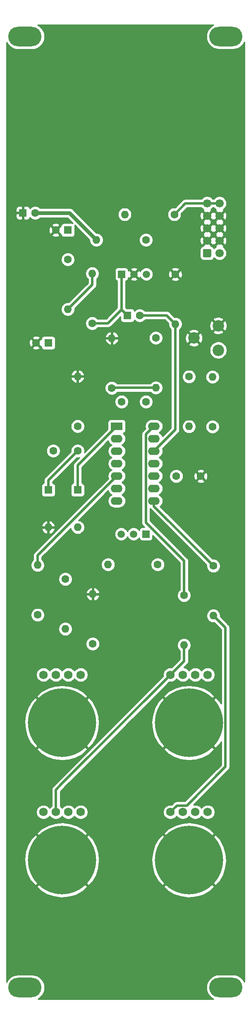
<source format=gbr>
%TF.GenerationSoftware,KiCad,Pcbnew,5.1.9-73d0e3b20d~88~ubuntu20.10.1*%
%TF.CreationDate,2021-03-12T20:59:03+01:00*%
%TF.ProjectId,kosmo-sample-and-hold,6b6f736d-6f2d-4736-916d-706c652d616e,v1.0.0*%
%TF.SameCoordinates,Original*%
%TF.FileFunction,Copper,L2,Bot*%
%TF.FilePolarity,Positive*%
%FSLAX46Y46*%
G04 Gerber Fmt 4.6, Leading zero omitted, Abs format (unit mm)*
G04 Created by KiCad (PCBNEW 5.1.9-73d0e3b20d~88~ubuntu20.10.1) date 2021-03-12 20:59:03*
%MOMM*%
%LPD*%
G01*
G04 APERTURE LIST*
%TA.AperFunction,ComponentPad*%
%ADD10C,2.340000*%
%TD*%
%TA.AperFunction,ComponentPad*%
%ADD11O,1.600000X1.600000*%
%TD*%
%TA.AperFunction,ComponentPad*%
%ADD12C,1.600000*%
%TD*%
%TA.AperFunction,ComponentPad*%
%ADD13C,1.700000*%
%TD*%
%TA.AperFunction,ComponentPad*%
%ADD14R,1.600000X1.600000*%
%TD*%
%TA.AperFunction,ComponentPad*%
%ADD15C,1.750000*%
%TD*%
%TA.AperFunction,ComponentPad*%
%ADD16C,14.000000*%
%TD*%
%TA.AperFunction,ComponentPad*%
%ADD17O,6.800000X4.000000*%
%TD*%
%TA.AperFunction,ComponentPad*%
%ADD18O,2.400000X1.600000*%
%TD*%
%TA.AperFunction,ComponentPad*%
%ADD19R,2.400000X1.600000*%
%TD*%
%TA.AperFunction,ComponentPad*%
%ADD20R,1.500000X1.500000*%
%TD*%
%TA.AperFunction,ComponentPad*%
%ADD21C,1.500000*%
%TD*%
%TA.AperFunction,Conductor*%
%ADD22C,0.508000*%
%TD*%
%TA.AperFunction,Conductor*%
%ADD23C,0.762000*%
%TD*%
%TA.AperFunction,Conductor*%
%ADD24C,0.254000*%
%TD*%
%TA.AperFunction,Conductor*%
%ADD25C,0.100000*%
%TD*%
G04 APERTURE END LIST*
D10*
%TO.P,GAIN1,1*%
%TO.N,Net-(GAIN1-Pad1)*%
X129000000Y-97000000D03*
%TO.P,GAIN1,2*%
%TO.N,GND*%
X124000000Y-94500000D03*
%TO.P,GAIN1,3*%
X129000000Y-92000000D03*
%TD*%
D11*
%TO.P,R16,2*%
%TO.N,-12V*%
X104040000Y-74500000D03*
D12*
%TO.P,R16,1*%
%TO.N,Net-(POWER1-Pad1)*%
X114200000Y-74500000D03*
%TD*%
D11*
%TO.P,R15,2*%
%TO.N,+12V*%
X109840000Y-69300000D03*
D12*
%TO.P,R15,1*%
%TO.N,Net-(POWER1-Pad10)*%
X120000000Y-69300000D03*
%TD*%
D13*
%TO.P,POWER1,10*%
%TO.N,Net-(POWER1-Pad10)*%
X129240000Y-67040000D03*
%TO.P,POWER1,8*%
%TO.N,GND*%
X129240000Y-69580000D03*
%TO.P,POWER1,6*%
X129240000Y-72120000D03*
%TO.P,POWER1,4*%
X129240000Y-74660000D03*
%TO.P,POWER1,2*%
%TO.N,Net-(POWER1-Pad1)*%
X129240000Y-77200000D03*
%TO.P,POWER1,9*%
%TO.N,Net-(POWER1-Pad10)*%
X126700000Y-67040000D03*
%TO.P,POWER1,7*%
%TO.N,GND*%
X126700000Y-69580000D03*
%TO.P,POWER1,5*%
X126700000Y-72120000D03*
%TO.P,POWER1,3*%
X126700000Y-74660000D03*
%TO.P,POWER1,1*%
%TO.N,Net-(POWER1-Pad1)*%
%TA.AperFunction,ComponentPad*%
G36*
G01*
X125850000Y-77800000D02*
X125850000Y-76600000D01*
G75*
G02*
X126100000Y-76350000I250000J0D01*
G01*
X127300000Y-76350000D01*
G75*
G02*
X127550000Y-76600000I0J-250000D01*
G01*
X127550000Y-77800000D01*
G75*
G02*
X127300000Y-78050000I-250000J0D01*
G01*
X126100000Y-78050000D01*
G75*
G02*
X125850000Y-77800000I0J250000D01*
G01*
G37*
%TD.AperFunction*%
%TD*%
D12*
%TO.P,C8,2*%
%TO.N,-12V*%
X114200000Y-107500000D03*
%TO.P,C8,1*%
%TO.N,+12V*%
X109200000Y-107500000D03*
%TD*%
%TO.P,C7,2*%
%TO.N,-12V*%
X91500000Y-69000000D03*
D14*
%TO.P,C7,1*%
%TO.N,GND*%
X89000000Y-69000000D03*
%TD*%
D12*
%TO.P,C6,2*%
%TO.N,GND*%
X95700000Y-72500000D03*
D14*
%TO.P,C6,1*%
%TO.N,+12V*%
X98200000Y-72500000D03*
%TD*%
D15*
%TO.P,NOISE1,TN*%
%TO.N,Net-(NOISE1-PadTN)*%
X121750000Y-163205000D03*
%TO.P,NOISE1,RN*%
%TO.N,N/C*%
X126830000Y-163205000D03*
%TO.P,NOISE1,T*%
%TO.N,WHITE_NOISE*%
X119210000Y-163205000D03*
%TO.P,NOISE1,R*%
%TO.N,N/C*%
X124290000Y-163205000D03*
D16*
%TO.P,NOISE1,S*%
%TO.N,GND*%
X123000000Y-173000000D03*
%TD*%
D15*
%TO.P,OUT1,TN*%
%TO.N,Net-(OUT1-PadTN)*%
X121750000Y-191205000D03*
%TO.P,OUT1,RN*%
%TO.N,N/C*%
X126830000Y-191205000D03*
%TO.P,OUT1,T*%
%TO.N,OUT*%
X119210000Y-191205000D03*
%TO.P,OUT1,R*%
%TO.N,N/C*%
X124290000Y-191205000D03*
D16*
%TO.P,OUT1,S*%
%TO.N,GND*%
X123000000Y-201000000D03*
%TD*%
D15*
%TO.P,IN1,TN*%
%TO.N,WHITE_NOISE*%
X95750000Y-191205000D03*
%TO.P,IN1,RN*%
%TO.N,N/C*%
X100830000Y-191205000D03*
%TO.P,IN1,T*%
%TO.N,IN*%
X93210000Y-191205000D03*
%TO.P,IN1,R*%
%TO.N,N/C*%
X98290000Y-191205000D03*
D16*
%TO.P,IN1,S*%
%TO.N,GND*%
X97000000Y-201000000D03*
%TD*%
D15*
%TO.P,TRIG1,TN*%
%TO.N,Net-(TRIG1-PadTN)*%
X95750000Y-163205000D03*
%TO.P,TRIG1,RN*%
%TO.N,N/C*%
X100830000Y-163205000D03*
%TO.P,TRIG1,T*%
%TO.N,TRIG*%
X93210000Y-163205000D03*
%TO.P,TRIG1,R*%
%TO.N,N/C*%
X98290000Y-163205000D03*
D16*
%TO.P,TRIG1,S*%
%TO.N,GND*%
X97000000Y-173000000D03*
%TD*%
D17*
%TO.P,REF\u002A\u002A,1*%
%TO.N,N/C*%
X130572961Y-32998051D03*
X130572961Y-226998051D03*
%TD*%
%TO.P,REF\u002A\u002A,1*%
%TO.N,N/C*%
X89425654Y-33015821D03*
X89425654Y-227015821D03*
%TD*%
D18*
%TO.P,U1,14*%
%TO.N,Net-(R12-Pad1)*%
X115820000Y-112500000D03*
%TO.P,U1,7*%
%TO.N,Net-(Q1-Pad2)*%
X108200000Y-127740000D03*
%TO.P,U1,13*%
%TO.N,Net-(R11-Pad1)*%
X115820000Y-115040000D03*
%TO.P,U1,6*%
%TO.N,Net-(Q1-Pad2)*%
X108200000Y-125200000D03*
%TO.P,U1,12*%
%TO.N,Net-(C3-Pad2)*%
X115820000Y-117580000D03*
%TO.P,U1,5*%
%TO.N,Net-(R3-Pad2)*%
X108200000Y-122660000D03*
%TO.P,U1,11*%
%TO.N,-12V*%
X115820000Y-120120000D03*
%TO.P,U1,4*%
%TO.N,+12V*%
X108200000Y-120120000D03*
%TO.P,U1,10*%
%TO.N,Net-(C4-Pad1)*%
X115820000Y-122660000D03*
%TO.P,U1,3*%
%TO.N,Net-(C1-Pad1)*%
X108200000Y-117580000D03*
%TO.P,U1,9*%
%TO.N,Net-(R14-Pad1)*%
X115820000Y-125200000D03*
%TO.P,U1,2*%
%TO.N,Net-(R5-Pad2)*%
X108200000Y-115040000D03*
%TO.P,U1,8*%
%TO.N,Net-(R14-Pad1)*%
X115820000Y-127740000D03*
D19*
%TO.P,U1,1*%
%TO.N,Net-(D2-Pad1)*%
X108200000Y-112500000D03*
%TD*%
D11*
%TO.P,R14,2*%
%TO.N,OUT*%
X128000000Y-151160000D03*
D12*
%TO.P,R14,1*%
%TO.N,Net-(R14-Pad1)*%
X128000000Y-141000000D03*
%TD*%
D11*
%TO.P,R13,2*%
%TO.N,WHITE_NOISE*%
X122000000Y-157160000D03*
D12*
%TO.P,R13,1*%
%TO.N,Net-(R12-Pad1)*%
X122000000Y-147000000D03*
%TD*%
D11*
%TO.P,R12,2*%
%TO.N,Net-(R11-Pad1)*%
X123000000Y-112560000D03*
D12*
%TO.P,R12,1*%
%TO.N,Net-(R12-Pad1)*%
X123000000Y-102400000D03*
%TD*%
D11*
%TO.P,R11,2*%
%TO.N,Net-(GAIN1-Pad1)*%
X127800000Y-102440000D03*
D12*
%TO.P,R11,1*%
%TO.N,Net-(R11-Pad1)*%
X127800000Y-112600000D03*
%TD*%
D11*
%TO.P,R10,2*%
%TO.N,Net-(C3-Pad2)*%
X120200000Y-91660000D03*
D12*
%TO.P,R10,1*%
%TO.N,GND*%
X120200000Y-81500000D03*
%TD*%
D11*
%TO.P,R9,2*%
%TO.N,Net-(C2-Pad1)*%
X103200000Y-81340000D03*
D12*
%TO.P,R9,1*%
%TO.N,Net-(C3-Pad1)*%
X103200000Y-91500000D03*
%TD*%
D11*
%TO.P,R8,2*%
%TO.N,Net-(D2-Pad2)*%
X106440000Y-140700000D03*
D12*
%TO.P,R8,1*%
%TO.N,Net-(Q1-Pad2)*%
X116600000Y-140700000D03*
%TD*%
D11*
%TO.P,R7,2*%
%TO.N,Net-(C2-Pad1)*%
X98200000Y-88660000D03*
D12*
%TO.P,R7,1*%
%TO.N,+12V*%
X98200000Y-78500000D03*
%TD*%
D11*
%TO.P,R6,2*%
%TO.N,GND*%
X107200000Y-94540000D03*
D12*
%TO.P,R6,1*%
%TO.N,Net-(R5-Pad2)*%
X107200000Y-104700000D03*
%TD*%
D11*
%TO.P,R5,2*%
%TO.N,Net-(R5-Pad2)*%
X116200000Y-104660000D03*
D12*
%TO.P,R5,1*%
%TO.N,+12V*%
X116200000Y-94500000D03*
%TD*%
D11*
%TO.P,R4,2*%
%TO.N,GND*%
X103300000Y-146740000D03*
D12*
%TO.P,R4,1*%
%TO.N,Net-(R3-Pad2)*%
X103300000Y-156900000D03*
%TD*%
D11*
%TO.P,R3,2*%
%TO.N,Net-(R3-Pad2)*%
X92000000Y-140840000D03*
D12*
%TO.P,R3,1*%
%TO.N,IN*%
X92000000Y-151000000D03*
%TD*%
D11*
%TO.P,R2,2*%
%TO.N,GND*%
X100200000Y-102340000D03*
D12*
%TO.P,R2,1*%
%TO.N,Net-(C1-Pad1)*%
X100200000Y-112500000D03*
%TD*%
D11*
%TO.P,R1,2*%
%TO.N,TRIG*%
X97700000Y-153860000D03*
D12*
%TO.P,R1,1*%
%TO.N,Net-(C1-Pad2)*%
X97700000Y-143700000D03*
%TD*%
D20*
%TO.P,Q2,1*%
%TO.N,Net-(C3-Pad1)*%
X109200000Y-81500000D03*
D21*
%TO.P,Q2,3*%
%TO.N,NC*%
X114280000Y-81500000D03*
%TO.P,Q2,2*%
%TO.N,GND*%
X111740000Y-81500000D03*
%TD*%
D20*
%TO.P,Q1,1*%
%TO.N,Net-(C4-Pad1)*%
X114200000Y-134500000D03*
D21*
%TO.P,Q1,3*%
%TO.N,Net-(D2-Pad2)*%
X109120000Y-134500000D03*
%TO.P,Q1,2*%
%TO.N,Net-(Q1-Pad2)*%
X111660000Y-134500000D03*
%TD*%
D11*
%TO.P,D2,2*%
%TO.N,Net-(D2-Pad2)*%
X100200000Y-133120000D03*
D14*
%TO.P,D2,1*%
%TO.N,Net-(D2-Pad1)*%
X100200000Y-125500000D03*
%TD*%
D11*
%TO.P,D1,2*%
%TO.N,GND*%
X94200000Y-133120000D03*
D14*
%TO.P,D1,1*%
%TO.N,Net-(C1-Pad1)*%
X94200000Y-125500000D03*
%TD*%
D12*
%TO.P,C4,2*%
%TO.N,GND*%
X125400000Y-122700000D03*
%TO.P,C4,1*%
%TO.N,Net-(C4-Pad1)*%
X120400000Y-122700000D03*
%TD*%
%TO.P,C3,2*%
%TO.N,Net-(C3-Pad2)*%
X112900000Y-89900000D03*
D14*
%TO.P,C3,1*%
%TO.N,Net-(C3-Pad1)*%
X110400000Y-89900000D03*
%TD*%
D12*
%TO.P,C2,2*%
%TO.N,GND*%
X91700000Y-95500000D03*
D14*
%TO.P,C2,1*%
%TO.N,Net-(C2-Pad1)*%
X94200000Y-95500000D03*
%TD*%
D12*
%TO.P,C1,2*%
%TO.N,Net-(C1-Pad2)*%
X95200000Y-117500000D03*
%TO.P,C1,1*%
%TO.N,Net-(C1-Pad1)*%
X100200000Y-117500000D03*
%TD*%
D22*
%TO.N,Net-(C1-Pad1)*%
X94200000Y-123500000D02*
X94200000Y-125500000D01*
X100200000Y-117500000D02*
X94200000Y-123500000D01*
%TO.N,Net-(C2-Pad1)*%
X103200000Y-83660000D02*
X98200000Y-88660000D01*
X103200000Y-81340000D02*
X103200000Y-83660000D01*
%TO.N,Net-(C3-Pad2)*%
X118440000Y-89900000D02*
X120200000Y-91660000D01*
X112900000Y-89900000D02*
X118440000Y-89900000D01*
X120200000Y-113200000D02*
X115820000Y-117580000D01*
X120200000Y-91660000D02*
X120200000Y-113200000D01*
%TO.N,Net-(C3-Pad1)*%
X109200000Y-88700000D02*
X110400000Y-89900000D01*
X109200000Y-81500000D02*
X109200000Y-88700000D01*
X106400000Y-91500000D02*
X109200000Y-88700000D01*
X103200000Y-91500000D02*
X106400000Y-91500000D01*
%TO.N,Net-(D2-Pad1)*%
X100200000Y-120500000D02*
X108200000Y-112500000D01*
X100200000Y-125500000D02*
X100200000Y-120500000D01*
%TO.N,Net-(R3-Pad2)*%
X92000000Y-138860000D02*
X108200000Y-122660000D01*
X92000000Y-140840000D02*
X92000000Y-138860000D01*
%TO.N,Net-(R5-Pad2)*%
X107360000Y-104660000D02*
X107200000Y-104500000D01*
X107240000Y-104660000D02*
X107200000Y-104700000D01*
X116200000Y-104660000D02*
X107240000Y-104660000D01*
%TO.N,Net-(R12-Pad1)*%
X122000000Y-139982798D02*
X122000000Y-147000000D01*
X114165990Y-132148788D02*
X122000000Y-139982798D01*
X114165990Y-114154010D02*
X114165990Y-132148788D01*
X115820000Y-112500000D02*
X114165990Y-114154010D01*
%TO.N,OUT*%
X130454001Y-153614001D02*
X130454001Y-181960999D01*
X128000000Y-151160000D02*
X130454001Y-153614001D01*
X122539001Y-189875999D02*
X130454001Y-181960999D01*
X120539001Y-189875999D02*
X122539001Y-189875999D01*
X119210000Y-191205000D02*
X120539001Y-189875999D01*
%TO.N,Net-(R14-Pad1)*%
X115820000Y-128820000D02*
X128000000Y-141000000D01*
X115820000Y-127740000D02*
X115820000Y-128820000D01*
%TO.N,WHITE_NOISE*%
X119210000Y-163205000D02*
X96960999Y-185454001D01*
X122000000Y-160415000D02*
X119210000Y-163205000D01*
X122000000Y-157160000D02*
X122000000Y-160415000D01*
X95750000Y-186665000D02*
X96960999Y-185454001D01*
X95750000Y-191205000D02*
X95750000Y-186665000D01*
D23*
%TO.N,-12V*%
X98540000Y-69000000D02*
X91500000Y-69000000D01*
X104040000Y-74500000D02*
X98540000Y-69000000D01*
D22*
%TO.N,Net-(POWER1-Pad10)*%
X129240000Y-67040000D02*
X126700000Y-67040000D01*
X122260000Y-67040000D02*
X120000000Y-69300000D01*
X126700000Y-67040000D02*
X122260000Y-67040000D01*
%TD*%
D24*
%TO.N,GND*%
X127701950Y-30796528D02*
X127300720Y-31125810D01*
X126971438Y-31527040D01*
X126726760Y-31984801D01*
X126576088Y-32481501D01*
X126525212Y-32998051D01*
X126576088Y-33514601D01*
X126726760Y-34011301D01*
X126971438Y-34469062D01*
X127300720Y-34870292D01*
X127701950Y-35199574D01*
X128159711Y-35444252D01*
X128656411Y-35594924D01*
X129043519Y-35633051D01*
X132102403Y-35633051D01*
X132489511Y-35594924D01*
X132986211Y-35444252D01*
X133443972Y-35199574D01*
X133845202Y-34870292D01*
X134174484Y-34469062D01*
X134340001Y-34159401D01*
X134340000Y-225836699D01*
X134174484Y-225527040D01*
X133845202Y-225125810D01*
X133443972Y-224796528D01*
X132986211Y-224551850D01*
X132489511Y-224401178D01*
X132102403Y-224363051D01*
X129043519Y-224363051D01*
X128656411Y-224401178D01*
X128159711Y-224551850D01*
X127701950Y-224796528D01*
X127300720Y-225125810D01*
X126971438Y-225527040D01*
X126726760Y-225984801D01*
X126576088Y-226481501D01*
X126525212Y-226998051D01*
X126576088Y-227514601D01*
X126726760Y-228011301D01*
X126971438Y-228469062D01*
X127300720Y-228870292D01*
X127701950Y-229199574D01*
X127964669Y-229340000D01*
X92067191Y-229340000D01*
X92296665Y-229217344D01*
X92697895Y-228888062D01*
X93027177Y-228486832D01*
X93271855Y-228029071D01*
X93422527Y-227532371D01*
X93473403Y-227015821D01*
X93422527Y-226499271D01*
X93271855Y-226002571D01*
X93027177Y-225544810D01*
X92697895Y-225143580D01*
X92296665Y-224814298D01*
X91838904Y-224569620D01*
X91342204Y-224418948D01*
X90955096Y-224380821D01*
X87896212Y-224380821D01*
X87509104Y-224418948D01*
X87012404Y-224569620D01*
X86554643Y-224814298D01*
X86153413Y-225143580D01*
X85824131Y-225544810D01*
X85660000Y-225851878D01*
X85660000Y-206401674D01*
X91777932Y-206401674D01*
X92593908Y-207280530D01*
X93903840Y-208019437D01*
X95332756Y-208488591D01*
X96825743Y-208669963D01*
X98325428Y-208556583D01*
X99774176Y-208152807D01*
X101116314Y-207474153D01*
X101406092Y-207280530D01*
X102222068Y-206401674D01*
X117777932Y-206401674D01*
X118593908Y-207280530D01*
X119903840Y-208019437D01*
X121332756Y-208488591D01*
X122825743Y-208669963D01*
X124325428Y-208556583D01*
X125774176Y-208152807D01*
X127116314Y-207474153D01*
X127406092Y-207280530D01*
X128222068Y-206401674D01*
X123000000Y-201179605D01*
X117777932Y-206401674D01*
X102222068Y-206401674D01*
X97000000Y-201179605D01*
X91777932Y-206401674D01*
X85660000Y-206401674D01*
X85660000Y-200825743D01*
X89330037Y-200825743D01*
X89443417Y-202325428D01*
X89847193Y-203774176D01*
X90525847Y-205116314D01*
X90719470Y-205406092D01*
X91598326Y-206222068D01*
X96820395Y-201000000D01*
X97179605Y-201000000D01*
X102401674Y-206222068D01*
X103280530Y-205406092D01*
X104019437Y-204096160D01*
X104488591Y-202667244D01*
X104669963Y-201174257D01*
X104643615Y-200825743D01*
X115330037Y-200825743D01*
X115443417Y-202325428D01*
X115847193Y-203774176D01*
X116525847Y-205116314D01*
X116719470Y-205406092D01*
X117598326Y-206222068D01*
X122820395Y-201000000D01*
X123179605Y-201000000D01*
X128401674Y-206222068D01*
X129280530Y-205406092D01*
X130019437Y-204096160D01*
X130488591Y-202667244D01*
X130669963Y-201174257D01*
X130556583Y-199674572D01*
X130152807Y-198225824D01*
X129474153Y-196883686D01*
X129280530Y-196593908D01*
X128401674Y-195777932D01*
X123179605Y-201000000D01*
X122820395Y-201000000D01*
X117598326Y-195777932D01*
X116719470Y-196593908D01*
X115980563Y-197903840D01*
X115511409Y-199332756D01*
X115330037Y-200825743D01*
X104643615Y-200825743D01*
X104556583Y-199674572D01*
X104152807Y-198225824D01*
X103474153Y-196883686D01*
X103280530Y-196593908D01*
X102401674Y-195777932D01*
X97179605Y-201000000D01*
X96820395Y-201000000D01*
X91598326Y-195777932D01*
X90719470Y-196593908D01*
X89980563Y-197903840D01*
X89511409Y-199332756D01*
X89330037Y-200825743D01*
X85660000Y-200825743D01*
X85660000Y-195598326D01*
X91777932Y-195598326D01*
X97000000Y-200820395D01*
X102222068Y-195598326D01*
X117777932Y-195598326D01*
X123000000Y-200820395D01*
X128222068Y-195598326D01*
X127406092Y-194719470D01*
X126096160Y-193980563D01*
X124667244Y-193511409D01*
X123174257Y-193330037D01*
X121674572Y-193443417D01*
X120225824Y-193847193D01*
X118883686Y-194525847D01*
X118593908Y-194719470D01*
X117777932Y-195598326D01*
X102222068Y-195598326D01*
X101406092Y-194719470D01*
X100096160Y-193980563D01*
X98667244Y-193511409D01*
X97174257Y-193330037D01*
X95674572Y-193443417D01*
X94225824Y-193847193D01*
X92883686Y-194525847D01*
X92593908Y-194719470D01*
X91777932Y-195598326D01*
X85660000Y-195598326D01*
X85660000Y-191056278D01*
X91700000Y-191056278D01*
X91700000Y-191353722D01*
X91758029Y-191645451D01*
X91871856Y-191920253D01*
X92037107Y-192167569D01*
X92247431Y-192377893D01*
X92494747Y-192543144D01*
X92769549Y-192656971D01*
X93061278Y-192715000D01*
X93358722Y-192715000D01*
X93650451Y-192656971D01*
X93925253Y-192543144D01*
X94172569Y-192377893D01*
X94382893Y-192167569D01*
X94480000Y-192022238D01*
X94577107Y-192167569D01*
X94787431Y-192377893D01*
X95034747Y-192543144D01*
X95309549Y-192656971D01*
X95601278Y-192715000D01*
X95898722Y-192715000D01*
X96190451Y-192656971D01*
X96465253Y-192543144D01*
X96712569Y-192377893D01*
X96922893Y-192167569D01*
X97020000Y-192022238D01*
X97117107Y-192167569D01*
X97327431Y-192377893D01*
X97574747Y-192543144D01*
X97849549Y-192656971D01*
X98141278Y-192715000D01*
X98438722Y-192715000D01*
X98730451Y-192656971D01*
X99005253Y-192543144D01*
X99252569Y-192377893D01*
X99462893Y-192167569D01*
X99560000Y-192022238D01*
X99657107Y-192167569D01*
X99867431Y-192377893D01*
X100114747Y-192543144D01*
X100389549Y-192656971D01*
X100681278Y-192715000D01*
X100978722Y-192715000D01*
X101270451Y-192656971D01*
X101545253Y-192543144D01*
X101792569Y-192377893D01*
X102002893Y-192167569D01*
X102168144Y-191920253D01*
X102281971Y-191645451D01*
X102340000Y-191353722D01*
X102340000Y-191056278D01*
X117700000Y-191056278D01*
X117700000Y-191353722D01*
X117758029Y-191645451D01*
X117871856Y-191920253D01*
X118037107Y-192167569D01*
X118247431Y-192377893D01*
X118494747Y-192543144D01*
X118769549Y-192656971D01*
X119061278Y-192715000D01*
X119358722Y-192715000D01*
X119650451Y-192656971D01*
X119925253Y-192543144D01*
X120172569Y-192377893D01*
X120382893Y-192167569D01*
X120480000Y-192022238D01*
X120577107Y-192167569D01*
X120787431Y-192377893D01*
X121034747Y-192543144D01*
X121309549Y-192656971D01*
X121601278Y-192715000D01*
X121898722Y-192715000D01*
X122190451Y-192656971D01*
X122465253Y-192543144D01*
X122712569Y-192377893D01*
X122922893Y-192167569D01*
X123020000Y-192022238D01*
X123117107Y-192167569D01*
X123327431Y-192377893D01*
X123574747Y-192543144D01*
X123849549Y-192656971D01*
X124141278Y-192715000D01*
X124438722Y-192715000D01*
X124730451Y-192656971D01*
X125005253Y-192543144D01*
X125252569Y-192377893D01*
X125462893Y-192167569D01*
X125560000Y-192022238D01*
X125657107Y-192167569D01*
X125867431Y-192377893D01*
X126114747Y-192543144D01*
X126389549Y-192656971D01*
X126681278Y-192715000D01*
X126978722Y-192715000D01*
X127270451Y-192656971D01*
X127545253Y-192543144D01*
X127792569Y-192377893D01*
X128002893Y-192167569D01*
X128168144Y-191920253D01*
X128281971Y-191645451D01*
X128340000Y-191353722D01*
X128340000Y-191056278D01*
X128281971Y-190764549D01*
X128168144Y-190489747D01*
X128002893Y-190242431D01*
X127792569Y-190032107D01*
X127545253Y-189866856D01*
X127270451Y-189753029D01*
X126978722Y-189695000D01*
X126681278Y-189695000D01*
X126389549Y-189753029D01*
X126114747Y-189866856D01*
X125867431Y-190032107D01*
X125657107Y-190242431D01*
X125560000Y-190387762D01*
X125462893Y-190242431D01*
X125252569Y-190032107D01*
X125005253Y-189866856D01*
X124730451Y-189753029D01*
X124438722Y-189695000D01*
X124141278Y-189695000D01*
X123936502Y-189735733D01*
X131051737Y-182620498D01*
X131085660Y-182592658D01*
X131196754Y-182457290D01*
X131279304Y-182302850D01*
X131299297Y-182236941D01*
X131330137Y-182135275D01*
X131333407Y-182102075D01*
X131343001Y-182004666D01*
X131343001Y-182004660D01*
X131347301Y-181961000D01*
X131343001Y-181917340D01*
X131343001Y-153657660D01*
X131347301Y-153614000D01*
X131343001Y-153570335D01*
X131343001Y-153570334D01*
X131333407Y-153472925D01*
X131330137Y-153439725D01*
X131279303Y-153272148D01*
X131275590Y-153265201D01*
X131196754Y-153117710D01*
X131085660Y-152982342D01*
X131051744Y-152954508D01*
X129428956Y-151331721D01*
X129435000Y-151301335D01*
X129435000Y-151018665D01*
X129379853Y-150741426D01*
X129271680Y-150480273D01*
X129114637Y-150245241D01*
X128914759Y-150045363D01*
X128679727Y-149888320D01*
X128418574Y-149780147D01*
X128141335Y-149725000D01*
X127858665Y-149725000D01*
X127581426Y-149780147D01*
X127320273Y-149888320D01*
X127085241Y-150045363D01*
X126885363Y-150245241D01*
X126728320Y-150480273D01*
X126620147Y-150741426D01*
X126565000Y-151018665D01*
X126565000Y-151301335D01*
X126620147Y-151578574D01*
X126728320Y-151839727D01*
X126885363Y-152074759D01*
X127085241Y-152274637D01*
X127320273Y-152431680D01*
X127581426Y-152539853D01*
X127858665Y-152595000D01*
X128141335Y-152595000D01*
X128171721Y-152588956D01*
X129565001Y-153982237D01*
X129565002Y-169063352D01*
X129474153Y-168883686D01*
X129280530Y-168593908D01*
X128401674Y-167777932D01*
X123179605Y-173000000D01*
X128401674Y-178222068D01*
X129280530Y-177406092D01*
X129565002Y-176901781D01*
X129565002Y-181592763D01*
X122170766Y-188986999D01*
X120582660Y-188986999D01*
X120539000Y-188982699D01*
X120495340Y-188986999D01*
X120495334Y-188986999D01*
X120397925Y-188996593D01*
X120364725Y-188999863D01*
X120263059Y-189030703D01*
X120197150Y-189050696D01*
X120042710Y-189133246D01*
X119907342Y-189244340D01*
X119879502Y-189278263D01*
X119445503Y-189712262D01*
X119358722Y-189695000D01*
X119061278Y-189695000D01*
X118769549Y-189753029D01*
X118494747Y-189866856D01*
X118247431Y-190032107D01*
X118037107Y-190242431D01*
X117871856Y-190489747D01*
X117758029Y-190764549D01*
X117700000Y-191056278D01*
X102340000Y-191056278D01*
X102281971Y-190764549D01*
X102168144Y-190489747D01*
X102002893Y-190242431D01*
X101792569Y-190032107D01*
X101545253Y-189866856D01*
X101270451Y-189753029D01*
X100978722Y-189695000D01*
X100681278Y-189695000D01*
X100389549Y-189753029D01*
X100114747Y-189866856D01*
X99867431Y-190032107D01*
X99657107Y-190242431D01*
X99560000Y-190387762D01*
X99462893Y-190242431D01*
X99252569Y-190032107D01*
X99005253Y-189866856D01*
X98730451Y-189753029D01*
X98438722Y-189695000D01*
X98141278Y-189695000D01*
X97849549Y-189753029D01*
X97574747Y-189866856D01*
X97327431Y-190032107D01*
X97117107Y-190242431D01*
X97020000Y-190387762D01*
X96922893Y-190242431D01*
X96712569Y-190032107D01*
X96639000Y-189982950D01*
X96639000Y-187033235D01*
X97620494Y-186051742D01*
X97620499Y-186051736D01*
X105270561Y-178401674D01*
X117777932Y-178401674D01*
X118593908Y-179280530D01*
X119903840Y-180019437D01*
X121332756Y-180488591D01*
X122825743Y-180669963D01*
X124325428Y-180556583D01*
X125774176Y-180152807D01*
X127116314Y-179474153D01*
X127406092Y-179280530D01*
X128222068Y-178401674D01*
X123000000Y-173179605D01*
X117777932Y-178401674D01*
X105270561Y-178401674D01*
X110846492Y-172825743D01*
X115330037Y-172825743D01*
X115443417Y-174325428D01*
X115847193Y-175774176D01*
X116525847Y-177116314D01*
X116719470Y-177406092D01*
X117598326Y-178222068D01*
X122820395Y-173000000D01*
X117598326Y-167777932D01*
X116719470Y-168593908D01*
X115980563Y-169903840D01*
X115511409Y-171332756D01*
X115330037Y-172825743D01*
X110846492Y-172825743D01*
X116073909Y-167598326D01*
X117777932Y-167598326D01*
X123000000Y-172820395D01*
X128222068Y-167598326D01*
X127406092Y-166719470D01*
X126096160Y-165980563D01*
X124667244Y-165511409D01*
X123174257Y-165330037D01*
X121674572Y-165443417D01*
X120225824Y-165847193D01*
X118883686Y-166525847D01*
X118593908Y-166719470D01*
X117777932Y-167598326D01*
X116073909Y-167598326D01*
X118974498Y-164697738D01*
X119061278Y-164715000D01*
X119358722Y-164715000D01*
X119650451Y-164656971D01*
X119925253Y-164543144D01*
X120172569Y-164377893D01*
X120382893Y-164167569D01*
X120480000Y-164022238D01*
X120577107Y-164167569D01*
X120787431Y-164377893D01*
X121034747Y-164543144D01*
X121309549Y-164656971D01*
X121601278Y-164715000D01*
X121898722Y-164715000D01*
X122190451Y-164656971D01*
X122465253Y-164543144D01*
X122712569Y-164377893D01*
X122922893Y-164167569D01*
X123020000Y-164022238D01*
X123117107Y-164167569D01*
X123327431Y-164377893D01*
X123574747Y-164543144D01*
X123849549Y-164656971D01*
X124141278Y-164715000D01*
X124438722Y-164715000D01*
X124730451Y-164656971D01*
X125005253Y-164543144D01*
X125252569Y-164377893D01*
X125462893Y-164167569D01*
X125560000Y-164022238D01*
X125657107Y-164167569D01*
X125867431Y-164377893D01*
X126114747Y-164543144D01*
X126389549Y-164656971D01*
X126681278Y-164715000D01*
X126978722Y-164715000D01*
X127270451Y-164656971D01*
X127545253Y-164543144D01*
X127792569Y-164377893D01*
X128002893Y-164167569D01*
X128168144Y-163920253D01*
X128281971Y-163645451D01*
X128340000Y-163353722D01*
X128340000Y-163056278D01*
X128281971Y-162764549D01*
X128168144Y-162489747D01*
X128002893Y-162242431D01*
X127792569Y-162032107D01*
X127545253Y-161866856D01*
X127270451Y-161753029D01*
X126978722Y-161695000D01*
X126681278Y-161695000D01*
X126389549Y-161753029D01*
X126114747Y-161866856D01*
X125867431Y-162032107D01*
X125657107Y-162242431D01*
X125560000Y-162387762D01*
X125462893Y-162242431D01*
X125252569Y-162032107D01*
X125005253Y-161866856D01*
X124730451Y-161753029D01*
X124438722Y-161695000D01*
X124141278Y-161695000D01*
X123849549Y-161753029D01*
X123574747Y-161866856D01*
X123327431Y-162032107D01*
X123117107Y-162242431D01*
X123020000Y-162387762D01*
X122922893Y-162242431D01*
X122712569Y-162032107D01*
X122465253Y-161866856D01*
X122190451Y-161753029D01*
X121964209Y-161708026D01*
X122597742Y-161074494D01*
X122631659Y-161046659D01*
X122742753Y-160911291D01*
X122825303Y-160756851D01*
X122876136Y-160589274D01*
X122889000Y-160458667D01*
X122889000Y-160458660D01*
X122893300Y-160415000D01*
X122889000Y-160371340D01*
X122889000Y-158291849D01*
X122914759Y-158274637D01*
X123114637Y-158074759D01*
X123271680Y-157839727D01*
X123379853Y-157578574D01*
X123435000Y-157301335D01*
X123435000Y-157018665D01*
X123379853Y-156741426D01*
X123271680Y-156480273D01*
X123114637Y-156245241D01*
X122914759Y-156045363D01*
X122679727Y-155888320D01*
X122418574Y-155780147D01*
X122141335Y-155725000D01*
X121858665Y-155725000D01*
X121581426Y-155780147D01*
X121320273Y-155888320D01*
X121085241Y-156045363D01*
X120885363Y-156245241D01*
X120728320Y-156480273D01*
X120620147Y-156741426D01*
X120565000Y-157018665D01*
X120565000Y-157301335D01*
X120620147Y-157578574D01*
X120728320Y-157839727D01*
X120885363Y-158074759D01*
X121085241Y-158274637D01*
X121111000Y-158291849D01*
X121111001Y-160046763D01*
X119445503Y-161712262D01*
X119358722Y-161695000D01*
X119061278Y-161695000D01*
X118769549Y-161753029D01*
X118494747Y-161866856D01*
X118247431Y-162032107D01*
X118037107Y-162242431D01*
X117871856Y-162489747D01*
X117758029Y-162764549D01*
X117700000Y-163056278D01*
X117700000Y-163353722D01*
X117717262Y-163440502D01*
X96363264Y-184794501D01*
X96363258Y-184794506D01*
X95152259Y-186005506D01*
X95118342Y-186033341D01*
X95090507Y-186067258D01*
X95090505Y-186067260D01*
X95007248Y-186168709D01*
X94924698Y-186323148D01*
X94873864Y-186490726D01*
X94856700Y-186665000D01*
X94861001Y-186708670D01*
X94861000Y-189982950D01*
X94787431Y-190032107D01*
X94577107Y-190242431D01*
X94480000Y-190387762D01*
X94382893Y-190242431D01*
X94172569Y-190032107D01*
X93925253Y-189866856D01*
X93650451Y-189753029D01*
X93358722Y-189695000D01*
X93061278Y-189695000D01*
X92769549Y-189753029D01*
X92494747Y-189866856D01*
X92247431Y-190032107D01*
X92037107Y-190242431D01*
X91871856Y-190489747D01*
X91758029Y-190764549D01*
X91700000Y-191056278D01*
X85660000Y-191056278D01*
X85660000Y-178401674D01*
X91777932Y-178401674D01*
X92593908Y-179280530D01*
X93903840Y-180019437D01*
X95332756Y-180488591D01*
X96825743Y-180669963D01*
X98325428Y-180556583D01*
X99774176Y-180152807D01*
X101116314Y-179474153D01*
X101406092Y-179280530D01*
X102222068Y-178401674D01*
X97000000Y-173179605D01*
X91777932Y-178401674D01*
X85660000Y-178401674D01*
X85660000Y-172825743D01*
X89330037Y-172825743D01*
X89443417Y-174325428D01*
X89847193Y-175774176D01*
X90525847Y-177116314D01*
X90719470Y-177406092D01*
X91598326Y-178222068D01*
X96820395Y-173000000D01*
X97179605Y-173000000D01*
X102401674Y-178222068D01*
X103280530Y-177406092D01*
X104019437Y-176096160D01*
X104488591Y-174667244D01*
X104669963Y-173174257D01*
X104556583Y-171674572D01*
X104152807Y-170225824D01*
X103474153Y-168883686D01*
X103280530Y-168593908D01*
X102401674Y-167777932D01*
X97179605Y-173000000D01*
X96820395Y-173000000D01*
X91598326Y-167777932D01*
X90719470Y-168593908D01*
X89980563Y-169903840D01*
X89511409Y-171332756D01*
X89330037Y-172825743D01*
X85660000Y-172825743D01*
X85660000Y-167598326D01*
X91777932Y-167598326D01*
X97000000Y-172820395D01*
X102222068Y-167598326D01*
X101406092Y-166719470D01*
X100096160Y-165980563D01*
X98667244Y-165511409D01*
X97174257Y-165330037D01*
X95674572Y-165443417D01*
X94225824Y-165847193D01*
X92883686Y-166525847D01*
X92593908Y-166719470D01*
X91777932Y-167598326D01*
X85660000Y-167598326D01*
X85660000Y-163056278D01*
X91700000Y-163056278D01*
X91700000Y-163353722D01*
X91758029Y-163645451D01*
X91871856Y-163920253D01*
X92037107Y-164167569D01*
X92247431Y-164377893D01*
X92494747Y-164543144D01*
X92769549Y-164656971D01*
X93061278Y-164715000D01*
X93358722Y-164715000D01*
X93650451Y-164656971D01*
X93925253Y-164543144D01*
X94172569Y-164377893D01*
X94382893Y-164167569D01*
X94480000Y-164022238D01*
X94577107Y-164167569D01*
X94787431Y-164377893D01*
X95034747Y-164543144D01*
X95309549Y-164656971D01*
X95601278Y-164715000D01*
X95898722Y-164715000D01*
X96190451Y-164656971D01*
X96465253Y-164543144D01*
X96712569Y-164377893D01*
X96922893Y-164167569D01*
X97020000Y-164022238D01*
X97117107Y-164167569D01*
X97327431Y-164377893D01*
X97574747Y-164543144D01*
X97849549Y-164656971D01*
X98141278Y-164715000D01*
X98438722Y-164715000D01*
X98730451Y-164656971D01*
X99005253Y-164543144D01*
X99252569Y-164377893D01*
X99462893Y-164167569D01*
X99560000Y-164022238D01*
X99657107Y-164167569D01*
X99867431Y-164377893D01*
X100114747Y-164543144D01*
X100389549Y-164656971D01*
X100681278Y-164715000D01*
X100978722Y-164715000D01*
X101270451Y-164656971D01*
X101545253Y-164543144D01*
X101792569Y-164377893D01*
X102002893Y-164167569D01*
X102168144Y-163920253D01*
X102281971Y-163645451D01*
X102340000Y-163353722D01*
X102340000Y-163056278D01*
X102281971Y-162764549D01*
X102168144Y-162489747D01*
X102002893Y-162242431D01*
X101792569Y-162032107D01*
X101545253Y-161866856D01*
X101270451Y-161753029D01*
X100978722Y-161695000D01*
X100681278Y-161695000D01*
X100389549Y-161753029D01*
X100114747Y-161866856D01*
X99867431Y-162032107D01*
X99657107Y-162242431D01*
X99560000Y-162387762D01*
X99462893Y-162242431D01*
X99252569Y-162032107D01*
X99005253Y-161866856D01*
X98730451Y-161753029D01*
X98438722Y-161695000D01*
X98141278Y-161695000D01*
X97849549Y-161753029D01*
X97574747Y-161866856D01*
X97327431Y-162032107D01*
X97117107Y-162242431D01*
X97020000Y-162387762D01*
X96922893Y-162242431D01*
X96712569Y-162032107D01*
X96465253Y-161866856D01*
X96190451Y-161753029D01*
X95898722Y-161695000D01*
X95601278Y-161695000D01*
X95309549Y-161753029D01*
X95034747Y-161866856D01*
X94787431Y-162032107D01*
X94577107Y-162242431D01*
X94480000Y-162387762D01*
X94382893Y-162242431D01*
X94172569Y-162032107D01*
X93925253Y-161866856D01*
X93650451Y-161753029D01*
X93358722Y-161695000D01*
X93061278Y-161695000D01*
X92769549Y-161753029D01*
X92494747Y-161866856D01*
X92247431Y-162032107D01*
X92037107Y-162242431D01*
X91871856Y-162489747D01*
X91758029Y-162764549D01*
X91700000Y-163056278D01*
X85660000Y-163056278D01*
X85660000Y-156758665D01*
X101865000Y-156758665D01*
X101865000Y-157041335D01*
X101920147Y-157318574D01*
X102028320Y-157579727D01*
X102185363Y-157814759D01*
X102385241Y-158014637D01*
X102620273Y-158171680D01*
X102881426Y-158279853D01*
X103158665Y-158335000D01*
X103441335Y-158335000D01*
X103718574Y-158279853D01*
X103979727Y-158171680D01*
X104214759Y-158014637D01*
X104414637Y-157814759D01*
X104571680Y-157579727D01*
X104679853Y-157318574D01*
X104735000Y-157041335D01*
X104735000Y-156758665D01*
X104679853Y-156481426D01*
X104571680Y-156220273D01*
X104414637Y-155985241D01*
X104214759Y-155785363D01*
X103979727Y-155628320D01*
X103718574Y-155520147D01*
X103441335Y-155465000D01*
X103158665Y-155465000D01*
X102881426Y-155520147D01*
X102620273Y-155628320D01*
X102385241Y-155785363D01*
X102185363Y-155985241D01*
X102028320Y-156220273D01*
X101920147Y-156481426D01*
X101865000Y-156758665D01*
X85660000Y-156758665D01*
X85660000Y-153718665D01*
X96265000Y-153718665D01*
X96265000Y-154001335D01*
X96320147Y-154278574D01*
X96428320Y-154539727D01*
X96585363Y-154774759D01*
X96785241Y-154974637D01*
X97020273Y-155131680D01*
X97281426Y-155239853D01*
X97558665Y-155295000D01*
X97841335Y-155295000D01*
X98118574Y-155239853D01*
X98379727Y-155131680D01*
X98614759Y-154974637D01*
X98814637Y-154774759D01*
X98971680Y-154539727D01*
X99079853Y-154278574D01*
X99135000Y-154001335D01*
X99135000Y-153718665D01*
X99079853Y-153441426D01*
X98971680Y-153180273D01*
X98814637Y-152945241D01*
X98614759Y-152745363D01*
X98379727Y-152588320D01*
X98118574Y-152480147D01*
X97841335Y-152425000D01*
X97558665Y-152425000D01*
X97281426Y-152480147D01*
X97020273Y-152588320D01*
X96785241Y-152745363D01*
X96585363Y-152945241D01*
X96428320Y-153180273D01*
X96320147Y-153441426D01*
X96265000Y-153718665D01*
X85660000Y-153718665D01*
X85660000Y-150858665D01*
X90565000Y-150858665D01*
X90565000Y-151141335D01*
X90620147Y-151418574D01*
X90728320Y-151679727D01*
X90885363Y-151914759D01*
X91085241Y-152114637D01*
X91320273Y-152271680D01*
X91581426Y-152379853D01*
X91858665Y-152435000D01*
X92141335Y-152435000D01*
X92418574Y-152379853D01*
X92679727Y-152271680D01*
X92914759Y-152114637D01*
X93114637Y-151914759D01*
X93271680Y-151679727D01*
X93379853Y-151418574D01*
X93435000Y-151141335D01*
X93435000Y-150858665D01*
X93379853Y-150581426D01*
X93271680Y-150320273D01*
X93114637Y-150085241D01*
X92914759Y-149885363D01*
X92679727Y-149728320D01*
X92418574Y-149620147D01*
X92141335Y-149565000D01*
X91858665Y-149565000D01*
X91581426Y-149620147D01*
X91320273Y-149728320D01*
X91085241Y-149885363D01*
X90885363Y-150085241D01*
X90728320Y-150320273D01*
X90620147Y-150581426D01*
X90565000Y-150858665D01*
X85660000Y-150858665D01*
X85660000Y-147089040D01*
X101908091Y-147089040D01*
X102002930Y-147353881D01*
X102147615Y-147595131D01*
X102336586Y-147803519D01*
X102562580Y-147971037D01*
X102816913Y-148091246D01*
X102950961Y-148131904D01*
X103173000Y-148009915D01*
X103173000Y-146867000D01*
X103427000Y-146867000D01*
X103427000Y-148009915D01*
X103649039Y-148131904D01*
X103783087Y-148091246D01*
X104037420Y-147971037D01*
X104263414Y-147803519D01*
X104452385Y-147595131D01*
X104597070Y-147353881D01*
X104691909Y-147089040D01*
X104570624Y-146867000D01*
X103427000Y-146867000D01*
X103173000Y-146867000D01*
X102029376Y-146867000D01*
X101908091Y-147089040D01*
X85660000Y-147089040D01*
X85660000Y-146390960D01*
X101908091Y-146390960D01*
X102029376Y-146613000D01*
X103173000Y-146613000D01*
X103173000Y-145470085D01*
X103427000Y-145470085D01*
X103427000Y-146613000D01*
X104570624Y-146613000D01*
X104691909Y-146390960D01*
X104597070Y-146126119D01*
X104452385Y-145884869D01*
X104263414Y-145676481D01*
X104037420Y-145508963D01*
X103783087Y-145388754D01*
X103649039Y-145348096D01*
X103427000Y-145470085D01*
X103173000Y-145470085D01*
X102950961Y-145348096D01*
X102816913Y-145388754D01*
X102562580Y-145508963D01*
X102336586Y-145676481D01*
X102147615Y-145884869D01*
X102002930Y-146126119D01*
X101908091Y-146390960D01*
X85660000Y-146390960D01*
X85660000Y-143558665D01*
X96265000Y-143558665D01*
X96265000Y-143841335D01*
X96320147Y-144118574D01*
X96428320Y-144379727D01*
X96585363Y-144614759D01*
X96785241Y-144814637D01*
X97020273Y-144971680D01*
X97281426Y-145079853D01*
X97558665Y-145135000D01*
X97841335Y-145135000D01*
X98118574Y-145079853D01*
X98379727Y-144971680D01*
X98614759Y-144814637D01*
X98814637Y-144614759D01*
X98971680Y-144379727D01*
X99079853Y-144118574D01*
X99135000Y-143841335D01*
X99135000Y-143558665D01*
X99079853Y-143281426D01*
X98971680Y-143020273D01*
X98814637Y-142785241D01*
X98614759Y-142585363D01*
X98379727Y-142428320D01*
X98118574Y-142320147D01*
X97841335Y-142265000D01*
X97558665Y-142265000D01*
X97281426Y-142320147D01*
X97020273Y-142428320D01*
X96785241Y-142585363D01*
X96585363Y-142785241D01*
X96428320Y-143020273D01*
X96320147Y-143281426D01*
X96265000Y-143558665D01*
X85660000Y-143558665D01*
X85660000Y-140698665D01*
X90565000Y-140698665D01*
X90565000Y-140981335D01*
X90620147Y-141258574D01*
X90728320Y-141519727D01*
X90885363Y-141754759D01*
X91085241Y-141954637D01*
X91320273Y-142111680D01*
X91581426Y-142219853D01*
X91858665Y-142275000D01*
X92141335Y-142275000D01*
X92418574Y-142219853D01*
X92679727Y-142111680D01*
X92914759Y-141954637D01*
X93114637Y-141754759D01*
X93271680Y-141519727D01*
X93379853Y-141258574D01*
X93435000Y-140981335D01*
X93435000Y-140698665D01*
X93407152Y-140558665D01*
X105005000Y-140558665D01*
X105005000Y-140841335D01*
X105060147Y-141118574D01*
X105168320Y-141379727D01*
X105325363Y-141614759D01*
X105525241Y-141814637D01*
X105760273Y-141971680D01*
X106021426Y-142079853D01*
X106298665Y-142135000D01*
X106581335Y-142135000D01*
X106858574Y-142079853D01*
X107119727Y-141971680D01*
X107354759Y-141814637D01*
X107554637Y-141614759D01*
X107711680Y-141379727D01*
X107819853Y-141118574D01*
X107875000Y-140841335D01*
X107875000Y-140558665D01*
X115165000Y-140558665D01*
X115165000Y-140841335D01*
X115220147Y-141118574D01*
X115328320Y-141379727D01*
X115485363Y-141614759D01*
X115685241Y-141814637D01*
X115920273Y-141971680D01*
X116181426Y-142079853D01*
X116458665Y-142135000D01*
X116741335Y-142135000D01*
X117018574Y-142079853D01*
X117279727Y-141971680D01*
X117514759Y-141814637D01*
X117714637Y-141614759D01*
X117871680Y-141379727D01*
X117979853Y-141118574D01*
X118035000Y-140841335D01*
X118035000Y-140558665D01*
X117979853Y-140281426D01*
X117871680Y-140020273D01*
X117714637Y-139785241D01*
X117514759Y-139585363D01*
X117279727Y-139428320D01*
X117018574Y-139320147D01*
X116741335Y-139265000D01*
X116458665Y-139265000D01*
X116181426Y-139320147D01*
X115920273Y-139428320D01*
X115685241Y-139585363D01*
X115485363Y-139785241D01*
X115328320Y-140020273D01*
X115220147Y-140281426D01*
X115165000Y-140558665D01*
X107875000Y-140558665D01*
X107819853Y-140281426D01*
X107711680Y-140020273D01*
X107554637Y-139785241D01*
X107354759Y-139585363D01*
X107119727Y-139428320D01*
X106858574Y-139320147D01*
X106581335Y-139265000D01*
X106298665Y-139265000D01*
X106021426Y-139320147D01*
X105760273Y-139428320D01*
X105525241Y-139585363D01*
X105325363Y-139785241D01*
X105168320Y-140020273D01*
X105060147Y-140281426D01*
X105005000Y-140558665D01*
X93407152Y-140558665D01*
X93379853Y-140421426D01*
X93271680Y-140160273D01*
X93114637Y-139925241D01*
X92914759Y-139725363D01*
X92889000Y-139708151D01*
X92889000Y-139228235D01*
X98780082Y-133337154D01*
X98820147Y-133538574D01*
X98928320Y-133799727D01*
X99085363Y-134034759D01*
X99285241Y-134234637D01*
X99520273Y-134391680D01*
X99781426Y-134499853D01*
X100058665Y-134555000D01*
X100341335Y-134555000D01*
X100618574Y-134499853D01*
X100879727Y-134391680D01*
X101114759Y-134234637D01*
X101314637Y-134034759D01*
X101471680Y-133799727D01*
X101579853Y-133538574D01*
X101635000Y-133261335D01*
X101635000Y-132978665D01*
X101579853Y-132701426D01*
X101471680Y-132440273D01*
X101314637Y-132205241D01*
X101114759Y-132005363D01*
X100879727Y-131848320D01*
X100618574Y-131740147D01*
X100417154Y-131700082D01*
X106443987Y-125673248D01*
X106467818Y-125751808D01*
X106601068Y-126001101D01*
X106780392Y-126219608D01*
X106998899Y-126398932D01*
X107131858Y-126470000D01*
X106998899Y-126541068D01*
X106780392Y-126720392D01*
X106601068Y-126938899D01*
X106467818Y-127188192D01*
X106385764Y-127458691D01*
X106358057Y-127740000D01*
X106385764Y-128021309D01*
X106467818Y-128291808D01*
X106601068Y-128541101D01*
X106780392Y-128759608D01*
X106998899Y-128938932D01*
X107248192Y-129072182D01*
X107518691Y-129154236D01*
X107729508Y-129175000D01*
X108670492Y-129175000D01*
X108881309Y-129154236D01*
X109151808Y-129072182D01*
X109401101Y-128938932D01*
X109619608Y-128759608D01*
X109798932Y-128541101D01*
X109932182Y-128291808D01*
X110014236Y-128021309D01*
X110041943Y-127740000D01*
X110014236Y-127458691D01*
X109932182Y-127188192D01*
X109798932Y-126938899D01*
X109619608Y-126720392D01*
X109401101Y-126541068D01*
X109268142Y-126470000D01*
X109401101Y-126398932D01*
X109619608Y-126219608D01*
X109798932Y-126001101D01*
X109932182Y-125751808D01*
X110014236Y-125481309D01*
X110041943Y-125200000D01*
X110014236Y-124918691D01*
X109932182Y-124648192D01*
X109798932Y-124398899D01*
X109619608Y-124180392D01*
X109401101Y-124001068D01*
X109268142Y-123930000D01*
X109401101Y-123858932D01*
X109619608Y-123679608D01*
X109798932Y-123461101D01*
X109932182Y-123211808D01*
X110014236Y-122941309D01*
X110041943Y-122660000D01*
X110014236Y-122378691D01*
X109932182Y-122108192D01*
X109798932Y-121858899D01*
X109619608Y-121640392D01*
X109401101Y-121461068D01*
X109268142Y-121390000D01*
X109401101Y-121318932D01*
X109619608Y-121139608D01*
X109798932Y-120921101D01*
X109932182Y-120671808D01*
X110014236Y-120401309D01*
X110041943Y-120120000D01*
X110014236Y-119838691D01*
X109932182Y-119568192D01*
X109798932Y-119318899D01*
X109619608Y-119100392D01*
X109401101Y-118921068D01*
X109268142Y-118850000D01*
X109401101Y-118778932D01*
X109619608Y-118599608D01*
X109798932Y-118381101D01*
X109932182Y-118131808D01*
X110014236Y-117861309D01*
X110041943Y-117580000D01*
X110014236Y-117298691D01*
X109932182Y-117028192D01*
X109798932Y-116778899D01*
X109619608Y-116560392D01*
X109401101Y-116381068D01*
X109268142Y-116310000D01*
X109401101Y-116238932D01*
X109619608Y-116059608D01*
X109798932Y-115841101D01*
X109932182Y-115591808D01*
X110014236Y-115321309D01*
X110041943Y-115040000D01*
X110014236Y-114758691D01*
X109932182Y-114488192D01*
X109798932Y-114238899D01*
X109619608Y-114020392D01*
X109506518Y-113927581D01*
X109524482Y-113925812D01*
X109644180Y-113889502D01*
X109754494Y-113830537D01*
X109851185Y-113751185D01*
X109930537Y-113654494D01*
X109989502Y-113544180D01*
X110025812Y-113424482D01*
X110038072Y-113300000D01*
X110038072Y-111700000D01*
X110025812Y-111575518D01*
X109989502Y-111455820D01*
X109930537Y-111345506D01*
X109851185Y-111248815D01*
X109754494Y-111169463D01*
X109644180Y-111110498D01*
X109524482Y-111074188D01*
X109400000Y-111061928D01*
X107000000Y-111061928D01*
X106875518Y-111074188D01*
X106755820Y-111110498D01*
X106645506Y-111169463D01*
X106548815Y-111248815D01*
X106469463Y-111345506D01*
X106410498Y-111455820D01*
X106374188Y-111575518D01*
X106361928Y-111700000D01*
X106361928Y-113080836D01*
X101593674Y-117849090D01*
X101635000Y-117641335D01*
X101635000Y-117358665D01*
X101579853Y-117081426D01*
X101471680Y-116820273D01*
X101314637Y-116585241D01*
X101114759Y-116385363D01*
X100879727Y-116228320D01*
X100618574Y-116120147D01*
X100341335Y-116065000D01*
X100058665Y-116065000D01*
X99781426Y-116120147D01*
X99520273Y-116228320D01*
X99285241Y-116385363D01*
X99085363Y-116585241D01*
X98928320Y-116820273D01*
X98820147Y-117081426D01*
X98765000Y-117358665D01*
X98765000Y-117641335D01*
X98771044Y-117671721D01*
X93602264Y-122840501D01*
X93568341Y-122868341D01*
X93457247Y-123003710D01*
X93374697Y-123158150D01*
X93323864Y-123325727D01*
X93311000Y-123456334D01*
X93311000Y-123456340D01*
X93306700Y-123500000D01*
X93311000Y-123543660D01*
X93311000Y-124070693D01*
X93275518Y-124074188D01*
X93155820Y-124110498D01*
X93045506Y-124169463D01*
X92948815Y-124248815D01*
X92869463Y-124345506D01*
X92810498Y-124455820D01*
X92774188Y-124575518D01*
X92761928Y-124700000D01*
X92761928Y-126300000D01*
X92774188Y-126424482D01*
X92810498Y-126544180D01*
X92869463Y-126654494D01*
X92948815Y-126751185D01*
X93045506Y-126830537D01*
X93155820Y-126889502D01*
X93275518Y-126925812D01*
X93400000Y-126938072D01*
X95000000Y-126938072D01*
X95124482Y-126925812D01*
X95244180Y-126889502D01*
X95354494Y-126830537D01*
X95451185Y-126751185D01*
X95530537Y-126654494D01*
X95589502Y-126544180D01*
X95625812Y-126424482D01*
X95638072Y-126300000D01*
X95638072Y-124700000D01*
X95625812Y-124575518D01*
X95589502Y-124455820D01*
X95530537Y-124345506D01*
X95451185Y-124248815D01*
X95354494Y-124169463D01*
X95244180Y-124110498D01*
X95124482Y-124074188D01*
X95089000Y-124070693D01*
X95089000Y-123868235D01*
X100028279Y-118928956D01*
X100058665Y-118935000D01*
X100341335Y-118935000D01*
X100549091Y-118893674D01*
X99602259Y-119840506D01*
X99568342Y-119868341D01*
X99540507Y-119902258D01*
X99540505Y-119902260D01*
X99457248Y-120003709D01*
X99374698Y-120158148D01*
X99323864Y-120325726D01*
X99306700Y-120500000D01*
X99311001Y-120543670D01*
X99311000Y-124070693D01*
X99275518Y-124074188D01*
X99155820Y-124110498D01*
X99045506Y-124169463D01*
X98948815Y-124248815D01*
X98869463Y-124345506D01*
X98810498Y-124455820D01*
X98774188Y-124575518D01*
X98761928Y-124700000D01*
X98761928Y-126300000D01*
X98774188Y-126424482D01*
X98810498Y-126544180D01*
X98869463Y-126654494D01*
X98948815Y-126751185D01*
X99045506Y-126830537D01*
X99155820Y-126889502D01*
X99275518Y-126925812D01*
X99400000Y-126938072D01*
X101000000Y-126938072D01*
X101124482Y-126925812D01*
X101244180Y-126889502D01*
X101354494Y-126830537D01*
X101451185Y-126751185D01*
X101530537Y-126654494D01*
X101589502Y-126544180D01*
X101625812Y-126424482D01*
X101638072Y-126300000D01*
X101638072Y-124700000D01*
X101625812Y-124575518D01*
X101589502Y-124455820D01*
X101530537Y-124345506D01*
X101451185Y-124248815D01*
X101354494Y-124169463D01*
X101244180Y-124110498D01*
X101124482Y-124074188D01*
X101089000Y-124070693D01*
X101089000Y-120868235D01*
X106443987Y-115513248D01*
X106467818Y-115591808D01*
X106601068Y-115841101D01*
X106780392Y-116059608D01*
X106998899Y-116238932D01*
X107131858Y-116310000D01*
X106998899Y-116381068D01*
X106780392Y-116560392D01*
X106601068Y-116778899D01*
X106467818Y-117028192D01*
X106385764Y-117298691D01*
X106358057Y-117580000D01*
X106385764Y-117861309D01*
X106467818Y-118131808D01*
X106601068Y-118381101D01*
X106780392Y-118599608D01*
X106998899Y-118778932D01*
X107131858Y-118850000D01*
X106998899Y-118921068D01*
X106780392Y-119100392D01*
X106601068Y-119318899D01*
X106467818Y-119568192D01*
X106385764Y-119838691D01*
X106358057Y-120120000D01*
X106385764Y-120401309D01*
X106467818Y-120671808D01*
X106601068Y-120921101D01*
X106780392Y-121139608D01*
X106998899Y-121318932D01*
X107131858Y-121390000D01*
X106998899Y-121461068D01*
X106780392Y-121640392D01*
X106601068Y-121858899D01*
X106467818Y-122108192D01*
X106385764Y-122378691D01*
X106358057Y-122660000D01*
X106385764Y-122941309D01*
X106449929Y-123152835D01*
X91402259Y-138200506D01*
X91368342Y-138228341D01*
X91340507Y-138262258D01*
X91340505Y-138262260D01*
X91257248Y-138363709D01*
X91174698Y-138518148D01*
X91123864Y-138685726D01*
X91106700Y-138860000D01*
X91111001Y-138903670D01*
X91111001Y-139708151D01*
X91085241Y-139725363D01*
X90885363Y-139925241D01*
X90728320Y-140160273D01*
X90620147Y-140421426D01*
X90565000Y-140698665D01*
X85660000Y-140698665D01*
X85660000Y-133469040D01*
X92808091Y-133469040D01*
X92902930Y-133733881D01*
X93047615Y-133975131D01*
X93236586Y-134183519D01*
X93462580Y-134351037D01*
X93716913Y-134471246D01*
X93850961Y-134511904D01*
X94073000Y-134389915D01*
X94073000Y-133247000D01*
X94327000Y-133247000D01*
X94327000Y-134389915D01*
X94549039Y-134511904D01*
X94683087Y-134471246D01*
X94937420Y-134351037D01*
X95163414Y-134183519D01*
X95352385Y-133975131D01*
X95497070Y-133733881D01*
X95591909Y-133469040D01*
X95470624Y-133247000D01*
X94327000Y-133247000D01*
X94073000Y-133247000D01*
X92929376Y-133247000D01*
X92808091Y-133469040D01*
X85660000Y-133469040D01*
X85660000Y-132770960D01*
X92808091Y-132770960D01*
X92929376Y-132993000D01*
X94073000Y-132993000D01*
X94073000Y-131850085D01*
X94327000Y-131850085D01*
X94327000Y-132993000D01*
X95470624Y-132993000D01*
X95591909Y-132770960D01*
X95497070Y-132506119D01*
X95352385Y-132264869D01*
X95163414Y-132056481D01*
X94937420Y-131888963D01*
X94683087Y-131768754D01*
X94549039Y-131728096D01*
X94327000Y-131850085D01*
X94073000Y-131850085D01*
X93850961Y-131728096D01*
X93716913Y-131768754D01*
X93462580Y-131888963D01*
X93236586Y-132056481D01*
X93047615Y-132264869D01*
X92902930Y-132506119D01*
X92808091Y-132770960D01*
X85660000Y-132770960D01*
X85660000Y-117358665D01*
X93765000Y-117358665D01*
X93765000Y-117641335D01*
X93820147Y-117918574D01*
X93928320Y-118179727D01*
X94085363Y-118414759D01*
X94285241Y-118614637D01*
X94520273Y-118771680D01*
X94781426Y-118879853D01*
X95058665Y-118935000D01*
X95341335Y-118935000D01*
X95618574Y-118879853D01*
X95879727Y-118771680D01*
X96114759Y-118614637D01*
X96314637Y-118414759D01*
X96471680Y-118179727D01*
X96579853Y-117918574D01*
X96635000Y-117641335D01*
X96635000Y-117358665D01*
X96579853Y-117081426D01*
X96471680Y-116820273D01*
X96314637Y-116585241D01*
X96114759Y-116385363D01*
X95879727Y-116228320D01*
X95618574Y-116120147D01*
X95341335Y-116065000D01*
X95058665Y-116065000D01*
X94781426Y-116120147D01*
X94520273Y-116228320D01*
X94285241Y-116385363D01*
X94085363Y-116585241D01*
X93928320Y-116820273D01*
X93820147Y-117081426D01*
X93765000Y-117358665D01*
X85660000Y-117358665D01*
X85660000Y-112358665D01*
X98765000Y-112358665D01*
X98765000Y-112641335D01*
X98820147Y-112918574D01*
X98928320Y-113179727D01*
X99085363Y-113414759D01*
X99285241Y-113614637D01*
X99520273Y-113771680D01*
X99781426Y-113879853D01*
X100058665Y-113935000D01*
X100341335Y-113935000D01*
X100618574Y-113879853D01*
X100879727Y-113771680D01*
X101114759Y-113614637D01*
X101314637Y-113414759D01*
X101471680Y-113179727D01*
X101579853Y-112918574D01*
X101635000Y-112641335D01*
X101635000Y-112358665D01*
X101579853Y-112081426D01*
X101471680Y-111820273D01*
X101314637Y-111585241D01*
X101114759Y-111385363D01*
X100879727Y-111228320D01*
X100618574Y-111120147D01*
X100341335Y-111065000D01*
X100058665Y-111065000D01*
X99781426Y-111120147D01*
X99520273Y-111228320D01*
X99285241Y-111385363D01*
X99085363Y-111585241D01*
X98928320Y-111820273D01*
X98820147Y-112081426D01*
X98765000Y-112358665D01*
X85660000Y-112358665D01*
X85660000Y-107358665D01*
X107765000Y-107358665D01*
X107765000Y-107641335D01*
X107820147Y-107918574D01*
X107928320Y-108179727D01*
X108085363Y-108414759D01*
X108285241Y-108614637D01*
X108520273Y-108771680D01*
X108781426Y-108879853D01*
X109058665Y-108935000D01*
X109341335Y-108935000D01*
X109618574Y-108879853D01*
X109879727Y-108771680D01*
X110114759Y-108614637D01*
X110314637Y-108414759D01*
X110471680Y-108179727D01*
X110579853Y-107918574D01*
X110635000Y-107641335D01*
X110635000Y-107358665D01*
X112765000Y-107358665D01*
X112765000Y-107641335D01*
X112820147Y-107918574D01*
X112928320Y-108179727D01*
X113085363Y-108414759D01*
X113285241Y-108614637D01*
X113520273Y-108771680D01*
X113781426Y-108879853D01*
X114058665Y-108935000D01*
X114341335Y-108935000D01*
X114618574Y-108879853D01*
X114879727Y-108771680D01*
X115114759Y-108614637D01*
X115314637Y-108414759D01*
X115471680Y-108179727D01*
X115579853Y-107918574D01*
X115635000Y-107641335D01*
X115635000Y-107358665D01*
X115579853Y-107081426D01*
X115471680Y-106820273D01*
X115314637Y-106585241D01*
X115114759Y-106385363D01*
X114879727Y-106228320D01*
X114618574Y-106120147D01*
X114341335Y-106065000D01*
X114058665Y-106065000D01*
X113781426Y-106120147D01*
X113520273Y-106228320D01*
X113285241Y-106385363D01*
X113085363Y-106585241D01*
X112928320Y-106820273D01*
X112820147Y-107081426D01*
X112765000Y-107358665D01*
X110635000Y-107358665D01*
X110579853Y-107081426D01*
X110471680Y-106820273D01*
X110314637Y-106585241D01*
X110114759Y-106385363D01*
X109879727Y-106228320D01*
X109618574Y-106120147D01*
X109341335Y-106065000D01*
X109058665Y-106065000D01*
X108781426Y-106120147D01*
X108520273Y-106228320D01*
X108285241Y-106385363D01*
X108085363Y-106585241D01*
X107928320Y-106820273D01*
X107820147Y-107081426D01*
X107765000Y-107358665D01*
X85660000Y-107358665D01*
X85660000Y-104558665D01*
X105765000Y-104558665D01*
X105765000Y-104841335D01*
X105820147Y-105118574D01*
X105928320Y-105379727D01*
X106085363Y-105614759D01*
X106285241Y-105814637D01*
X106520273Y-105971680D01*
X106781426Y-106079853D01*
X107058665Y-106135000D01*
X107341335Y-106135000D01*
X107618574Y-106079853D01*
X107879727Y-105971680D01*
X108114759Y-105814637D01*
X108314637Y-105614759D01*
X108358576Y-105549000D01*
X115068151Y-105549000D01*
X115085363Y-105574759D01*
X115285241Y-105774637D01*
X115520273Y-105931680D01*
X115781426Y-106039853D01*
X116058665Y-106095000D01*
X116341335Y-106095000D01*
X116618574Y-106039853D01*
X116879727Y-105931680D01*
X117114759Y-105774637D01*
X117314637Y-105574759D01*
X117471680Y-105339727D01*
X117579853Y-105078574D01*
X117635000Y-104801335D01*
X117635000Y-104518665D01*
X117579853Y-104241426D01*
X117471680Y-103980273D01*
X117314637Y-103745241D01*
X117114759Y-103545363D01*
X116879727Y-103388320D01*
X116618574Y-103280147D01*
X116341335Y-103225000D01*
X116058665Y-103225000D01*
X115781426Y-103280147D01*
X115520273Y-103388320D01*
X115285241Y-103545363D01*
X115085363Y-103745241D01*
X115068151Y-103771000D01*
X108300396Y-103771000D01*
X108114759Y-103585363D01*
X107879727Y-103428320D01*
X107618574Y-103320147D01*
X107341335Y-103265000D01*
X107058665Y-103265000D01*
X106781426Y-103320147D01*
X106520273Y-103428320D01*
X106285241Y-103585363D01*
X106085363Y-103785241D01*
X105928320Y-104020273D01*
X105820147Y-104281426D01*
X105765000Y-104558665D01*
X85660000Y-104558665D01*
X85660000Y-102689040D01*
X98808091Y-102689040D01*
X98902930Y-102953881D01*
X99047615Y-103195131D01*
X99236586Y-103403519D01*
X99462580Y-103571037D01*
X99716913Y-103691246D01*
X99850961Y-103731904D01*
X100073000Y-103609915D01*
X100073000Y-102467000D01*
X100327000Y-102467000D01*
X100327000Y-103609915D01*
X100549039Y-103731904D01*
X100683087Y-103691246D01*
X100937420Y-103571037D01*
X101163414Y-103403519D01*
X101352385Y-103195131D01*
X101497070Y-102953881D01*
X101591909Y-102689040D01*
X101470624Y-102467000D01*
X100327000Y-102467000D01*
X100073000Y-102467000D01*
X98929376Y-102467000D01*
X98808091Y-102689040D01*
X85660000Y-102689040D01*
X85660000Y-101990960D01*
X98808091Y-101990960D01*
X98929376Y-102213000D01*
X100073000Y-102213000D01*
X100073000Y-101070085D01*
X100327000Y-101070085D01*
X100327000Y-102213000D01*
X101470624Y-102213000D01*
X101591909Y-101990960D01*
X101497070Y-101726119D01*
X101352385Y-101484869D01*
X101163414Y-101276481D01*
X100937420Y-101108963D01*
X100683087Y-100988754D01*
X100549039Y-100948096D01*
X100327000Y-101070085D01*
X100073000Y-101070085D01*
X99850961Y-100948096D01*
X99716913Y-100988754D01*
X99462580Y-101108963D01*
X99236586Y-101276481D01*
X99047615Y-101484869D01*
X98902930Y-101726119D01*
X98808091Y-101990960D01*
X85660000Y-101990960D01*
X85660000Y-96492702D01*
X90886903Y-96492702D01*
X90958486Y-96736671D01*
X91213996Y-96857571D01*
X91488184Y-96926300D01*
X91770512Y-96940217D01*
X92050130Y-96898787D01*
X92316292Y-96803603D01*
X92441514Y-96736671D01*
X92513097Y-96492702D01*
X91700000Y-95679605D01*
X90886903Y-96492702D01*
X85660000Y-96492702D01*
X85660000Y-95570512D01*
X90259783Y-95570512D01*
X90301213Y-95850130D01*
X90396397Y-96116292D01*
X90463329Y-96241514D01*
X90707298Y-96313097D01*
X91520395Y-95500000D01*
X91879605Y-95500000D01*
X92692702Y-96313097D01*
X92761928Y-96292785D01*
X92761928Y-96300000D01*
X92774188Y-96424482D01*
X92810498Y-96544180D01*
X92869463Y-96654494D01*
X92948815Y-96751185D01*
X93045506Y-96830537D01*
X93155820Y-96889502D01*
X93275518Y-96925812D01*
X93400000Y-96938072D01*
X95000000Y-96938072D01*
X95124482Y-96925812D01*
X95244180Y-96889502D01*
X95354494Y-96830537D01*
X95451185Y-96751185D01*
X95530537Y-96654494D01*
X95589502Y-96544180D01*
X95625812Y-96424482D01*
X95638072Y-96300000D01*
X95638072Y-94889040D01*
X105808091Y-94889040D01*
X105902930Y-95153881D01*
X106047615Y-95395131D01*
X106236586Y-95603519D01*
X106462580Y-95771037D01*
X106716913Y-95891246D01*
X106850961Y-95931904D01*
X107073000Y-95809915D01*
X107073000Y-94667000D01*
X107327000Y-94667000D01*
X107327000Y-95809915D01*
X107549039Y-95931904D01*
X107683087Y-95891246D01*
X107937420Y-95771037D01*
X108163414Y-95603519D01*
X108352385Y-95395131D01*
X108497070Y-95153881D01*
X108591909Y-94889040D01*
X108470624Y-94667000D01*
X107327000Y-94667000D01*
X107073000Y-94667000D01*
X105929376Y-94667000D01*
X105808091Y-94889040D01*
X95638072Y-94889040D01*
X95638072Y-94700000D01*
X95625812Y-94575518D01*
X95589502Y-94455820D01*
X95530537Y-94345506D01*
X95451185Y-94248815D01*
X95380689Y-94190960D01*
X105808091Y-94190960D01*
X105929376Y-94413000D01*
X107073000Y-94413000D01*
X107073000Y-93270085D01*
X107327000Y-93270085D01*
X107327000Y-94413000D01*
X108470624Y-94413000D01*
X108500303Y-94358665D01*
X114765000Y-94358665D01*
X114765000Y-94641335D01*
X114820147Y-94918574D01*
X114928320Y-95179727D01*
X115085363Y-95414759D01*
X115285241Y-95614637D01*
X115520273Y-95771680D01*
X115781426Y-95879853D01*
X116058665Y-95935000D01*
X116341335Y-95935000D01*
X116618574Y-95879853D01*
X116879727Y-95771680D01*
X117114759Y-95614637D01*
X117314637Y-95414759D01*
X117471680Y-95179727D01*
X117579853Y-94918574D01*
X117635000Y-94641335D01*
X117635000Y-94358665D01*
X117579853Y-94081426D01*
X117471680Y-93820273D01*
X117314637Y-93585241D01*
X117114759Y-93385363D01*
X116879727Y-93228320D01*
X116618574Y-93120147D01*
X116341335Y-93065000D01*
X116058665Y-93065000D01*
X115781426Y-93120147D01*
X115520273Y-93228320D01*
X115285241Y-93385363D01*
X115085363Y-93585241D01*
X114928320Y-93820273D01*
X114820147Y-94081426D01*
X114765000Y-94358665D01*
X108500303Y-94358665D01*
X108591909Y-94190960D01*
X108497070Y-93926119D01*
X108352385Y-93684869D01*
X108163414Y-93476481D01*
X107937420Y-93308963D01*
X107683087Y-93188754D01*
X107549039Y-93148096D01*
X107327000Y-93270085D01*
X107073000Y-93270085D01*
X106850961Y-93148096D01*
X106716913Y-93188754D01*
X106462580Y-93308963D01*
X106236586Y-93476481D01*
X106047615Y-93684869D01*
X105902930Y-93926119D01*
X105808091Y-94190960D01*
X95380689Y-94190960D01*
X95354494Y-94169463D01*
X95244180Y-94110498D01*
X95124482Y-94074188D01*
X95000000Y-94061928D01*
X93400000Y-94061928D01*
X93275518Y-94074188D01*
X93155820Y-94110498D01*
X93045506Y-94169463D01*
X92948815Y-94248815D01*
X92869463Y-94345506D01*
X92810498Y-94455820D01*
X92774188Y-94575518D01*
X92761928Y-94700000D01*
X92761928Y-94707215D01*
X92692702Y-94686903D01*
X91879605Y-95500000D01*
X91520395Y-95500000D01*
X90707298Y-94686903D01*
X90463329Y-94758486D01*
X90342429Y-95013996D01*
X90273700Y-95288184D01*
X90259783Y-95570512D01*
X85660000Y-95570512D01*
X85660000Y-94507298D01*
X90886903Y-94507298D01*
X91700000Y-95320395D01*
X92513097Y-94507298D01*
X92441514Y-94263329D01*
X92186004Y-94142429D01*
X91911816Y-94073700D01*
X91629488Y-94059783D01*
X91349870Y-94101213D01*
X91083708Y-94196397D01*
X90958486Y-94263329D01*
X90886903Y-94507298D01*
X85660000Y-94507298D01*
X85660000Y-91358665D01*
X101765000Y-91358665D01*
X101765000Y-91641335D01*
X101820147Y-91918574D01*
X101928320Y-92179727D01*
X102085363Y-92414759D01*
X102285241Y-92614637D01*
X102520273Y-92771680D01*
X102781426Y-92879853D01*
X103058665Y-92935000D01*
X103341335Y-92935000D01*
X103618574Y-92879853D01*
X103879727Y-92771680D01*
X104114759Y-92614637D01*
X104314637Y-92414759D01*
X104331849Y-92389000D01*
X106356340Y-92389000D01*
X106400000Y-92393300D01*
X106443660Y-92389000D01*
X106443667Y-92389000D01*
X106574274Y-92376136D01*
X106741851Y-92325303D01*
X106896291Y-92242753D01*
X107031659Y-92131659D01*
X107059499Y-92097736D01*
X108961928Y-90195308D01*
X108961928Y-90700000D01*
X108974188Y-90824482D01*
X109010498Y-90944180D01*
X109069463Y-91054494D01*
X109148815Y-91151185D01*
X109245506Y-91230537D01*
X109355820Y-91289502D01*
X109475518Y-91325812D01*
X109600000Y-91338072D01*
X111200000Y-91338072D01*
X111324482Y-91325812D01*
X111444180Y-91289502D01*
X111554494Y-91230537D01*
X111651185Y-91151185D01*
X111730537Y-91054494D01*
X111789502Y-90944180D01*
X111818661Y-90848057D01*
X111985241Y-91014637D01*
X112220273Y-91171680D01*
X112481426Y-91279853D01*
X112758665Y-91335000D01*
X113041335Y-91335000D01*
X113318574Y-91279853D01*
X113579727Y-91171680D01*
X113814759Y-91014637D01*
X114014637Y-90814759D01*
X114031849Y-90789000D01*
X118071765Y-90789000D01*
X118771044Y-91488280D01*
X118765000Y-91518665D01*
X118765000Y-91801335D01*
X118820147Y-92078574D01*
X118928320Y-92339727D01*
X119085363Y-92574759D01*
X119285241Y-92774637D01*
X119311000Y-92791849D01*
X119311001Y-112831764D01*
X117576013Y-114566752D01*
X117552182Y-114488192D01*
X117418932Y-114238899D01*
X117239608Y-114020392D01*
X117021101Y-113841068D01*
X116888142Y-113770000D01*
X117021101Y-113698932D01*
X117239608Y-113519608D01*
X117418932Y-113301101D01*
X117552182Y-113051808D01*
X117634236Y-112781309D01*
X117661943Y-112500000D01*
X117634236Y-112218691D01*
X117552182Y-111948192D01*
X117418932Y-111698899D01*
X117239608Y-111480392D01*
X117021101Y-111301068D01*
X116771808Y-111167818D01*
X116501309Y-111085764D01*
X116290492Y-111065000D01*
X115349508Y-111065000D01*
X115138691Y-111085764D01*
X114868192Y-111167818D01*
X114618899Y-111301068D01*
X114400392Y-111480392D01*
X114221068Y-111698899D01*
X114087818Y-111948192D01*
X114005764Y-112218691D01*
X113978057Y-112500000D01*
X114005764Y-112781309D01*
X114069929Y-112992836D01*
X113568254Y-113494511D01*
X113534331Y-113522351D01*
X113423237Y-113657720D01*
X113340687Y-113812160D01*
X113334772Y-113831659D01*
X113289854Y-113979736D01*
X113288351Y-113995000D01*
X113276990Y-114110344D01*
X113276990Y-114110350D01*
X113272690Y-114154010D01*
X113276990Y-114197670D01*
X113276991Y-132105118D01*
X113272690Y-132148788D01*
X113289854Y-132323062D01*
X113340688Y-132490640D01*
X113348962Y-132506119D01*
X113423238Y-132645079D01*
X113534332Y-132780447D01*
X113568249Y-132808282D01*
X113871895Y-133111928D01*
X113450000Y-133111928D01*
X113325518Y-133124188D01*
X113205820Y-133160498D01*
X113095506Y-133219463D01*
X112998815Y-133298815D01*
X112919463Y-133395506D01*
X112860498Y-133505820D01*
X112824188Y-133625518D01*
X112813555Y-133733483D01*
X112735799Y-133617114D01*
X112542886Y-133424201D01*
X112316043Y-133272629D01*
X112063989Y-133168225D01*
X111796411Y-133115000D01*
X111523589Y-133115000D01*
X111256011Y-133168225D01*
X111003957Y-133272629D01*
X110777114Y-133424201D01*
X110584201Y-133617114D01*
X110432629Y-133843957D01*
X110390000Y-133946873D01*
X110347371Y-133843957D01*
X110195799Y-133617114D01*
X110002886Y-133424201D01*
X109776043Y-133272629D01*
X109523989Y-133168225D01*
X109256411Y-133115000D01*
X108983589Y-133115000D01*
X108716011Y-133168225D01*
X108463957Y-133272629D01*
X108237114Y-133424201D01*
X108044201Y-133617114D01*
X107892629Y-133843957D01*
X107788225Y-134096011D01*
X107735000Y-134363589D01*
X107735000Y-134636411D01*
X107788225Y-134903989D01*
X107892629Y-135156043D01*
X108044201Y-135382886D01*
X108237114Y-135575799D01*
X108463957Y-135727371D01*
X108716011Y-135831775D01*
X108983589Y-135885000D01*
X109256411Y-135885000D01*
X109523989Y-135831775D01*
X109776043Y-135727371D01*
X110002886Y-135575799D01*
X110195799Y-135382886D01*
X110347371Y-135156043D01*
X110390000Y-135053127D01*
X110432629Y-135156043D01*
X110584201Y-135382886D01*
X110777114Y-135575799D01*
X111003957Y-135727371D01*
X111256011Y-135831775D01*
X111523589Y-135885000D01*
X111796411Y-135885000D01*
X112063989Y-135831775D01*
X112316043Y-135727371D01*
X112542886Y-135575799D01*
X112735799Y-135382886D01*
X112813555Y-135266517D01*
X112824188Y-135374482D01*
X112860498Y-135494180D01*
X112919463Y-135604494D01*
X112998815Y-135701185D01*
X113095506Y-135780537D01*
X113205820Y-135839502D01*
X113325518Y-135875812D01*
X113450000Y-135888072D01*
X114950000Y-135888072D01*
X115074482Y-135875812D01*
X115194180Y-135839502D01*
X115304494Y-135780537D01*
X115401185Y-135701185D01*
X115480537Y-135604494D01*
X115539502Y-135494180D01*
X115575812Y-135374482D01*
X115588072Y-135250000D01*
X115588072Y-134828105D01*
X121111000Y-140351034D01*
X121111001Y-145868151D01*
X121085241Y-145885363D01*
X120885363Y-146085241D01*
X120728320Y-146320273D01*
X120620147Y-146581426D01*
X120565000Y-146858665D01*
X120565000Y-147141335D01*
X120620147Y-147418574D01*
X120728320Y-147679727D01*
X120885363Y-147914759D01*
X121085241Y-148114637D01*
X121320273Y-148271680D01*
X121581426Y-148379853D01*
X121858665Y-148435000D01*
X122141335Y-148435000D01*
X122418574Y-148379853D01*
X122679727Y-148271680D01*
X122914759Y-148114637D01*
X123114637Y-147914759D01*
X123271680Y-147679727D01*
X123379853Y-147418574D01*
X123435000Y-147141335D01*
X123435000Y-146858665D01*
X123379853Y-146581426D01*
X123271680Y-146320273D01*
X123114637Y-146085241D01*
X122914759Y-145885363D01*
X122889000Y-145868151D01*
X122889000Y-140026457D01*
X122893300Y-139982797D01*
X122889000Y-139939132D01*
X122889000Y-139939131D01*
X122876136Y-139808524D01*
X122876136Y-139808522D01*
X122825302Y-139640945D01*
X122804887Y-139602752D01*
X122742753Y-139486507D01*
X122631659Y-139351139D01*
X122597743Y-139323305D01*
X115054990Y-131780553D01*
X115054990Y-129274649D01*
X115077248Y-129316291D01*
X115188342Y-129451659D01*
X115222259Y-129479494D01*
X126571044Y-140828280D01*
X126565000Y-140858665D01*
X126565000Y-141141335D01*
X126620147Y-141418574D01*
X126728320Y-141679727D01*
X126885363Y-141914759D01*
X127085241Y-142114637D01*
X127320273Y-142271680D01*
X127581426Y-142379853D01*
X127858665Y-142435000D01*
X128141335Y-142435000D01*
X128418574Y-142379853D01*
X128679727Y-142271680D01*
X128914759Y-142114637D01*
X129114637Y-141914759D01*
X129271680Y-141679727D01*
X129379853Y-141418574D01*
X129435000Y-141141335D01*
X129435000Y-140858665D01*
X129379853Y-140581426D01*
X129271680Y-140320273D01*
X129114637Y-140085241D01*
X128914759Y-139885363D01*
X128679727Y-139728320D01*
X128418574Y-139620147D01*
X128141335Y-139565000D01*
X127858665Y-139565000D01*
X127828280Y-139571044D01*
X117117255Y-128860020D01*
X117239608Y-128759608D01*
X117418932Y-128541101D01*
X117552182Y-128291808D01*
X117634236Y-128021309D01*
X117661943Y-127740000D01*
X117634236Y-127458691D01*
X117552182Y-127188192D01*
X117418932Y-126938899D01*
X117239608Y-126720392D01*
X117021101Y-126541068D01*
X116888142Y-126470000D01*
X117021101Y-126398932D01*
X117239608Y-126219608D01*
X117418932Y-126001101D01*
X117552182Y-125751808D01*
X117634236Y-125481309D01*
X117661943Y-125200000D01*
X117634236Y-124918691D01*
X117552182Y-124648192D01*
X117418932Y-124398899D01*
X117239608Y-124180392D01*
X117021101Y-124001068D01*
X116888142Y-123930000D01*
X117021101Y-123858932D01*
X117239608Y-123679608D01*
X117418932Y-123461101D01*
X117552182Y-123211808D01*
X117634236Y-122941309D01*
X117661943Y-122660000D01*
X117651963Y-122558665D01*
X118965000Y-122558665D01*
X118965000Y-122841335D01*
X119020147Y-123118574D01*
X119128320Y-123379727D01*
X119285363Y-123614759D01*
X119485241Y-123814637D01*
X119720273Y-123971680D01*
X119981426Y-124079853D01*
X120258665Y-124135000D01*
X120541335Y-124135000D01*
X120818574Y-124079853D01*
X121079727Y-123971680D01*
X121314759Y-123814637D01*
X121436694Y-123692702D01*
X124586903Y-123692702D01*
X124658486Y-123936671D01*
X124913996Y-124057571D01*
X125188184Y-124126300D01*
X125470512Y-124140217D01*
X125750130Y-124098787D01*
X126016292Y-124003603D01*
X126141514Y-123936671D01*
X126213097Y-123692702D01*
X125400000Y-122879605D01*
X124586903Y-123692702D01*
X121436694Y-123692702D01*
X121514637Y-123614759D01*
X121671680Y-123379727D01*
X121779853Y-123118574D01*
X121835000Y-122841335D01*
X121835000Y-122770512D01*
X123959783Y-122770512D01*
X124001213Y-123050130D01*
X124096397Y-123316292D01*
X124163329Y-123441514D01*
X124407298Y-123513097D01*
X125220395Y-122700000D01*
X125579605Y-122700000D01*
X126392702Y-123513097D01*
X126636671Y-123441514D01*
X126757571Y-123186004D01*
X126826300Y-122911816D01*
X126840217Y-122629488D01*
X126798787Y-122349870D01*
X126703603Y-122083708D01*
X126636671Y-121958486D01*
X126392702Y-121886903D01*
X125579605Y-122700000D01*
X125220395Y-122700000D01*
X124407298Y-121886903D01*
X124163329Y-121958486D01*
X124042429Y-122213996D01*
X123973700Y-122488184D01*
X123959783Y-122770512D01*
X121835000Y-122770512D01*
X121835000Y-122558665D01*
X121779853Y-122281426D01*
X121671680Y-122020273D01*
X121514637Y-121785241D01*
X121436694Y-121707298D01*
X124586903Y-121707298D01*
X125400000Y-122520395D01*
X126213097Y-121707298D01*
X126141514Y-121463329D01*
X125886004Y-121342429D01*
X125611816Y-121273700D01*
X125329488Y-121259783D01*
X125049870Y-121301213D01*
X124783708Y-121396397D01*
X124658486Y-121463329D01*
X124586903Y-121707298D01*
X121436694Y-121707298D01*
X121314759Y-121585363D01*
X121079727Y-121428320D01*
X120818574Y-121320147D01*
X120541335Y-121265000D01*
X120258665Y-121265000D01*
X119981426Y-121320147D01*
X119720273Y-121428320D01*
X119485241Y-121585363D01*
X119285363Y-121785241D01*
X119128320Y-122020273D01*
X119020147Y-122281426D01*
X118965000Y-122558665D01*
X117651963Y-122558665D01*
X117634236Y-122378691D01*
X117552182Y-122108192D01*
X117418932Y-121858899D01*
X117239608Y-121640392D01*
X117021101Y-121461068D01*
X116888142Y-121390000D01*
X117021101Y-121318932D01*
X117239608Y-121139608D01*
X117418932Y-120921101D01*
X117552182Y-120671808D01*
X117634236Y-120401309D01*
X117661943Y-120120000D01*
X117634236Y-119838691D01*
X117552182Y-119568192D01*
X117418932Y-119318899D01*
X117239608Y-119100392D01*
X117021101Y-118921068D01*
X116888142Y-118850000D01*
X117021101Y-118778932D01*
X117239608Y-118599608D01*
X117418932Y-118381101D01*
X117552182Y-118131808D01*
X117634236Y-117861309D01*
X117661943Y-117580000D01*
X117634236Y-117298691D01*
X117570071Y-117087164D01*
X120797736Y-113859499D01*
X120831659Y-113831659D01*
X120942753Y-113696291D01*
X121025303Y-113541851D01*
X121060906Y-113424482D01*
X121076136Y-113374276D01*
X121083343Y-113301101D01*
X121089000Y-113243667D01*
X121089000Y-113243661D01*
X121093300Y-113200001D01*
X121089000Y-113156341D01*
X121089000Y-112418665D01*
X121565000Y-112418665D01*
X121565000Y-112701335D01*
X121620147Y-112978574D01*
X121728320Y-113239727D01*
X121885363Y-113474759D01*
X122085241Y-113674637D01*
X122320273Y-113831680D01*
X122581426Y-113939853D01*
X122858665Y-113995000D01*
X123141335Y-113995000D01*
X123418574Y-113939853D01*
X123679727Y-113831680D01*
X123914759Y-113674637D01*
X124114637Y-113474759D01*
X124271680Y-113239727D01*
X124379853Y-112978574D01*
X124435000Y-112701335D01*
X124435000Y-112458665D01*
X126365000Y-112458665D01*
X126365000Y-112741335D01*
X126420147Y-113018574D01*
X126528320Y-113279727D01*
X126685363Y-113514759D01*
X126885241Y-113714637D01*
X127120273Y-113871680D01*
X127381426Y-113979853D01*
X127658665Y-114035000D01*
X127941335Y-114035000D01*
X128218574Y-113979853D01*
X128479727Y-113871680D01*
X128714759Y-113714637D01*
X128914637Y-113514759D01*
X129071680Y-113279727D01*
X129179853Y-113018574D01*
X129235000Y-112741335D01*
X129235000Y-112458665D01*
X129179853Y-112181426D01*
X129071680Y-111920273D01*
X128914637Y-111685241D01*
X128714759Y-111485363D01*
X128479727Y-111328320D01*
X128218574Y-111220147D01*
X127941335Y-111165000D01*
X127658665Y-111165000D01*
X127381426Y-111220147D01*
X127120273Y-111328320D01*
X126885241Y-111485363D01*
X126685363Y-111685241D01*
X126528320Y-111920273D01*
X126420147Y-112181426D01*
X126365000Y-112458665D01*
X124435000Y-112458665D01*
X124435000Y-112418665D01*
X124379853Y-112141426D01*
X124271680Y-111880273D01*
X124114637Y-111645241D01*
X123914759Y-111445363D01*
X123679727Y-111288320D01*
X123418574Y-111180147D01*
X123141335Y-111125000D01*
X122858665Y-111125000D01*
X122581426Y-111180147D01*
X122320273Y-111288320D01*
X122085241Y-111445363D01*
X121885363Y-111645241D01*
X121728320Y-111880273D01*
X121620147Y-112141426D01*
X121565000Y-112418665D01*
X121089000Y-112418665D01*
X121089000Y-102258665D01*
X121565000Y-102258665D01*
X121565000Y-102541335D01*
X121620147Y-102818574D01*
X121728320Y-103079727D01*
X121885363Y-103314759D01*
X122085241Y-103514637D01*
X122320273Y-103671680D01*
X122581426Y-103779853D01*
X122858665Y-103835000D01*
X123141335Y-103835000D01*
X123418574Y-103779853D01*
X123679727Y-103671680D01*
X123914759Y-103514637D01*
X124114637Y-103314759D01*
X124271680Y-103079727D01*
X124379853Y-102818574D01*
X124435000Y-102541335D01*
X124435000Y-102298665D01*
X126365000Y-102298665D01*
X126365000Y-102581335D01*
X126420147Y-102858574D01*
X126528320Y-103119727D01*
X126685363Y-103354759D01*
X126885241Y-103554637D01*
X127120273Y-103711680D01*
X127381426Y-103819853D01*
X127658665Y-103875000D01*
X127941335Y-103875000D01*
X128218574Y-103819853D01*
X128479727Y-103711680D01*
X128714759Y-103554637D01*
X128914637Y-103354759D01*
X129071680Y-103119727D01*
X129179853Y-102858574D01*
X129235000Y-102581335D01*
X129235000Y-102298665D01*
X129179853Y-102021426D01*
X129071680Y-101760273D01*
X128914637Y-101525241D01*
X128714759Y-101325363D01*
X128479727Y-101168320D01*
X128218574Y-101060147D01*
X127941335Y-101005000D01*
X127658665Y-101005000D01*
X127381426Y-101060147D01*
X127120273Y-101168320D01*
X126885241Y-101325363D01*
X126685363Y-101525241D01*
X126528320Y-101760273D01*
X126420147Y-102021426D01*
X126365000Y-102298665D01*
X124435000Y-102298665D01*
X124435000Y-102258665D01*
X124379853Y-101981426D01*
X124271680Y-101720273D01*
X124114637Y-101485241D01*
X123914759Y-101285363D01*
X123679727Y-101128320D01*
X123418574Y-101020147D01*
X123141335Y-100965000D01*
X122858665Y-100965000D01*
X122581426Y-101020147D01*
X122320273Y-101128320D01*
X122085241Y-101285363D01*
X121885363Y-101485241D01*
X121728320Y-101720273D01*
X121620147Y-101981426D01*
X121565000Y-102258665D01*
X121089000Y-102258665D01*
X121089000Y-96822223D01*
X127195000Y-96822223D01*
X127195000Y-97177777D01*
X127264365Y-97526499D01*
X127400429Y-97854988D01*
X127597965Y-98150621D01*
X127849379Y-98402035D01*
X128145012Y-98599571D01*
X128473501Y-98735635D01*
X128822223Y-98805000D01*
X129177777Y-98805000D01*
X129526499Y-98735635D01*
X129854988Y-98599571D01*
X130150621Y-98402035D01*
X130402035Y-98150621D01*
X130599571Y-97854988D01*
X130735635Y-97526499D01*
X130805000Y-97177777D01*
X130805000Y-96822223D01*
X130735635Y-96473501D01*
X130599571Y-96145012D01*
X130402035Y-95849379D01*
X130150621Y-95597965D01*
X129854988Y-95400429D01*
X129526499Y-95264365D01*
X129177777Y-95195000D01*
X128822223Y-95195000D01*
X128473501Y-95264365D01*
X128145012Y-95400429D01*
X127849379Y-95597965D01*
X127597965Y-95849379D01*
X127400429Y-96145012D01*
X127264365Y-96473501D01*
X127195000Y-96822223D01*
X121089000Y-96822223D01*
X121089000Y-95756602D01*
X122923003Y-95756602D01*
X123039275Y-96038389D01*
X123357860Y-96196257D01*
X123701122Y-96288938D01*
X124055869Y-96312873D01*
X124408470Y-96267139D01*
X124745373Y-96153495D01*
X124960725Y-96038389D01*
X125076997Y-95756602D01*
X124000000Y-94679605D01*
X122923003Y-95756602D01*
X121089000Y-95756602D01*
X121089000Y-94555869D01*
X122187127Y-94555869D01*
X122232861Y-94908470D01*
X122346505Y-95245373D01*
X122461611Y-95460725D01*
X122743398Y-95576997D01*
X123820395Y-94500000D01*
X124179605Y-94500000D01*
X125256602Y-95576997D01*
X125538389Y-95460725D01*
X125696257Y-95142140D01*
X125788938Y-94798878D01*
X125812873Y-94444131D01*
X125767139Y-94091530D01*
X125653495Y-93754627D01*
X125538389Y-93539275D01*
X125256602Y-93423003D01*
X124179605Y-94500000D01*
X123820395Y-94500000D01*
X122743398Y-93423003D01*
X122461611Y-93539275D01*
X122303743Y-93857860D01*
X122211062Y-94201122D01*
X122187127Y-94555869D01*
X121089000Y-94555869D01*
X121089000Y-93243398D01*
X122923003Y-93243398D01*
X124000000Y-94320395D01*
X125063793Y-93256602D01*
X127923003Y-93256602D01*
X128039275Y-93538389D01*
X128357860Y-93696257D01*
X128701122Y-93788938D01*
X129055869Y-93812873D01*
X129408470Y-93767139D01*
X129745373Y-93653495D01*
X129960725Y-93538389D01*
X130076997Y-93256602D01*
X129000000Y-92179605D01*
X127923003Y-93256602D01*
X125063793Y-93256602D01*
X125076997Y-93243398D01*
X124960725Y-92961611D01*
X124642140Y-92803743D01*
X124298878Y-92711062D01*
X123944131Y-92687127D01*
X123591530Y-92732861D01*
X123254627Y-92846505D01*
X123039275Y-92961611D01*
X122923003Y-93243398D01*
X121089000Y-93243398D01*
X121089000Y-92791849D01*
X121114759Y-92774637D01*
X121314637Y-92574759D01*
X121471680Y-92339727D01*
X121579853Y-92078574D01*
X121584369Y-92055869D01*
X127187127Y-92055869D01*
X127232861Y-92408470D01*
X127346505Y-92745373D01*
X127461611Y-92960725D01*
X127743398Y-93076997D01*
X128820395Y-92000000D01*
X129179605Y-92000000D01*
X130256602Y-93076997D01*
X130538389Y-92960725D01*
X130696257Y-92642140D01*
X130788938Y-92298878D01*
X130812873Y-91944131D01*
X130767139Y-91591530D01*
X130653495Y-91254627D01*
X130538389Y-91039275D01*
X130256602Y-90923003D01*
X129179605Y-92000000D01*
X128820395Y-92000000D01*
X127743398Y-90923003D01*
X127461611Y-91039275D01*
X127303743Y-91357860D01*
X127211062Y-91701122D01*
X127187127Y-92055869D01*
X121584369Y-92055869D01*
X121635000Y-91801335D01*
X121635000Y-91518665D01*
X121579853Y-91241426D01*
X121471680Y-90980273D01*
X121314637Y-90745241D01*
X121312794Y-90743398D01*
X127923003Y-90743398D01*
X129000000Y-91820395D01*
X130076997Y-90743398D01*
X129960725Y-90461611D01*
X129642140Y-90303743D01*
X129298878Y-90211062D01*
X128944131Y-90187127D01*
X128591530Y-90232861D01*
X128254627Y-90346505D01*
X128039275Y-90461611D01*
X127923003Y-90743398D01*
X121312794Y-90743398D01*
X121114759Y-90545363D01*
X120879727Y-90388320D01*
X120618574Y-90280147D01*
X120341335Y-90225000D01*
X120058665Y-90225000D01*
X120028280Y-90231044D01*
X119099499Y-89302264D01*
X119071659Y-89268341D01*
X118936291Y-89157247D01*
X118781851Y-89074697D01*
X118614274Y-89023864D01*
X118483667Y-89011000D01*
X118483660Y-89011000D01*
X118440000Y-89006700D01*
X118396340Y-89011000D01*
X114031849Y-89011000D01*
X114014637Y-88985241D01*
X113814759Y-88785363D01*
X113579727Y-88628320D01*
X113318574Y-88520147D01*
X113041335Y-88465000D01*
X112758665Y-88465000D01*
X112481426Y-88520147D01*
X112220273Y-88628320D01*
X111985241Y-88785363D01*
X111818661Y-88951943D01*
X111789502Y-88855820D01*
X111730537Y-88745506D01*
X111651185Y-88648815D01*
X111554494Y-88569463D01*
X111444180Y-88510498D01*
X111324482Y-88474188D01*
X111200000Y-88461928D01*
X110219163Y-88461928D01*
X110089000Y-88331765D01*
X110089000Y-82871408D01*
X110194180Y-82839502D01*
X110304494Y-82780537D01*
X110401185Y-82701185D01*
X110480537Y-82604494D01*
X110539502Y-82494180D01*
X110550782Y-82456993D01*
X110962612Y-82456993D01*
X111028137Y-82695860D01*
X111275116Y-82811760D01*
X111539960Y-82877250D01*
X111812492Y-82889812D01*
X112082238Y-82848965D01*
X112338832Y-82756277D01*
X112451863Y-82695860D01*
X112517388Y-82456993D01*
X111740000Y-81679605D01*
X110962612Y-82456993D01*
X110550782Y-82456993D01*
X110575812Y-82374482D01*
X110588072Y-82250000D01*
X110588072Y-82223914D01*
X110783007Y-82277388D01*
X111560395Y-81500000D01*
X111919605Y-81500000D01*
X112696993Y-82277388D01*
X112935860Y-82211863D01*
X113010164Y-82053523D01*
X113052629Y-82156043D01*
X113204201Y-82382886D01*
X113397114Y-82575799D01*
X113623957Y-82727371D01*
X113876011Y-82831775D01*
X114143589Y-82885000D01*
X114416411Y-82885000D01*
X114683989Y-82831775D01*
X114936043Y-82727371D01*
X115162886Y-82575799D01*
X115245983Y-82492702D01*
X119386903Y-82492702D01*
X119458486Y-82736671D01*
X119713996Y-82857571D01*
X119988184Y-82926300D01*
X120270512Y-82940217D01*
X120550130Y-82898787D01*
X120816292Y-82803603D01*
X120941514Y-82736671D01*
X121013097Y-82492702D01*
X120200000Y-81679605D01*
X119386903Y-82492702D01*
X115245983Y-82492702D01*
X115355799Y-82382886D01*
X115507371Y-82156043D01*
X115611775Y-81903989D01*
X115665000Y-81636411D01*
X115665000Y-81570512D01*
X118759783Y-81570512D01*
X118801213Y-81850130D01*
X118896397Y-82116292D01*
X118963329Y-82241514D01*
X119207298Y-82313097D01*
X120020395Y-81500000D01*
X120379605Y-81500000D01*
X121192702Y-82313097D01*
X121436671Y-82241514D01*
X121557571Y-81986004D01*
X121626300Y-81711816D01*
X121640217Y-81429488D01*
X121598787Y-81149870D01*
X121503603Y-80883708D01*
X121436671Y-80758486D01*
X121192702Y-80686903D01*
X120379605Y-81500000D01*
X120020395Y-81500000D01*
X119207298Y-80686903D01*
X118963329Y-80758486D01*
X118842429Y-81013996D01*
X118773700Y-81288184D01*
X118759783Y-81570512D01*
X115665000Y-81570512D01*
X115665000Y-81363589D01*
X115611775Y-81096011D01*
X115507371Y-80843957D01*
X115355799Y-80617114D01*
X115245983Y-80507298D01*
X119386903Y-80507298D01*
X120200000Y-81320395D01*
X121013097Y-80507298D01*
X120941514Y-80263329D01*
X120686004Y-80142429D01*
X120411816Y-80073700D01*
X120129488Y-80059783D01*
X119849870Y-80101213D01*
X119583708Y-80196397D01*
X119458486Y-80263329D01*
X119386903Y-80507298D01*
X115245983Y-80507298D01*
X115162886Y-80424201D01*
X114936043Y-80272629D01*
X114683989Y-80168225D01*
X114416411Y-80115000D01*
X114143589Y-80115000D01*
X113876011Y-80168225D01*
X113623957Y-80272629D01*
X113397114Y-80424201D01*
X113204201Y-80617114D01*
X113052629Y-80843957D01*
X113011489Y-80943279D01*
X112996277Y-80901168D01*
X112935860Y-80788137D01*
X112696993Y-80722612D01*
X111919605Y-81500000D01*
X111560395Y-81500000D01*
X110783007Y-80722612D01*
X110588072Y-80776086D01*
X110588072Y-80750000D01*
X110575812Y-80625518D01*
X110550783Y-80543007D01*
X110962612Y-80543007D01*
X111740000Y-81320395D01*
X112517388Y-80543007D01*
X112451863Y-80304140D01*
X112204884Y-80188240D01*
X111940040Y-80122750D01*
X111667508Y-80110188D01*
X111397762Y-80151035D01*
X111141168Y-80243723D01*
X111028137Y-80304140D01*
X110962612Y-80543007D01*
X110550783Y-80543007D01*
X110539502Y-80505820D01*
X110480537Y-80395506D01*
X110401185Y-80298815D01*
X110304494Y-80219463D01*
X110194180Y-80160498D01*
X110074482Y-80124188D01*
X109950000Y-80111928D01*
X108450000Y-80111928D01*
X108325518Y-80124188D01*
X108205820Y-80160498D01*
X108095506Y-80219463D01*
X107998815Y-80298815D01*
X107919463Y-80395506D01*
X107860498Y-80505820D01*
X107824188Y-80625518D01*
X107811928Y-80750000D01*
X107811928Y-82250000D01*
X107824188Y-82374482D01*
X107860498Y-82494180D01*
X107919463Y-82604494D01*
X107998815Y-82701185D01*
X108095506Y-82780537D01*
X108205820Y-82839502D01*
X108311000Y-82871408D01*
X108311001Y-88331763D01*
X106031765Y-90611000D01*
X104331849Y-90611000D01*
X104314637Y-90585241D01*
X104114759Y-90385363D01*
X103879727Y-90228320D01*
X103618574Y-90120147D01*
X103341335Y-90065000D01*
X103058665Y-90065000D01*
X102781426Y-90120147D01*
X102520273Y-90228320D01*
X102285241Y-90385363D01*
X102085363Y-90585241D01*
X101928320Y-90820273D01*
X101820147Y-91081426D01*
X101765000Y-91358665D01*
X85660000Y-91358665D01*
X85660000Y-88518665D01*
X96765000Y-88518665D01*
X96765000Y-88801335D01*
X96820147Y-89078574D01*
X96928320Y-89339727D01*
X97085363Y-89574759D01*
X97285241Y-89774637D01*
X97520273Y-89931680D01*
X97781426Y-90039853D01*
X98058665Y-90095000D01*
X98341335Y-90095000D01*
X98618574Y-90039853D01*
X98879727Y-89931680D01*
X99114759Y-89774637D01*
X99314637Y-89574759D01*
X99471680Y-89339727D01*
X99579853Y-89078574D01*
X99635000Y-88801335D01*
X99635000Y-88518665D01*
X99628956Y-88488279D01*
X103797742Y-84319494D01*
X103831659Y-84291659D01*
X103942753Y-84156291D01*
X104025303Y-84001851D01*
X104076136Y-83834274D01*
X104089000Y-83703667D01*
X104089000Y-83703660D01*
X104093300Y-83660000D01*
X104089000Y-83616340D01*
X104089000Y-82471849D01*
X104114759Y-82454637D01*
X104314637Y-82254759D01*
X104471680Y-82019727D01*
X104579853Y-81758574D01*
X104635000Y-81481335D01*
X104635000Y-81198665D01*
X104579853Y-80921426D01*
X104471680Y-80660273D01*
X104314637Y-80425241D01*
X104114759Y-80225363D01*
X103879727Y-80068320D01*
X103618574Y-79960147D01*
X103341335Y-79905000D01*
X103058665Y-79905000D01*
X102781426Y-79960147D01*
X102520273Y-80068320D01*
X102285241Y-80225363D01*
X102085363Y-80425241D01*
X101928320Y-80660273D01*
X101820147Y-80921426D01*
X101765000Y-81198665D01*
X101765000Y-81481335D01*
X101820147Y-81758574D01*
X101928320Y-82019727D01*
X102085363Y-82254759D01*
X102285241Y-82454637D01*
X102311000Y-82471849D01*
X102311001Y-83291763D01*
X98371721Y-87231044D01*
X98341335Y-87225000D01*
X98058665Y-87225000D01*
X97781426Y-87280147D01*
X97520273Y-87388320D01*
X97285241Y-87545363D01*
X97085363Y-87745241D01*
X96928320Y-87980273D01*
X96820147Y-88241426D01*
X96765000Y-88518665D01*
X85660000Y-88518665D01*
X85660000Y-78358665D01*
X96765000Y-78358665D01*
X96765000Y-78641335D01*
X96820147Y-78918574D01*
X96928320Y-79179727D01*
X97085363Y-79414759D01*
X97285241Y-79614637D01*
X97520273Y-79771680D01*
X97781426Y-79879853D01*
X98058665Y-79935000D01*
X98341335Y-79935000D01*
X98618574Y-79879853D01*
X98879727Y-79771680D01*
X99114759Y-79614637D01*
X99314637Y-79414759D01*
X99471680Y-79179727D01*
X99579853Y-78918574D01*
X99635000Y-78641335D01*
X99635000Y-78358665D01*
X99579853Y-78081426D01*
X99471680Y-77820273D01*
X99314637Y-77585241D01*
X99114759Y-77385363D01*
X98879727Y-77228320D01*
X98618574Y-77120147D01*
X98341335Y-77065000D01*
X98058665Y-77065000D01*
X97781426Y-77120147D01*
X97520273Y-77228320D01*
X97285241Y-77385363D01*
X97085363Y-77585241D01*
X96928320Y-77820273D01*
X96820147Y-78081426D01*
X96765000Y-78358665D01*
X85660000Y-78358665D01*
X85660000Y-76600000D01*
X125211928Y-76600000D01*
X125211928Y-77800000D01*
X125228992Y-77973254D01*
X125279528Y-78139850D01*
X125361595Y-78293386D01*
X125472038Y-78427962D01*
X125606614Y-78538405D01*
X125760150Y-78620472D01*
X125926746Y-78671008D01*
X126100000Y-78688072D01*
X127300000Y-78688072D01*
X127473254Y-78671008D01*
X127639850Y-78620472D01*
X127793386Y-78538405D01*
X127927962Y-78427962D01*
X128038405Y-78293386D01*
X128106285Y-78166392D01*
X128293368Y-78353475D01*
X128536589Y-78515990D01*
X128806842Y-78627932D01*
X129093740Y-78685000D01*
X129386260Y-78685000D01*
X129673158Y-78627932D01*
X129943411Y-78515990D01*
X130186632Y-78353475D01*
X130393475Y-78146632D01*
X130555990Y-77903411D01*
X130667932Y-77633158D01*
X130725000Y-77346260D01*
X130725000Y-77053740D01*
X130667932Y-76766842D01*
X130555990Y-76496589D01*
X130393475Y-76253368D01*
X130186632Y-76046525D01*
X130013271Y-75930689D01*
X130088792Y-75688397D01*
X129240000Y-74839605D01*
X128391208Y-75688397D01*
X128466729Y-75930689D01*
X128293368Y-76046525D01*
X128106285Y-76233608D01*
X128038405Y-76106614D01*
X127927962Y-75972038D01*
X127793386Y-75861595D01*
X127639850Y-75779528D01*
X127530707Y-75746420D01*
X127548792Y-75688397D01*
X126700000Y-74839605D01*
X125851208Y-75688397D01*
X125869293Y-75746420D01*
X125760150Y-75779528D01*
X125606614Y-75861595D01*
X125472038Y-75972038D01*
X125361595Y-76106614D01*
X125279528Y-76260150D01*
X125228992Y-76426746D01*
X125211928Y-76600000D01*
X85660000Y-76600000D01*
X85660000Y-73492702D01*
X94886903Y-73492702D01*
X94958486Y-73736671D01*
X95213996Y-73857571D01*
X95488184Y-73926300D01*
X95770512Y-73940217D01*
X96050130Y-73898787D01*
X96316292Y-73803603D01*
X96441514Y-73736671D01*
X96513097Y-73492702D01*
X95700000Y-72679605D01*
X94886903Y-73492702D01*
X85660000Y-73492702D01*
X85660000Y-72570512D01*
X94259783Y-72570512D01*
X94301213Y-72850130D01*
X94396397Y-73116292D01*
X94463329Y-73241514D01*
X94707298Y-73313097D01*
X95520395Y-72500000D01*
X94707298Y-71686903D01*
X94463329Y-71758486D01*
X94342429Y-72013996D01*
X94273700Y-72288184D01*
X94259783Y-72570512D01*
X85660000Y-72570512D01*
X85660000Y-71507298D01*
X94886903Y-71507298D01*
X95700000Y-72320395D01*
X96513097Y-71507298D01*
X96441514Y-71263329D01*
X96186004Y-71142429D01*
X95911816Y-71073700D01*
X95629488Y-71059783D01*
X95349870Y-71101213D01*
X95083708Y-71196397D01*
X94958486Y-71263329D01*
X94886903Y-71507298D01*
X85660000Y-71507298D01*
X85660000Y-69800000D01*
X87561928Y-69800000D01*
X87574188Y-69924482D01*
X87610498Y-70044180D01*
X87669463Y-70154494D01*
X87748815Y-70251185D01*
X87845506Y-70330537D01*
X87955820Y-70389502D01*
X88075518Y-70425812D01*
X88200000Y-70438072D01*
X88714250Y-70435000D01*
X88873000Y-70276250D01*
X88873000Y-69127000D01*
X87723750Y-69127000D01*
X87565000Y-69285750D01*
X87561928Y-69800000D01*
X85660000Y-69800000D01*
X85660000Y-68200000D01*
X87561928Y-68200000D01*
X87565000Y-68714250D01*
X87723750Y-68873000D01*
X88873000Y-68873000D01*
X88873000Y-67723750D01*
X89127000Y-67723750D01*
X89127000Y-68873000D01*
X89147000Y-68873000D01*
X89147000Y-69127000D01*
X89127000Y-69127000D01*
X89127000Y-70276250D01*
X89285750Y-70435000D01*
X89800000Y-70438072D01*
X89924482Y-70425812D01*
X90044180Y-70389502D01*
X90154494Y-70330537D01*
X90251185Y-70251185D01*
X90330537Y-70154494D01*
X90389502Y-70044180D01*
X90418661Y-69948057D01*
X90585241Y-70114637D01*
X90820273Y-70271680D01*
X91081426Y-70379853D01*
X91358665Y-70435000D01*
X91641335Y-70435000D01*
X91918574Y-70379853D01*
X92179727Y-70271680D01*
X92414759Y-70114637D01*
X92513396Y-70016000D01*
X98119160Y-70016000D01*
X99200367Y-71097208D01*
X99124482Y-71074188D01*
X99000000Y-71061928D01*
X97400000Y-71061928D01*
X97275518Y-71074188D01*
X97155820Y-71110498D01*
X97045506Y-71169463D01*
X96948815Y-71248815D01*
X96869463Y-71345506D01*
X96810498Y-71455820D01*
X96774188Y-71575518D01*
X96761928Y-71700000D01*
X96761928Y-71707215D01*
X96692702Y-71686903D01*
X95879605Y-72500000D01*
X96692702Y-73313097D01*
X96761928Y-73292785D01*
X96761928Y-73300000D01*
X96774188Y-73424482D01*
X96810498Y-73544180D01*
X96869463Y-73654494D01*
X96948815Y-73751185D01*
X97045506Y-73830537D01*
X97155820Y-73889502D01*
X97275518Y-73925812D01*
X97400000Y-73938072D01*
X99000000Y-73938072D01*
X99124482Y-73925812D01*
X99244180Y-73889502D01*
X99354494Y-73830537D01*
X99451185Y-73751185D01*
X99530537Y-73654494D01*
X99589502Y-73544180D01*
X99625812Y-73424482D01*
X99638072Y-73300000D01*
X99638072Y-71700000D01*
X99625812Y-71575518D01*
X99602792Y-71499633D01*
X102605000Y-74501841D01*
X102605000Y-74641335D01*
X102660147Y-74918574D01*
X102768320Y-75179727D01*
X102925363Y-75414759D01*
X103125241Y-75614637D01*
X103360273Y-75771680D01*
X103621426Y-75879853D01*
X103898665Y-75935000D01*
X104181335Y-75935000D01*
X104458574Y-75879853D01*
X104719727Y-75771680D01*
X104954759Y-75614637D01*
X105154637Y-75414759D01*
X105311680Y-75179727D01*
X105419853Y-74918574D01*
X105475000Y-74641335D01*
X105475000Y-74358665D01*
X112765000Y-74358665D01*
X112765000Y-74641335D01*
X112820147Y-74918574D01*
X112928320Y-75179727D01*
X113085363Y-75414759D01*
X113285241Y-75614637D01*
X113520273Y-75771680D01*
X113781426Y-75879853D01*
X114058665Y-75935000D01*
X114341335Y-75935000D01*
X114618574Y-75879853D01*
X114879727Y-75771680D01*
X115114759Y-75614637D01*
X115314637Y-75414759D01*
X115471680Y-75179727D01*
X115579853Y-74918574D01*
X115617655Y-74728531D01*
X125209389Y-74728531D01*
X125251401Y-75018019D01*
X125349081Y-75293747D01*
X125422528Y-75431157D01*
X125671603Y-75508792D01*
X126520395Y-74660000D01*
X126879605Y-74660000D01*
X127728397Y-75508792D01*
X127970000Y-75433486D01*
X128211603Y-75508792D01*
X129060395Y-74660000D01*
X129419605Y-74660000D01*
X130268397Y-75508792D01*
X130517472Y-75431157D01*
X130643371Y-75167117D01*
X130715339Y-74883589D01*
X130730611Y-74591469D01*
X130688599Y-74301981D01*
X130590919Y-74026253D01*
X130517472Y-73888843D01*
X130268397Y-73811208D01*
X129419605Y-74660000D01*
X129060395Y-74660000D01*
X128211603Y-73811208D01*
X127970000Y-73886514D01*
X127728397Y-73811208D01*
X126879605Y-74660000D01*
X126520395Y-74660000D01*
X125671603Y-73811208D01*
X125422528Y-73888843D01*
X125296629Y-74152883D01*
X125224661Y-74436411D01*
X125209389Y-74728531D01*
X115617655Y-74728531D01*
X115635000Y-74641335D01*
X115635000Y-74358665D01*
X115579853Y-74081426D01*
X115471680Y-73820273D01*
X115314637Y-73585241D01*
X115114759Y-73385363D01*
X114879727Y-73228320D01*
X114686776Y-73148397D01*
X125851208Y-73148397D01*
X125926514Y-73390000D01*
X125851208Y-73631603D01*
X126700000Y-74480395D01*
X127548792Y-73631603D01*
X127473486Y-73390000D01*
X127548792Y-73148397D01*
X128391208Y-73148397D01*
X128466514Y-73390000D01*
X128391208Y-73631603D01*
X129240000Y-74480395D01*
X130088792Y-73631603D01*
X130013486Y-73390000D01*
X130088792Y-73148397D01*
X129240000Y-72299605D01*
X128391208Y-73148397D01*
X127548792Y-73148397D01*
X126700000Y-72299605D01*
X125851208Y-73148397D01*
X114686776Y-73148397D01*
X114618574Y-73120147D01*
X114341335Y-73065000D01*
X114058665Y-73065000D01*
X113781426Y-73120147D01*
X113520273Y-73228320D01*
X113285241Y-73385363D01*
X113085363Y-73585241D01*
X112928320Y-73820273D01*
X112820147Y-74081426D01*
X112765000Y-74358665D01*
X105475000Y-74358665D01*
X105419853Y-74081426D01*
X105311680Y-73820273D01*
X105154637Y-73585241D01*
X104954759Y-73385363D01*
X104719727Y-73228320D01*
X104458574Y-73120147D01*
X104181335Y-73065000D01*
X104041841Y-73065000D01*
X103165372Y-72188531D01*
X125209389Y-72188531D01*
X125251401Y-72478019D01*
X125349081Y-72753747D01*
X125422528Y-72891157D01*
X125671603Y-72968792D01*
X126520395Y-72120000D01*
X126879605Y-72120000D01*
X127728397Y-72968792D01*
X127970000Y-72893486D01*
X128211603Y-72968792D01*
X129060395Y-72120000D01*
X129419605Y-72120000D01*
X130268397Y-72968792D01*
X130517472Y-72891157D01*
X130643371Y-72627117D01*
X130715339Y-72343589D01*
X130730611Y-72051469D01*
X130688599Y-71761981D01*
X130590919Y-71486253D01*
X130517472Y-71348843D01*
X130268397Y-71271208D01*
X129419605Y-72120000D01*
X129060395Y-72120000D01*
X128211603Y-71271208D01*
X127970000Y-71346514D01*
X127728397Y-71271208D01*
X126879605Y-72120000D01*
X126520395Y-72120000D01*
X125671603Y-71271208D01*
X125422528Y-71348843D01*
X125296629Y-71612883D01*
X125224661Y-71896411D01*
X125209389Y-72188531D01*
X103165372Y-72188531D01*
X100135506Y-69158665D01*
X108405000Y-69158665D01*
X108405000Y-69441335D01*
X108460147Y-69718574D01*
X108568320Y-69979727D01*
X108725363Y-70214759D01*
X108925241Y-70414637D01*
X109160273Y-70571680D01*
X109421426Y-70679853D01*
X109698665Y-70735000D01*
X109981335Y-70735000D01*
X110258574Y-70679853D01*
X110519727Y-70571680D01*
X110754759Y-70414637D01*
X110954637Y-70214759D01*
X111111680Y-69979727D01*
X111219853Y-69718574D01*
X111275000Y-69441335D01*
X111275000Y-69158665D01*
X118565000Y-69158665D01*
X118565000Y-69441335D01*
X118620147Y-69718574D01*
X118728320Y-69979727D01*
X118885363Y-70214759D01*
X119085241Y-70414637D01*
X119320273Y-70571680D01*
X119581426Y-70679853D01*
X119858665Y-70735000D01*
X120141335Y-70735000D01*
X120418574Y-70679853D01*
X120591084Y-70608397D01*
X125851208Y-70608397D01*
X125926514Y-70850000D01*
X125851208Y-71091603D01*
X126700000Y-71940395D01*
X127548792Y-71091603D01*
X127473486Y-70850000D01*
X127548792Y-70608397D01*
X128391208Y-70608397D01*
X128466514Y-70850000D01*
X128391208Y-71091603D01*
X129240000Y-71940395D01*
X130088792Y-71091603D01*
X130013486Y-70850000D01*
X130088792Y-70608397D01*
X129240000Y-69759605D01*
X128391208Y-70608397D01*
X127548792Y-70608397D01*
X126700000Y-69759605D01*
X125851208Y-70608397D01*
X120591084Y-70608397D01*
X120679727Y-70571680D01*
X120914759Y-70414637D01*
X121114637Y-70214759D01*
X121271680Y-69979727D01*
X121379853Y-69718574D01*
X121393785Y-69648531D01*
X125209389Y-69648531D01*
X125251401Y-69938019D01*
X125349081Y-70213747D01*
X125422528Y-70351157D01*
X125671603Y-70428792D01*
X126520395Y-69580000D01*
X126879605Y-69580000D01*
X127728397Y-70428792D01*
X127970000Y-70353486D01*
X128211603Y-70428792D01*
X129060395Y-69580000D01*
X129419605Y-69580000D01*
X130268397Y-70428792D01*
X130517472Y-70351157D01*
X130643371Y-70087117D01*
X130715339Y-69803589D01*
X130730611Y-69511469D01*
X130688599Y-69221981D01*
X130590919Y-68946253D01*
X130517472Y-68808843D01*
X130268397Y-68731208D01*
X129419605Y-69580000D01*
X129060395Y-69580000D01*
X128211603Y-68731208D01*
X127970000Y-68806514D01*
X127728397Y-68731208D01*
X126879605Y-69580000D01*
X126520395Y-69580000D01*
X125671603Y-68731208D01*
X125422528Y-68808843D01*
X125296629Y-69072883D01*
X125224661Y-69356411D01*
X125209389Y-69648531D01*
X121393785Y-69648531D01*
X121435000Y-69441335D01*
X121435000Y-69158665D01*
X121428956Y-69128279D01*
X122628236Y-67929000D01*
X125508017Y-67929000D01*
X125546525Y-67986632D01*
X125753368Y-68193475D01*
X125926729Y-68309311D01*
X125851208Y-68551603D01*
X126700000Y-69400395D01*
X127548792Y-68551603D01*
X127473271Y-68309311D01*
X127646632Y-68193475D01*
X127853475Y-67986632D01*
X127891983Y-67929000D01*
X128048017Y-67929000D01*
X128086525Y-67986632D01*
X128293368Y-68193475D01*
X128466729Y-68309311D01*
X128391208Y-68551603D01*
X129240000Y-69400395D01*
X130088792Y-68551603D01*
X130013271Y-68309311D01*
X130186632Y-68193475D01*
X130393475Y-67986632D01*
X130555990Y-67743411D01*
X130667932Y-67473158D01*
X130725000Y-67186260D01*
X130725000Y-66893740D01*
X130667932Y-66606842D01*
X130555990Y-66336589D01*
X130393475Y-66093368D01*
X130186632Y-65886525D01*
X129943411Y-65724010D01*
X129673158Y-65612068D01*
X129386260Y-65555000D01*
X129093740Y-65555000D01*
X128806842Y-65612068D01*
X128536589Y-65724010D01*
X128293368Y-65886525D01*
X128086525Y-66093368D01*
X128048017Y-66151000D01*
X127891983Y-66151000D01*
X127853475Y-66093368D01*
X127646632Y-65886525D01*
X127403411Y-65724010D01*
X127133158Y-65612068D01*
X126846260Y-65555000D01*
X126553740Y-65555000D01*
X126266842Y-65612068D01*
X125996589Y-65724010D01*
X125753368Y-65886525D01*
X125546525Y-66093368D01*
X125508017Y-66151000D01*
X122303660Y-66151000D01*
X122260000Y-66146700D01*
X122216340Y-66151000D01*
X122216333Y-66151000D01*
X122102325Y-66162229D01*
X122085725Y-66163864D01*
X122034892Y-66179284D01*
X121918149Y-66214697D01*
X121763709Y-66297247D01*
X121628341Y-66408341D01*
X121600506Y-66442258D01*
X120171721Y-67871044D01*
X120141335Y-67865000D01*
X119858665Y-67865000D01*
X119581426Y-67920147D01*
X119320273Y-68028320D01*
X119085241Y-68185363D01*
X118885363Y-68385241D01*
X118728320Y-68620273D01*
X118620147Y-68881426D01*
X118565000Y-69158665D01*
X111275000Y-69158665D01*
X111219853Y-68881426D01*
X111111680Y-68620273D01*
X110954637Y-68385241D01*
X110754759Y-68185363D01*
X110519727Y-68028320D01*
X110258574Y-67920147D01*
X109981335Y-67865000D01*
X109698665Y-67865000D01*
X109421426Y-67920147D01*
X109160273Y-68028320D01*
X108925241Y-68185363D01*
X108725363Y-68385241D01*
X108568320Y-68620273D01*
X108460147Y-68881426D01*
X108405000Y-69158665D01*
X100135506Y-69158665D01*
X99293712Y-68316872D01*
X99261896Y-68278104D01*
X99107190Y-68151140D01*
X98930687Y-68056798D01*
X98739171Y-67998702D01*
X98589902Y-67984000D01*
X98540000Y-67979085D01*
X98490098Y-67984000D01*
X92513396Y-67984000D01*
X92414759Y-67885363D01*
X92179727Y-67728320D01*
X91918574Y-67620147D01*
X91641335Y-67565000D01*
X91358665Y-67565000D01*
X91081426Y-67620147D01*
X90820273Y-67728320D01*
X90585241Y-67885363D01*
X90418661Y-68051943D01*
X90389502Y-67955820D01*
X90330537Y-67845506D01*
X90251185Y-67748815D01*
X90154494Y-67669463D01*
X90044180Y-67610498D01*
X89924482Y-67574188D01*
X89800000Y-67561928D01*
X89285750Y-67565000D01*
X89127000Y-67723750D01*
X88873000Y-67723750D01*
X88714250Y-67565000D01*
X88200000Y-67561928D01*
X88075518Y-67574188D01*
X87955820Y-67610498D01*
X87845506Y-67669463D01*
X87748815Y-67748815D01*
X87669463Y-67845506D01*
X87610498Y-67955820D01*
X87574188Y-68075518D01*
X87561928Y-68200000D01*
X85660000Y-68200000D01*
X85660000Y-34179764D01*
X85824131Y-34486832D01*
X86153413Y-34888062D01*
X86554643Y-35217344D01*
X87012404Y-35462022D01*
X87509104Y-35612694D01*
X87896212Y-35650821D01*
X90955096Y-35650821D01*
X91342204Y-35612694D01*
X91838904Y-35462022D01*
X92296665Y-35217344D01*
X92697895Y-34888062D01*
X93027177Y-34486832D01*
X93271855Y-34029071D01*
X93422527Y-33532371D01*
X93473403Y-33015821D01*
X93422527Y-32499271D01*
X93271855Y-32002571D01*
X93027177Y-31544810D01*
X92697895Y-31143580D01*
X92296665Y-30814298D01*
X92007993Y-30660000D01*
X127957376Y-30660000D01*
X127701950Y-30796528D01*
%TA.AperFunction,Conductor*%
D25*
G36*
X127701950Y-30796528D02*
G01*
X127300720Y-31125810D01*
X126971438Y-31527040D01*
X126726760Y-31984801D01*
X126576088Y-32481501D01*
X126525212Y-32998051D01*
X126576088Y-33514601D01*
X126726760Y-34011301D01*
X126971438Y-34469062D01*
X127300720Y-34870292D01*
X127701950Y-35199574D01*
X128159711Y-35444252D01*
X128656411Y-35594924D01*
X129043519Y-35633051D01*
X132102403Y-35633051D01*
X132489511Y-35594924D01*
X132986211Y-35444252D01*
X133443972Y-35199574D01*
X133845202Y-34870292D01*
X134174484Y-34469062D01*
X134340001Y-34159401D01*
X134340000Y-225836699D01*
X134174484Y-225527040D01*
X133845202Y-225125810D01*
X133443972Y-224796528D01*
X132986211Y-224551850D01*
X132489511Y-224401178D01*
X132102403Y-224363051D01*
X129043519Y-224363051D01*
X128656411Y-224401178D01*
X128159711Y-224551850D01*
X127701950Y-224796528D01*
X127300720Y-225125810D01*
X126971438Y-225527040D01*
X126726760Y-225984801D01*
X126576088Y-226481501D01*
X126525212Y-226998051D01*
X126576088Y-227514601D01*
X126726760Y-228011301D01*
X126971438Y-228469062D01*
X127300720Y-228870292D01*
X127701950Y-229199574D01*
X127964669Y-229340000D01*
X92067191Y-229340000D01*
X92296665Y-229217344D01*
X92697895Y-228888062D01*
X93027177Y-228486832D01*
X93271855Y-228029071D01*
X93422527Y-227532371D01*
X93473403Y-227015821D01*
X93422527Y-226499271D01*
X93271855Y-226002571D01*
X93027177Y-225544810D01*
X92697895Y-225143580D01*
X92296665Y-224814298D01*
X91838904Y-224569620D01*
X91342204Y-224418948D01*
X90955096Y-224380821D01*
X87896212Y-224380821D01*
X87509104Y-224418948D01*
X87012404Y-224569620D01*
X86554643Y-224814298D01*
X86153413Y-225143580D01*
X85824131Y-225544810D01*
X85660000Y-225851878D01*
X85660000Y-206401674D01*
X91777932Y-206401674D01*
X92593908Y-207280530D01*
X93903840Y-208019437D01*
X95332756Y-208488591D01*
X96825743Y-208669963D01*
X98325428Y-208556583D01*
X99774176Y-208152807D01*
X101116314Y-207474153D01*
X101406092Y-207280530D01*
X102222068Y-206401674D01*
X117777932Y-206401674D01*
X118593908Y-207280530D01*
X119903840Y-208019437D01*
X121332756Y-208488591D01*
X122825743Y-208669963D01*
X124325428Y-208556583D01*
X125774176Y-208152807D01*
X127116314Y-207474153D01*
X127406092Y-207280530D01*
X128222068Y-206401674D01*
X123000000Y-201179605D01*
X117777932Y-206401674D01*
X102222068Y-206401674D01*
X97000000Y-201179605D01*
X91777932Y-206401674D01*
X85660000Y-206401674D01*
X85660000Y-200825743D01*
X89330037Y-200825743D01*
X89443417Y-202325428D01*
X89847193Y-203774176D01*
X90525847Y-205116314D01*
X90719470Y-205406092D01*
X91598326Y-206222068D01*
X96820395Y-201000000D01*
X97179605Y-201000000D01*
X102401674Y-206222068D01*
X103280530Y-205406092D01*
X104019437Y-204096160D01*
X104488591Y-202667244D01*
X104669963Y-201174257D01*
X104643615Y-200825743D01*
X115330037Y-200825743D01*
X115443417Y-202325428D01*
X115847193Y-203774176D01*
X116525847Y-205116314D01*
X116719470Y-205406092D01*
X117598326Y-206222068D01*
X122820395Y-201000000D01*
X123179605Y-201000000D01*
X128401674Y-206222068D01*
X129280530Y-205406092D01*
X130019437Y-204096160D01*
X130488591Y-202667244D01*
X130669963Y-201174257D01*
X130556583Y-199674572D01*
X130152807Y-198225824D01*
X129474153Y-196883686D01*
X129280530Y-196593908D01*
X128401674Y-195777932D01*
X123179605Y-201000000D01*
X122820395Y-201000000D01*
X117598326Y-195777932D01*
X116719470Y-196593908D01*
X115980563Y-197903840D01*
X115511409Y-199332756D01*
X115330037Y-200825743D01*
X104643615Y-200825743D01*
X104556583Y-199674572D01*
X104152807Y-198225824D01*
X103474153Y-196883686D01*
X103280530Y-196593908D01*
X102401674Y-195777932D01*
X97179605Y-201000000D01*
X96820395Y-201000000D01*
X91598326Y-195777932D01*
X90719470Y-196593908D01*
X89980563Y-197903840D01*
X89511409Y-199332756D01*
X89330037Y-200825743D01*
X85660000Y-200825743D01*
X85660000Y-195598326D01*
X91777932Y-195598326D01*
X97000000Y-200820395D01*
X102222068Y-195598326D01*
X117777932Y-195598326D01*
X123000000Y-200820395D01*
X128222068Y-195598326D01*
X127406092Y-194719470D01*
X126096160Y-193980563D01*
X124667244Y-193511409D01*
X123174257Y-193330037D01*
X121674572Y-193443417D01*
X120225824Y-193847193D01*
X118883686Y-194525847D01*
X118593908Y-194719470D01*
X117777932Y-195598326D01*
X102222068Y-195598326D01*
X101406092Y-194719470D01*
X100096160Y-193980563D01*
X98667244Y-193511409D01*
X97174257Y-193330037D01*
X95674572Y-193443417D01*
X94225824Y-193847193D01*
X92883686Y-194525847D01*
X92593908Y-194719470D01*
X91777932Y-195598326D01*
X85660000Y-195598326D01*
X85660000Y-191056278D01*
X91700000Y-191056278D01*
X91700000Y-191353722D01*
X91758029Y-191645451D01*
X91871856Y-191920253D01*
X92037107Y-192167569D01*
X92247431Y-192377893D01*
X92494747Y-192543144D01*
X92769549Y-192656971D01*
X93061278Y-192715000D01*
X93358722Y-192715000D01*
X93650451Y-192656971D01*
X93925253Y-192543144D01*
X94172569Y-192377893D01*
X94382893Y-192167569D01*
X94480000Y-192022238D01*
X94577107Y-192167569D01*
X94787431Y-192377893D01*
X95034747Y-192543144D01*
X95309549Y-192656971D01*
X95601278Y-192715000D01*
X95898722Y-192715000D01*
X96190451Y-192656971D01*
X96465253Y-192543144D01*
X96712569Y-192377893D01*
X96922893Y-192167569D01*
X97020000Y-192022238D01*
X97117107Y-192167569D01*
X97327431Y-192377893D01*
X97574747Y-192543144D01*
X97849549Y-192656971D01*
X98141278Y-192715000D01*
X98438722Y-192715000D01*
X98730451Y-192656971D01*
X99005253Y-192543144D01*
X99252569Y-192377893D01*
X99462893Y-192167569D01*
X99560000Y-192022238D01*
X99657107Y-192167569D01*
X99867431Y-192377893D01*
X100114747Y-192543144D01*
X100389549Y-192656971D01*
X100681278Y-192715000D01*
X100978722Y-192715000D01*
X101270451Y-192656971D01*
X101545253Y-192543144D01*
X101792569Y-192377893D01*
X102002893Y-192167569D01*
X102168144Y-191920253D01*
X102281971Y-191645451D01*
X102340000Y-191353722D01*
X102340000Y-191056278D01*
X117700000Y-191056278D01*
X117700000Y-191353722D01*
X117758029Y-191645451D01*
X117871856Y-191920253D01*
X118037107Y-192167569D01*
X118247431Y-192377893D01*
X118494747Y-192543144D01*
X118769549Y-192656971D01*
X119061278Y-192715000D01*
X119358722Y-192715000D01*
X119650451Y-192656971D01*
X119925253Y-192543144D01*
X120172569Y-192377893D01*
X120382893Y-192167569D01*
X120480000Y-192022238D01*
X120577107Y-192167569D01*
X120787431Y-192377893D01*
X121034747Y-192543144D01*
X121309549Y-192656971D01*
X121601278Y-192715000D01*
X121898722Y-192715000D01*
X122190451Y-192656971D01*
X122465253Y-192543144D01*
X122712569Y-192377893D01*
X122922893Y-192167569D01*
X123020000Y-192022238D01*
X123117107Y-192167569D01*
X123327431Y-192377893D01*
X123574747Y-192543144D01*
X123849549Y-192656971D01*
X124141278Y-192715000D01*
X124438722Y-192715000D01*
X124730451Y-192656971D01*
X125005253Y-192543144D01*
X125252569Y-192377893D01*
X125462893Y-192167569D01*
X125560000Y-192022238D01*
X125657107Y-192167569D01*
X125867431Y-192377893D01*
X126114747Y-192543144D01*
X126389549Y-192656971D01*
X126681278Y-192715000D01*
X126978722Y-192715000D01*
X127270451Y-192656971D01*
X127545253Y-192543144D01*
X127792569Y-192377893D01*
X128002893Y-192167569D01*
X128168144Y-191920253D01*
X128281971Y-191645451D01*
X128340000Y-191353722D01*
X128340000Y-191056278D01*
X128281971Y-190764549D01*
X128168144Y-190489747D01*
X128002893Y-190242431D01*
X127792569Y-190032107D01*
X127545253Y-189866856D01*
X127270451Y-189753029D01*
X126978722Y-189695000D01*
X126681278Y-189695000D01*
X126389549Y-189753029D01*
X126114747Y-189866856D01*
X125867431Y-190032107D01*
X125657107Y-190242431D01*
X125560000Y-190387762D01*
X125462893Y-190242431D01*
X125252569Y-190032107D01*
X125005253Y-189866856D01*
X124730451Y-189753029D01*
X124438722Y-189695000D01*
X124141278Y-189695000D01*
X123936502Y-189735733D01*
X131051737Y-182620498D01*
X131085660Y-182592658D01*
X131196754Y-182457290D01*
X131279304Y-182302850D01*
X131299297Y-182236941D01*
X131330137Y-182135275D01*
X131333407Y-182102075D01*
X131343001Y-182004666D01*
X131343001Y-182004660D01*
X131347301Y-181961000D01*
X131343001Y-181917340D01*
X131343001Y-153657660D01*
X131347301Y-153614000D01*
X131343001Y-153570335D01*
X131343001Y-153570334D01*
X131333407Y-153472925D01*
X131330137Y-153439725D01*
X131279303Y-153272148D01*
X131275590Y-153265201D01*
X131196754Y-153117710D01*
X131085660Y-152982342D01*
X131051744Y-152954508D01*
X129428956Y-151331721D01*
X129435000Y-151301335D01*
X129435000Y-151018665D01*
X129379853Y-150741426D01*
X129271680Y-150480273D01*
X129114637Y-150245241D01*
X128914759Y-150045363D01*
X128679727Y-149888320D01*
X128418574Y-149780147D01*
X128141335Y-149725000D01*
X127858665Y-149725000D01*
X127581426Y-149780147D01*
X127320273Y-149888320D01*
X127085241Y-150045363D01*
X126885363Y-150245241D01*
X126728320Y-150480273D01*
X126620147Y-150741426D01*
X126565000Y-151018665D01*
X126565000Y-151301335D01*
X126620147Y-151578574D01*
X126728320Y-151839727D01*
X126885363Y-152074759D01*
X127085241Y-152274637D01*
X127320273Y-152431680D01*
X127581426Y-152539853D01*
X127858665Y-152595000D01*
X128141335Y-152595000D01*
X128171721Y-152588956D01*
X129565001Y-153982237D01*
X129565002Y-169063352D01*
X129474153Y-168883686D01*
X129280530Y-168593908D01*
X128401674Y-167777932D01*
X123179605Y-173000000D01*
X128401674Y-178222068D01*
X129280530Y-177406092D01*
X129565002Y-176901781D01*
X129565002Y-181592763D01*
X122170766Y-188986999D01*
X120582660Y-188986999D01*
X120539000Y-188982699D01*
X120495340Y-188986999D01*
X120495334Y-188986999D01*
X120397925Y-188996593D01*
X120364725Y-188999863D01*
X120263059Y-189030703D01*
X120197150Y-189050696D01*
X120042710Y-189133246D01*
X119907342Y-189244340D01*
X119879502Y-189278263D01*
X119445503Y-189712262D01*
X119358722Y-189695000D01*
X119061278Y-189695000D01*
X118769549Y-189753029D01*
X118494747Y-189866856D01*
X118247431Y-190032107D01*
X118037107Y-190242431D01*
X117871856Y-190489747D01*
X117758029Y-190764549D01*
X117700000Y-191056278D01*
X102340000Y-191056278D01*
X102281971Y-190764549D01*
X102168144Y-190489747D01*
X102002893Y-190242431D01*
X101792569Y-190032107D01*
X101545253Y-189866856D01*
X101270451Y-189753029D01*
X100978722Y-189695000D01*
X100681278Y-189695000D01*
X100389549Y-189753029D01*
X100114747Y-189866856D01*
X99867431Y-190032107D01*
X99657107Y-190242431D01*
X99560000Y-190387762D01*
X99462893Y-190242431D01*
X99252569Y-190032107D01*
X99005253Y-189866856D01*
X98730451Y-189753029D01*
X98438722Y-189695000D01*
X98141278Y-189695000D01*
X97849549Y-189753029D01*
X97574747Y-189866856D01*
X97327431Y-190032107D01*
X97117107Y-190242431D01*
X97020000Y-190387762D01*
X96922893Y-190242431D01*
X96712569Y-190032107D01*
X96639000Y-189982950D01*
X96639000Y-187033235D01*
X97620494Y-186051742D01*
X97620499Y-186051736D01*
X105270561Y-178401674D01*
X117777932Y-178401674D01*
X118593908Y-179280530D01*
X119903840Y-180019437D01*
X121332756Y-180488591D01*
X122825743Y-180669963D01*
X124325428Y-180556583D01*
X125774176Y-180152807D01*
X127116314Y-179474153D01*
X127406092Y-179280530D01*
X128222068Y-178401674D01*
X123000000Y-173179605D01*
X117777932Y-178401674D01*
X105270561Y-178401674D01*
X110846492Y-172825743D01*
X115330037Y-172825743D01*
X115443417Y-174325428D01*
X115847193Y-175774176D01*
X116525847Y-177116314D01*
X116719470Y-177406092D01*
X117598326Y-178222068D01*
X122820395Y-173000000D01*
X117598326Y-167777932D01*
X116719470Y-168593908D01*
X115980563Y-169903840D01*
X115511409Y-171332756D01*
X115330037Y-172825743D01*
X110846492Y-172825743D01*
X116073909Y-167598326D01*
X117777932Y-167598326D01*
X123000000Y-172820395D01*
X128222068Y-167598326D01*
X127406092Y-166719470D01*
X126096160Y-165980563D01*
X124667244Y-165511409D01*
X123174257Y-165330037D01*
X121674572Y-165443417D01*
X120225824Y-165847193D01*
X118883686Y-166525847D01*
X118593908Y-166719470D01*
X117777932Y-167598326D01*
X116073909Y-167598326D01*
X118974498Y-164697738D01*
X119061278Y-164715000D01*
X119358722Y-164715000D01*
X119650451Y-164656971D01*
X119925253Y-164543144D01*
X120172569Y-164377893D01*
X120382893Y-164167569D01*
X120480000Y-164022238D01*
X120577107Y-164167569D01*
X120787431Y-164377893D01*
X121034747Y-164543144D01*
X121309549Y-164656971D01*
X121601278Y-164715000D01*
X121898722Y-164715000D01*
X122190451Y-164656971D01*
X122465253Y-164543144D01*
X122712569Y-164377893D01*
X122922893Y-164167569D01*
X123020000Y-164022238D01*
X123117107Y-164167569D01*
X123327431Y-164377893D01*
X123574747Y-164543144D01*
X123849549Y-164656971D01*
X124141278Y-164715000D01*
X124438722Y-164715000D01*
X124730451Y-164656971D01*
X125005253Y-164543144D01*
X125252569Y-164377893D01*
X125462893Y-164167569D01*
X125560000Y-164022238D01*
X125657107Y-164167569D01*
X125867431Y-164377893D01*
X126114747Y-164543144D01*
X126389549Y-164656971D01*
X126681278Y-164715000D01*
X126978722Y-164715000D01*
X127270451Y-164656971D01*
X127545253Y-164543144D01*
X127792569Y-164377893D01*
X128002893Y-164167569D01*
X128168144Y-163920253D01*
X128281971Y-163645451D01*
X128340000Y-163353722D01*
X128340000Y-163056278D01*
X128281971Y-162764549D01*
X128168144Y-162489747D01*
X128002893Y-162242431D01*
X127792569Y-162032107D01*
X127545253Y-161866856D01*
X127270451Y-161753029D01*
X126978722Y-161695000D01*
X126681278Y-161695000D01*
X126389549Y-161753029D01*
X126114747Y-161866856D01*
X125867431Y-162032107D01*
X125657107Y-162242431D01*
X125560000Y-162387762D01*
X125462893Y-162242431D01*
X125252569Y-162032107D01*
X125005253Y-161866856D01*
X124730451Y-161753029D01*
X124438722Y-161695000D01*
X124141278Y-161695000D01*
X123849549Y-161753029D01*
X123574747Y-161866856D01*
X123327431Y-162032107D01*
X123117107Y-162242431D01*
X123020000Y-162387762D01*
X122922893Y-162242431D01*
X122712569Y-162032107D01*
X122465253Y-161866856D01*
X122190451Y-161753029D01*
X121964209Y-161708026D01*
X122597742Y-161074494D01*
X122631659Y-161046659D01*
X122742753Y-160911291D01*
X122825303Y-160756851D01*
X122876136Y-160589274D01*
X122889000Y-160458667D01*
X122889000Y-160458660D01*
X122893300Y-160415000D01*
X122889000Y-160371340D01*
X122889000Y-158291849D01*
X122914759Y-158274637D01*
X123114637Y-158074759D01*
X123271680Y-157839727D01*
X123379853Y-157578574D01*
X123435000Y-157301335D01*
X123435000Y-157018665D01*
X123379853Y-156741426D01*
X123271680Y-156480273D01*
X123114637Y-156245241D01*
X122914759Y-156045363D01*
X122679727Y-155888320D01*
X122418574Y-155780147D01*
X122141335Y-155725000D01*
X121858665Y-155725000D01*
X121581426Y-155780147D01*
X121320273Y-155888320D01*
X121085241Y-156045363D01*
X120885363Y-156245241D01*
X120728320Y-156480273D01*
X120620147Y-156741426D01*
X120565000Y-157018665D01*
X120565000Y-157301335D01*
X120620147Y-157578574D01*
X120728320Y-157839727D01*
X120885363Y-158074759D01*
X121085241Y-158274637D01*
X121111000Y-158291849D01*
X121111001Y-160046763D01*
X119445503Y-161712262D01*
X119358722Y-161695000D01*
X119061278Y-161695000D01*
X118769549Y-161753029D01*
X118494747Y-161866856D01*
X118247431Y-162032107D01*
X118037107Y-162242431D01*
X117871856Y-162489747D01*
X117758029Y-162764549D01*
X117700000Y-163056278D01*
X117700000Y-163353722D01*
X117717262Y-163440502D01*
X96363264Y-184794501D01*
X96363258Y-184794506D01*
X95152259Y-186005506D01*
X95118342Y-186033341D01*
X95090507Y-186067258D01*
X95090505Y-186067260D01*
X95007248Y-186168709D01*
X94924698Y-186323148D01*
X94873864Y-186490726D01*
X94856700Y-186665000D01*
X94861001Y-186708670D01*
X94861000Y-189982950D01*
X94787431Y-190032107D01*
X94577107Y-190242431D01*
X94480000Y-190387762D01*
X94382893Y-190242431D01*
X94172569Y-190032107D01*
X93925253Y-189866856D01*
X93650451Y-189753029D01*
X93358722Y-189695000D01*
X93061278Y-189695000D01*
X92769549Y-189753029D01*
X92494747Y-189866856D01*
X92247431Y-190032107D01*
X92037107Y-190242431D01*
X91871856Y-190489747D01*
X91758029Y-190764549D01*
X91700000Y-191056278D01*
X85660000Y-191056278D01*
X85660000Y-178401674D01*
X91777932Y-178401674D01*
X92593908Y-179280530D01*
X93903840Y-180019437D01*
X95332756Y-180488591D01*
X96825743Y-180669963D01*
X98325428Y-180556583D01*
X99774176Y-180152807D01*
X101116314Y-179474153D01*
X101406092Y-179280530D01*
X102222068Y-178401674D01*
X97000000Y-173179605D01*
X91777932Y-178401674D01*
X85660000Y-178401674D01*
X85660000Y-172825743D01*
X89330037Y-172825743D01*
X89443417Y-174325428D01*
X89847193Y-175774176D01*
X90525847Y-177116314D01*
X90719470Y-177406092D01*
X91598326Y-178222068D01*
X96820395Y-173000000D01*
X97179605Y-173000000D01*
X102401674Y-178222068D01*
X103280530Y-177406092D01*
X104019437Y-176096160D01*
X104488591Y-174667244D01*
X104669963Y-173174257D01*
X104556583Y-171674572D01*
X104152807Y-170225824D01*
X103474153Y-168883686D01*
X103280530Y-168593908D01*
X102401674Y-167777932D01*
X97179605Y-173000000D01*
X96820395Y-173000000D01*
X91598326Y-167777932D01*
X90719470Y-168593908D01*
X89980563Y-169903840D01*
X89511409Y-171332756D01*
X89330037Y-172825743D01*
X85660000Y-172825743D01*
X85660000Y-167598326D01*
X91777932Y-167598326D01*
X97000000Y-172820395D01*
X102222068Y-167598326D01*
X101406092Y-166719470D01*
X100096160Y-165980563D01*
X98667244Y-165511409D01*
X97174257Y-165330037D01*
X95674572Y-165443417D01*
X94225824Y-165847193D01*
X92883686Y-166525847D01*
X92593908Y-166719470D01*
X91777932Y-167598326D01*
X85660000Y-167598326D01*
X85660000Y-163056278D01*
X91700000Y-163056278D01*
X91700000Y-163353722D01*
X91758029Y-163645451D01*
X91871856Y-163920253D01*
X92037107Y-164167569D01*
X92247431Y-164377893D01*
X92494747Y-164543144D01*
X92769549Y-164656971D01*
X93061278Y-164715000D01*
X93358722Y-164715000D01*
X93650451Y-164656971D01*
X93925253Y-164543144D01*
X94172569Y-164377893D01*
X94382893Y-164167569D01*
X94480000Y-164022238D01*
X94577107Y-164167569D01*
X94787431Y-164377893D01*
X95034747Y-164543144D01*
X95309549Y-164656971D01*
X95601278Y-164715000D01*
X95898722Y-164715000D01*
X96190451Y-164656971D01*
X96465253Y-164543144D01*
X96712569Y-164377893D01*
X96922893Y-164167569D01*
X97020000Y-164022238D01*
X97117107Y-164167569D01*
X97327431Y-164377893D01*
X97574747Y-164543144D01*
X97849549Y-164656971D01*
X98141278Y-164715000D01*
X98438722Y-164715000D01*
X98730451Y-164656971D01*
X99005253Y-164543144D01*
X99252569Y-164377893D01*
X99462893Y-164167569D01*
X99560000Y-164022238D01*
X99657107Y-164167569D01*
X99867431Y-164377893D01*
X100114747Y-164543144D01*
X100389549Y-164656971D01*
X100681278Y-164715000D01*
X100978722Y-164715000D01*
X101270451Y-164656971D01*
X101545253Y-164543144D01*
X101792569Y-164377893D01*
X102002893Y-164167569D01*
X102168144Y-163920253D01*
X102281971Y-163645451D01*
X102340000Y-163353722D01*
X102340000Y-163056278D01*
X102281971Y-162764549D01*
X102168144Y-162489747D01*
X102002893Y-162242431D01*
X101792569Y-162032107D01*
X101545253Y-161866856D01*
X101270451Y-161753029D01*
X100978722Y-161695000D01*
X100681278Y-161695000D01*
X100389549Y-161753029D01*
X100114747Y-161866856D01*
X99867431Y-162032107D01*
X99657107Y-162242431D01*
X99560000Y-162387762D01*
X99462893Y-162242431D01*
X99252569Y-162032107D01*
X99005253Y-161866856D01*
X98730451Y-161753029D01*
X98438722Y-161695000D01*
X98141278Y-161695000D01*
X97849549Y-161753029D01*
X97574747Y-161866856D01*
X97327431Y-162032107D01*
X97117107Y-162242431D01*
X97020000Y-162387762D01*
X96922893Y-162242431D01*
X96712569Y-162032107D01*
X96465253Y-161866856D01*
X96190451Y-161753029D01*
X95898722Y-161695000D01*
X95601278Y-161695000D01*
X95309549Y-161753029D01*
X95034747Y-161866856D01*
X94787431Y-162032107D01*
X94577107Y-162242431D01*
X94480000Y-162387762D01*
X94382893Y-162242431D01*
X94172569Y-162032107D01*
X93925253Y-161866856D01*
X93650451Y-161753029D01*
X93358722Y-161695000D01*
X93061278Y-161695000D01*
X92769549Y-161753029D01*
X92494747Y-161866856D01*
X92247431Y-162032107D01*
X92037107Y-162242431D01*
X91871856Y-162489747D01*
X91758029Y-162764549D01*
X91700000Y-163056278D01*
X85660000Y-163056278D01*
X85660000Y-156758665D01*
X101865000Y-156758665D01*
X101865000Y-157041335D01*
X101920147Y-157318574D01*
X102028320Y-157579727D01*
X102185363Y-157814759D01*
X102385241Y-158014637D01*
X102620273Y-158171680D01*
X102881426Y-158279853D01*
X103158665Y-158335000D01*
X103441335Y-158335000D01*
X103718574Y-158279853D01*
X103979727Y-158171680D01*
X104214759Y-158014637D01*
X104414637Y-157814759D01*
X104571680Y-157579727D01*
X104679853Y-157318574D01*
X104735000Y-157041335D01*
X104735000Y-156758665D01*
X104679853Y-156481426D01*
X104571680Y-156220273D01*
X104414637Y-155985241D01*
X104214759Y-155785363D01*
X103979727Y-155628320D01*
X103718574Y-155520147D01*
X103441335Y-155465000D01*
X103158665Y-155465000D01*
X102881426Y-155520147D01*
X102620273Y-155628320D01*
X102385241Y-155785363D01*
X102185363Y-155985241D01*
X102028320Y-156220273D01*
X101920147Y-156481426D01*
X101865000Y-156758665D01*
X85660000Y-156758665D01*
X85660000Y-153718665D01*
X96265000Y-153718665D01*
X96265000Y-154001335D01*
X96320147Y-154278574D01*
X96428320Y-154539727D01*
X96585363Y-154774759D01*
X96785241Y-154974637D01*
X97020273Y-155131680D01*
X97281426Y-155239853D01*
X97558665Y-155295000D01*
X97841335Y-155295000D01*
X98118574Y-155239853D01*
X98379727Y-155131680D01*
X98614759Y-154974637D01*
X98814637Y-154774759D01*
X98971680Y-154539727D01*
X99079853Y-154278574D01*
X99135000Y-154001335D01*
X99135000Y-153718665D01*
X99079853Y-153441426D01*
X98971680Y-153180273D01*
X98814637Y-152945241D01*
X98614759Y-152745363D01*
X98379727Y-152588320D01*
X98118574Y-152480147D01*
X97841335Y-152425000D01*
X97558665Y-152425000D01*
X97281426Y-152480147D01*
X97020273Y-152588320D01*
X96785241Y-152745363D01*
X96585363Y-152945241D01*
X96428320Y-153180273D01*
X96320147Y-153441426D01*
X96265000Y-153718665D01*
X85660000Y-153718665D01*
X85660000Y-150858665D01*
X90565000Y-150858665D01*
X90565000Y-151141335D01*
X90620147Y-151418574D01*
X90728320Y-151679727D01*
X90885363Y-151914759D01*
X91085241Y-152114637D01*
X91320273Y-152271680D01*
X91581426Y-152379853D01*
X91858665Y-152435000D01*
X92141335Y-152435000D01*
X92418574Y-152379853D01*
X92679727Y-152271680D01*
X92914759Y-152114637D01*
X93114637Y-151914759D01*
X93271680Y-151679727D01*
X93379853Y-151418574D01*
X93435000Y-151141335D01*
X93435000Y-150858665D01*
X93379853Y-150581426D01*
X93271680Y-150320273D01*
X93114637Y-150085241D01*
X92914759Y-149885363D01*
X92679727Y-149728320D01*
X92418574Y-149620147D01*
X92141335Y-149565000D01*
X91858665Y-149565000D01*
X91581426Y-149620147D01*
X91320273Y-149728320D01*
X91085241Y-149885363D01*
X90885363Y-150085241D01*
X90728320Y-150320273D01*
X90620147Y-150581426D01*
X90565000Y-150858665D01*
X85660000Y-150858665D01*
X85660000Y-147089040D01*
X101908091Y-147089040D01*
X102002930Y-147353881D01*
X102147615Y-147595131D01*
X102336586Y-147803519D01*
X102562580Y-147971037D01*
X102816913Y-148091246D01*
X102950961Y-148131904D01*
X103173000Y-148009915D01*
X103173000Y-146867000D01*
X103427000Y-146867000D01*
X103427000Y-148009915D01*
X103649039Y-148131904D01*
X103783087Y-148091246D01*
X104037420Y-147971037D01*
X104263414Y-147803519D01*
X104452385Y-147595131D01*
X104597070Y-147353881D01*
X104691909Y-147089040D01*
X104570624Y-146867000D01*
X103427000Y-146867000D01*
X103173000Y-146867000D01*
X102029376Y-146867000D01*
X101908091Y-147089040D01*
X85660000Y-147089040D01*
X85660000Y-146390960D01*
X101908091Y-146390960D01*
X102029376Y-146613000D01*
X103173000Y-146613000D01*
X103173000Y-145470085D01*
X103427000Y-145470085D01*
X103427000Y-146613000D01*
X104570624Y-146613000D01*
X104691909Y-146390960D01*
X104597070Y-146126119D01*
X104452385Y-145884869D01*
X104263414Y-145676481D01*
X104037420Y-145508963D01*
X103783087Y-145388754D01*
X103649039Y-145348096D01*
X103427000Y-145470085D01*
X103173000Y-145470085D01*
X102950961Y-145348096D01*
X102816913Y-145388754D01*
X102562580Y-145508963D01*
X102336586Y-145676481D01*
X102147615Y-145884869D01*
X102002930Y-146126119D01*
X101908091Y-146390960D01*
X85660000Y-146390960D01*
X85660000Y-143558665D01*
X96265000Y-143558665D01*
X96265000Y-143841335D01*
X96320147Y-144118574D01*
X96428320Y-144379727D01*
X96585363Y-144614759D01*
X96785241Y-144814637D01*
X97020273Y-144971680D01*
X97281426Y-145079853D01*
X97558665Y-145135000D01*
X97841335Y-145135000D01*
X98118574Y-145079853D01*
X98379727Y-144971680D01*
X98614759Y-144814637D01*
X98814637Y-144614759D01*
X98971680Y-144379727D01*
X99079853Y-144118574D01*
X99135000Y-143841335D01*
X99135000Y-143558665D01*
X99079853Y-143281426D01*
X98971680Y-143020273D01*
X98814637Y-142785241D01*
X98614759Y-142585363D01*
X98379727Y-142428320D01*
X98118574Y-142320147D01*
X97841335Y-142265000D01*
X97558665Y-142265000D01*
X97281426Y-142320147D01*
X97020273Y-142428320D01*
X96785241Y-142585363D01*
X96585363Y-142785241D01*
X96428320Y-143020273D01*
X96320147Y-143281426D01*
X96265000Y-143558665D01*
X85660000Y-143558665D01*
X85660000Y-140698665D01*
X90565000Y-140698665D01*
X90565000Y-140981335D01*
X90620147Y-141258574D01*
X90728320Y-141519727D01*
X90885363Y-141754759D01*
X91085241Y-141954637D01*
X91320273Y-142111680D01*
X91581426Y-142219853D01*
X91858665Y-142275000D01*
X92141335Y-142275000D01*
X92418574Y-142219853D01*
X92679727Y-142111680D01*
X92914759Y-141954637D01*
X93114637Y-141754759D01*
X93271680Y-141519727D01*
X93379853Y-141258574D01*
X93435000Y-140981335D01*
X93435000Y-140698665D01*
X93407152Y-140558665D01*
X105005000Y-140558665D01*
X105005000Y-140841335D01*
X105060147Y-141118574D01*
X105168320Y-141379727D01*
X105325363Y-141614759D01*
X105525241Y-141814637D01*
X105760273Y-141971680D01*
X106021426Y-142079853D01*
X106298665Y-142135000D01*
X106581335Y-142135000D01*
X106858574Y-142079853D01*
X107119727Y-141971680D01*
X107354759Y-141814637D01*
X107554637Y-141614759D01*
X107711680Y-141379727D01*
X107819853Y-141118574D01*
X107875000Y-140841335D01*
X107875000Y-140558665D01*
X115165000Y-140558665D01*
X115165000Y-140841335D01*
X115220147Y-141118574D01*
X115328320Y-141379727D01*
X115485363Y-141614759D01*
X115685241Y-141814637D01*
X115920273Y-141971680D01*
X116181426Y-142079853D01*
X116458665Y-142135000D01*
X116741335Y-142135000D01*
X117018574Y-142079853D01*
X117279727Y-141971680D01*
X117514759Y-141814637D01*
X117714637Y-141614759D01*
X117871680Y-141379727D01*
X117979853Y-141118574D01*
X118035000Y-140841335D01*
X118035000Y-140558665D01*
X117979853Y-140281426D01*
X117871680Y-140020273D01*
X117714637Y-139785241D01*
X117514759Y-139585363D01*
X117279727Y-139428320D01*
X117018574Y-139320147D01*
X116741335Y-139265000D01*
X116458665Y-139265000D01*
X116181426Y-139320147D01*
X115920273Y-139428320D01*
X115685241Y-139585363D01*
X115485363Y-139785241D01*
X115328320Y-140020273D01*
X115220147Y-140281426D01*
X115165000Y-140558665D01*
X107875000Y-140558665D01*
X107819853Y-140281426D01*
X107711680Y-140020273D01*
X107554637Y-139785241D01*
X107354759Y-139585363D01*
X107119727Y-139428320D01*
X106858574Y-139320147D01*
X106581335Y-139265000D01*
X106298665Y-139265000D01*
X106021426Y-139320147D01*
X105760273Y-139428320D01*
X105525241Y-139585363D01*
X105325363Y-139785241D01*
X105168320Y-140020273D01*
X105060147Y-140281426D01*
X105005000Y-140558665D01*
X93407152Y-140558665D01*
X93379853Y-140421426D01*
X93271680Y-140160273D01*
X93114637Y-139925241D01*
X92914759Y-139725363D01*
X92889000Y-139708151D01*
X92889000Y-139228235D01*
X98780082Y-133337154D01*
X98820147Y-133538574D01*
X98928320Y-133799727D01*
X99085363Y-134034759D01*
X99285241Y-134234637D01*
X99520273Y-134391680D01*
X99781426Y-134499853D01*
X100058665Y-134555000D01*
X100341335Y-134555000D01*
X100618574Y-134499853D01*
X100879727Y-134391680D01*
X101114759Y-134234637D01*
X101314637Y-134034759D01*
X101471680Y-133799727D01*
X101579853Y-133538574D01*
X101635000Y-133261335D01*
X101635000Y-132978665D01*
X101579853Y-132701426D01*
X101471680Y-132440273D01*
X101314637Y-132205241D01*
X101114759Y-132005363D01*
X100879727Y-131848320D01*
X100618574Y-131740147D01*
X100417154Y-131700082D01*
X106443987Y-125673248D01*
X106467818Y-125751808D01*
X106601068Y-126001101D01*
X106780392Y-126219608D01*
X106998899Y-126398932D01*
X107131858Y-126470000D01*
X106998899Y-126541068D01*
X106780392Y-126720392D01*
X106601068Y-126938899D01*
X106467818Y-127188192D01*
X106385764Y-127458691D01*
X106358057Y-127740000D01*
X106385764Y-128021309D01*
X106467818Y-128291808D01*
X106601068Y-128541101D01*
X106780392Y-128759608D01*
X106998899Y-128938932D01*
X107248192Y-129072182D01*
X107518691Y-129154236D01*
X107729508Y-129175000D01*
X108670492Y-129175000D01*
X108881309Y-129154236D01*
X109151808Y-129072182D01*
X109401101Y-128938932D01*
X109619608Y-128759608D01*
X109798932Y-128541101D01*
X109932182Y-128291808D01*
X110014236Y-128021309D01*
X110041943Y-127740000D01*
X110014236Y-127458691D01*
X109932182Y-127188192D01*
X109798932Y-126938899D01*
X109619608Y-126720392D01*
X109401101Y-126541068D01*
X109268142Y-126470000D01*
X109401101Y-126398932D01*
X109619608Y-126219608D01*
X109798932Y-126001101D01*
X109932182Y-125751808D01*
X110014236Y-125481309D01*
X110041943Y-125200000D01*
X110014236Y-124918691D01*
X109932182Y-124648192D01*
X109798932Y-124398899D01*
X109619608Y-124180392D01*
X109401101Y-124001068D01*
X109268142Y-123930000D01*
X109401101Y-123858932D01*
X109619608Y-123679608D01*
X109798932Y-123461101D01*
X109932182Y-123211808D01*
X110014236Y-122941309D01*
X110041943Y-122660000D01*
X110014236Y-122378691D01*
X109932182Y-122108192D01*
X109798932Y-121858899D01*
X109619608Y-121640392D01*
X109401101Y-121461068D01*
X109268142Y-121390000D01*
X109401101Y-121318932D01*
X109619608Y-121139608D01*
X109798932Y-120921101D01*
X109932182Y-120671808D01*
X110014236Y-120401309D01*
X110041943Y-120120000D01*
X110014236Y-119838691D01*
X109932182Y-119568192D01*
X109798932Y-119318899D01*
X109619608Y-119100392D01*
X109401101Y-118921068D01*
X109268142Y-118850000D01*
X109401101Y-118778932D01*
X109619608Y-118599608D01*
X109798932Y-118381101D01*
X109932182Y-118131808D01*
X110014236Y-117861309D01*
X110041943Y-117580000D01*
X110014236Y-117298691D01*
X109932182Y-117028192D01*
X109798932Y-116778899D01*
X109619608Y-116560392D01*
X109401101Y-116381068D01*
X109268142Y-116310000D01*
X109401101Y-116238932D01*
X109619608Y-116059608D01*
X109798932Y-115841101D01*
X109932182Y-115591808D01*
X110014236Y-115321309D01*
X110041943Y-115040000D01*
X110014236Y-114758691D01*
X109932182Y-114488192D01*
X109798932Y-114238899D01*
X109619608Y-114020392D01*
X109506518Y-113927581D01*
X109524482Y-113925812D01*
X109644180Y-113889502D01*
X109754494Y-113830537D01*
X109851185Y-113751185D01*
X109930537Y-113654494D01*
X109989502Y-113544180D01*
X110025812Y-113424482D01*
X110038072Y-113300000D01*
X110038072Y-111700000D01*
X110025812Y-111575518D01*
X109989502Y-111455820D01*
X109930537Y-111345506D01*
X109851185Y-111248815D01*
X109754494Y-111169463D01*
X109644180Y-111110498D01*
X109524482Y-111074188D01*
X109400000Y-111061928D01*
X107000000Y-111061928D01*
X106875518Y-111074188D01*
X106755820Y-111110498D01*
X106645506Y-111169463D01*
X106548815Y-111248815D01*
X106469463Y-111345506D01*
X106410498Y-111455820D01*
X106374188Y-111575518D01*
X106361928Y-111700000D01*
X106361928Y-113080836D01*
X101593674Y-117849090D01*
X101635000Y-117641335D01*
X101635000Y-117358665D01*
X101579853Y-117081426D01*
X101471680Y-116820273D01*
X101314637Y-116585241D01*
X101114759Y-116385363D01*
X100879727Y-116228320D01*
X100618574Y-116120147D01*
X100341335Y-116065000D01*
X100058665Y-116065000D01*
X99781426Y-116120147D01*
X99520273Y-116228320D01*
X99285241Y-116385363D01*
X99085363Y-116585241D01*
X98928320Y-116820273D01*
X98820147Y-117081426D01*
X98765000Y-117358665D01*
X98765000Y-117641335D01*
X98771044Y-117671721D01*
X93602264Y-122840501D01*
X93568341Y-122868341D01*
X93457247Y-123003710D01*
X93374697Y-123158150D01*
X93323864Y-123325727D01*
X93311000Y-123456334D01*
X93311000Y-123456340D01*
X93306700Y-123500000D01*
X93311000Y-123543660D01*
X93311000Y-124070693D01*
X93275518Y-124074188D01*
X93155820Y-124110498D01*
X93045506Y-124169463D01*
X92948815Y-124248815D01*
X92869463Y-124345506D01*
X92810498Y-124455820D01*
X92774188Y-124575518D01*
X92761928Y-124700000D01*
X92761928Y-126300000D01*
X92774188Y-126424482D01*
X92810498Y-126544180D01*
X92869463Y-126654494D01*
X92948815Y-126751185D01*
X93045506Y-126830537D01*
X93155820Y-126889502D01*
X93275518Y-126925812D01*
X93400000Y-126938072D01*
X95000000Y-126938072D01*
X95124482Y-126925812D01*
X95244180Y-126889502D01*
X95354494Y-126830537D01*
X95451185Y-126751185D01*
X95530537Y-126654494D01*
X95589502Y-126544180D01*
X95625812Y-126424482D01*
X95638072Y-126300000D01*
X95638072Y-124700000D01*
X95625812Y-124575518D01*
X95589502Y-124455820D01*
X95530537Y-124345506D01*
X95451185Y-124248815D01*
X95354494Y-124169463D01*
X95244180Y-124110498D01*
X95124482Y-124074188D01*
X95089000Y-124070693D01*
X95089000Y-123868235D01*
X100028279Y-118928956D01*
X100058665Y-118935000D01*
X100341335Y-118935000D01*
X100549091Y-118893674D01*
X99602259Y-119840506D01*
X99568342Y-119868341D01*
X99540507Y-119902258D01*
X99540505Y-119902260D01*
X99457248Y-120003709D01*
X99374698Y-120158148D01*
X99323864Y-120325726D01*
X99306700Y-120500000D01*
X99311001Y-120543670D01*
X99311000Y-124070693D01*
X99275518Y-124074188D01*
X99155820Y-124110498D01*
X99045506Y-124169463D01*
X98948815Y-124248815D01*
X98869463Y-124345506D01*
X98810498Y-124455820D01*
X98774188Y-124575518D01*
X98761928Y-124700000D01*
X98761928Y-126300000D01*
X98774188Y-126424482D01*
X98810498Y-126544180D01*
X98869463Y-126654494D01*
X98948815Y-126751185D01*
X99045506Y-126830537D01*
X99155820Y-126889502D01*
X99275518Y-126925812D01*
X99400000Y-126938072D01*
X101000000Y-126938072D01*
X101124482Y-126925812D01*
X101244180Y-126889502D01*
X101354494Y-126830537D01*
X101451185Y-126751185D01*
X101530537Y-126654494D01*
X101589502Y-126544180D01*
X101625812Y-126424482D01*
X101638072Y-126300000D01*
X101638072Y-124700000D01*
X101625812Y-124575518D01*
X101589502Y-124455820D01*
X101530537Y-124345506D01*
X101451185Y-124248815D01*
X101354494Y-124169463D01*
X101244180Y-124110498D01*
X101124482Y-124074188D01*
X101089000Y-124070693D01*
X101089000Y-120868235D01*
X106443987Y-115513248D01*
X106467818Y-115591808D01*
X106601068Y-115841101D01*
X106780392Y-116059608D01*
X106998899Y-116238932D01*
X107131858Y-116310000D01*
X106998899Y-116381068D01*
X106780392Y-116560392D01*
X106601068Y-116778899D01*
X106467818Y-117028192D01*
X106385764Y-117298691D01*
X106358057Y-117580000D01*
X106385764Y-117861309D01*
X106467818Y-118131808D01*
X106601068Y-118381101D01*
X106780392Y-118599608D01*
X106998899Y-118778932D01*
X107131858Y-118850000D01*
X106998899Y-118921068D01*
X106780392Y-119100392D01*
X106601068Y-119318899D01*
X106467818Y-119568192D01*
X106385764Y-119838691D01*
X106358057Y-120120000D01*
X106385764Y-120401309D01*
X106467818Y-120671808D01*
X106601068Y-120921101D01*
X106780392Y-121139608D01*
X106998899Y-121318932D01*
X107131858Y-121390000D01*
X106998899Y-121461068D01*
X106780392Y-121640392D01*
X106601068Y-121858899D01*
X106467818Y-122108192D01*
X106385764Y-122378691D01*
X106358057Y-122660000D01*
X106385764Y-122941309D01*
X106449929Y-123152835D01*
X91402259Y-138200506D01*
X91368342Y-138228341D01*
X91340507Y-138262258D01*
X91340505Y-138262260D01*
X91257248Y-138363709D01*
X91174698Y-138518148D01*
X91123864Y-138685726D01*
X91106700Y-138860000D01*
X91111001Y-138903670D01*
X91111001Y-139708151D01*
X91085241Y-139725363D01*
X90885363Y-139925241D01*
X90728320Y-140160273D01*
X90620147Y-140421426D01*
X90565000Y-140698665D01*
X85660000Y-140698665D01*
X85660000Y-133469040D01*
X92808091Y-133469040D01*
X92902930Y-133733881D01*
X93047615Y-133975131D01*
X93236586Y-134183519D01*
X93462580Y-134351037D01*
X93716913Y-134471246D01*
X93850961Y-134511904D01*
X94073000Y-134389915D01*
X94073000Y-133247000D01*
X94327000Y-133247000D01*
X94327000Y-134389915D01*
X94549039Y-134511904D01*
X94683087Y-134471246D01*
X94937420Y-134351037D01*
X95163414Y-134183519D01*
X95352385Y-133975131D01*
X95497070Y-133733881D01*
X95591909Y-133469040D01*
X95470624Y-133247000D01*
X94327000Y-133247000D01*
X94073000Y-133247000D01*
X92929376Y-133247000D01*
X92808091Y-133469040D01*
X85660000Y-133469040D01*
X85660000Y-132770960D01*
X92808091Y-132770960D01*
X92929376Y-132993000D01*
X94073000Y-132993000D01*
X94073000Y-131850085D01*
X94327000Y-131850085D01*
X94327000Y-132993000D01*
X95470624Y-132993000D01*
X95591909Y-132770960D01*
X95497070Y-132506119D01*
X95352385Y-132264869D01*
X95163414Y-132056481D01*
X94937420Y-131888963D01*
X94683087Y-131768754D01*
X94549039Y-131728096D01*
X94327000Y-131850085D01*
X94073000Y-131850085D01*
X93850961Y-131728096D01*
X93716913Y-131768754D01*
X93462580Y-131888963D01*
X93236586Y-132056481D01*
X93047615Y-132264869D01*
X92902930Y-132506119D01*
X92808091Y-132770960D01*
X85660000Y-132770960D01*
X85660000Y-117358665D01*
X93765000Y-117358665D01*
X93765000Y-117641335D01*
X93820147Y-117918574D01*
X93928320Y-118179727D01*
X94085363Y-118414759D01*
X94285241Y-118614637D01*
X94520273Y-118771680D01*
X94781426Y-118879853D01*
X95058665Y-118935000D01*
X95341335Y-118935000D01*
X95618574Y-118879853D01*
X95879727Y-118771680D01*
X96114759Y-118614637D01*
X96314637Y-118414759D01*
X96471680Y-118179727D01*
X96579853Y-117918574D01*
X96635000Y-117641335D01*
X96635000Y-117358665D01*
X96579853Y-117081426D01*
X96471680Y-116820273D01*
X96314637Y-116585241D01*
X96114759Y-116385363D01*
X95879727Y-116228320D01*
X95618574Y-116120147D01*
X95341335Y-116065000D01*
X95058665Y-116065000D01*
X94781426Y-116120147D01*
X94520273Y-116228320D01*
X94285241Y-116385363D01*
X94085363Y-116585241D01*
X93928320Y-116820273D01*
X93820147Y-117081426D01*
X93765000Y-117358665D01*
X85660000Y-117358665D01*
X85660000Y-112358665D01*
X98765000Y-112358665D01*
X98765000Y-112641335D01*
X98820147Y-112918574D01*
X98928320Y-113179727D01*
X99085363Y-113414759D01*
X99285241Y-113614637D01*
X99520273Y-113771680D01*
X99781426Y-113879853D01*
X100058665Y-113935000D01*
X100341335Y-113935000D01*
X100618574Y-113879853D01*
X100879727Y-113771680D01*
X101114759Y-113614637D01*
X101314637Y-113414759D01*
X101471680Y-113179727D01*
X101579853Y-112918574D01*
X101635000Y-112641335D01*
X101635000Y-112358665D01*
X101579853Y-112081426D01*
X101471680Y-111820273D01*
X101314637Y-111585241D01*
X101114759Y-111385363D01*
X100879727Y-111228320D01*
X100618574Y-111120147D01*
X100341335Y-111065000D01*
X100058665Y-111065000D01*
X99781426Y-111120147D01*
X99520273Y-111228320D01*
X99285241Y-111385363D01*
X99085363Y-111585241D01*
X98928320Y-111820273D01*
X98820147Y-112081426D01*
X98765000Y-112358665D01*
X85660000Y-112358665D01*
X85660000Y-107358665D01*
X107765000Y-107358665D01*
X107765000Y-107641335D01*
X107820147Y-107918574D01*
X107928320Y-108179727D01*
X108085363Y-108414759D01*
X108285241Y-108614637D01*
X108520273Y-108771680D01*
X108781426Y-108879853D01*
X109058665Y-108935000D01*
X109341335Y-108935000D01*
X109618574Y-108879853D01*
X109879727Y-108771680D01*
X110114759Y-108614637D01*
X110314637Y-108414759D01*
X110471680Y-108179727D01*
X110579853Y-107918574D01*
X110635000Y-107641335D01*
X110635000Y-107358665D01*
X112765000Y-107358665D01*
X112765000Y-107641335D01*
X112820147Y-107918574D01*
X112928320Y-108179727D01*
X113085363Y-108414759D01*
X113285241Y-108614637D01*
X113520273Y-108771680D01*
X113781426Y-108879853D01*
X114058665Y-108935000D01*
X114341335Y-108935000D01*
X114618574Y-108879853D01*
X114879727Y-108771680D01*
X115114759Y-108614637D01*
X115314637Y-108414759D01*
X115471680Y-108179727D01*
X115579853Y-107918574D01*
X115635000Y-107641335D01*
X115635000Y-107358665D01*
X115579853Y-107081426D01*
X115471680Y-106820273D01*
X115314637Y-106585241D01*
X115114759Y-106385363D01*
X114879727Y-106228320D01*
X114618574Y-106120147D01*
X114341335Y-106065000D01*
X114058665Y-106065000D01*
X113781426Y-106120147D01*
X113520273Y-106228320D01*
X113285241Y-106385363D01*
X113085363Y-106585241D01*
X112928320Y-106820273D01*
X112820147Y-107081426D01*
X112765000Y-107358665D01*
X110635000Y-107358665D01*
X110579853Y-107081426D01*
X110471680Y-106820273D01*
X110314637Y-106585241D01*
X110114759Y-106385363D01*
X109879727Y-106228320D01*
X109618574Y-106120147D01*
X109341335Y-106065000D01*
X109058665Y-106065000D01*
X108781426Y-106120147D01*
X108520273Y-106228320D01*
X108285241Y-106385363D01*
X108085363Y-106585241D01*
X107928320Y-106820273D01*
X107820147Y-107081426D01*
X107765000Y-107358665D01*
X85660000Y-107358665D01*
X85660000Y-104558665D01*
X105765000Y-104558665D01*
X105765000Y-104841335D01*
X105820147Y-105118574D01*
X105928320Y-105379727D01*
X106085363Y-105614759D01*
X106285241Y-105814637D01*
X106520273Y-105971680D01*
X106781426Y-106079853D01*
X107058665Y-106135000D01*
X107341335Y-106135000D01*
X107618574Y-106079853D01*
X107879727Y-105971680D01*
X108114759Y-105814637D01*
X108314637Y-105614759D01*
X108358576Y-105549000D01*
X115068151Y-105549000D01*
X115085363Y-105574759D01*
X115285241Y-105774637D01*
X115520273Y-105931680D01*
X115781426Y-106039853D01*
X116058665Y-106095000D01*
X116341335Y-106095000D01*
X116618574Y-106039853D01*
X116879727Y-105931680D01*
X117114759Y-105774637D01*
X117314637Y-105574759D01*
X117471680Y-105339727D01*
X117579853Y-105078574D01*
X117635000Y-104801335D01*
X117635000Y-104518665D01*
X117579853Y-104241426D01*
X117471680Y-103980273D01*
X117314637Y-103745241D01*
X117114759Y-103545363D01*
X116879727Y-103388320D01*
X116618574Y-103280147D01*
X116341335Y-103225000D01*
X116058665Y-103225000D01*
X115781426Y-103280147D01*
X115520273Y-103388320D01*
X115285241Y-103545363D01*
X115085363Y-103745241D01*
X115068151Y-103771000D01*
X108300396Y-103771000D01*
X108114759Y-103585363D01*
X107879727Y-103428320D01*
X107618574Y-103320147D01*
X107341335Y-103265000D01*
X107058665Y-103265000D01*
X106781426Y-103320147D01*
X106520273Y-103428320D01*
X106285241Y-103585363D01*
X106085363Y-103785241D01*
X105928320Y-104020273D01*
X105820147Y-104281426D01*
X105765000Y-104558665D01*
X85660000Y-104558665D01*
X85660000Y-102689040D01*
X98808091Y-102689040D01*
X98902930Y-102953881D01*
X99047615Y-103195131D01*
X99236586Y-103403519D01*
X99462580Y-103571037D01*
X99716913Y-103691246D01*
X99850961Y-103731904D01*
X100073000Y-103609915D01*
X100073000Y-102467000D01*
X100327000Y-102467000D01*
X100327000Y-103609915D01*
X100549039Y-103731904D01*
X100683087Y-103691246D01*
X100937420Y-103571037D01*
X101163414Y-103403519D01*
X101352385Y-103195131D01*
X101497070Y-102953881D01*
X101591909Y-102689040D01*
X101470624Y-102467000D01*
X100327000Y-102467000D01*
X100073000Y-102467000D01*
X98929376Y-102467000D01*
X98808091Y-102689040D01*
X85660000Y-102689040D01*
X85660000Y-101990960D01*
X98808091Y-101990960D01*
X98929376Y-102213000D01*
X100073000Y-102213000D01*
X100073000Y-101070085D01*
X100327000Y-101070085D01*
X100327000Y-102213000D01*
X101470624Y-102213000D01*
X101591909Y-101990960D01*
X101497070Y-101726119D01*
X101352385Y-101484869D01*
X101163414Y-101276481D01*
X100937420Y-101108963D01*
X100683087Y-100988754D01*
X100549039Y-100948096D01*
X100327000Y-101070085D01*
X100073000Y-101070085D01*
X99850961Y-100948096D01*
X99716913Y-100988754D01*
X99462580Y-101108963D01*
X99236586Y-101276481D01*
X99047615Y-101484869D01*
X98902930Y-101726119D01*
X98808091Y-101990960D01*
X85660000Y-101990960D01*
X85660000Y-96492702D01*
X90886903Y-96492702D01*
X90958486Y-96736671D01*
X91213996Y-96857571D01*
X91488184Y-96926300D01*
X91770512Y-96940217D01*
X92050130Y-96898787D01*
X92316292Y-96803603D01*
X92441514Y-96736671D01*
X92513097Y-96492702D01*
X91700000Y-95679605D01*
X90886903Y-96492702D01*
X85660000Y-96492702D01*
X85660000Y-95570512D01*
X90259783Y-95570512D01*
X90301213Y-95850130D01*
X90396397Y-96116292D01*
X90463329Y-96241514D01*
X90707298Y-96313097D01*
X91520395Y-95500000D01*
X91879605Y-95500000D01*
X92692702Y-96313097D01*
X92761928Y-96292785D01*
X92761928Y-96300000D01*
X92774188Y-96424482D01*
X92810498Y-96544180D01*
X92869463Y-96654494D01*
X92948815Y-96751185D01*
X93045506Y-96830537D01*
X93155820Y-96889502D01*
X93275518Y-96925812D01*
X93400000Y-96938072D01*
X95000000Y-96938072D01*
X95124482Y-96925812D01*
X95244180Y-96889502D01*
X95354494Y-96830537D01*
X95451185Y-96751185D01*
X95530537Y-96654494D01*
X95589502Y-96544180D01*
X95625812Y-96424482D01*
X95638072Y-96300000D01*
X95638072Y-94889040D01*
X105808091Y-94889040D01*
X105902930Y-95153881D01*
X106047615Y-95395131D01*
X106236586Y-95603519D01*
X106462580Y-95771037D01*
X106716913Y-95891246D01*
X106850961Y-95931904D01*
X107073000Y-95809915D01*
X107073000Y-94667000D01*
X107327000Y-94667000D01*
X107327000Y-95809915D01*
X107549039Y-95931904D01*
X107683087Y-95891246D01*
X107937420Y-95771037D01*
X108163414Y-95603519D01*
X108352385Y-95395131D01*
X108497070Y-95153881D01*
X108591909Y-94889040D01*
X108470624Y-94667000D01*
X107327000Y-94667000D01*
X107073000Y-94667000D01*
X105929376Y-94667000D01*
X105808091Y-94889040D01*
X95638072Y-94889040D01*
X95638072Y-94700000D01*
X95625812Y-94575518D01*
X95589502Y-94455820D01*
X95530537Y-94345506D01*
X95451185Y-94248815D01*
X95380689Y-94190960D01*
X105808091Y-94190960D01*
X105929376Y-94413000D01*
X107073000Y-94413000D01*
X107073000Y-93270085D01*
X107327000Y-93270085D01*
X107327000Y-94413000D01*
X108470624Y-94413000D01*
X108500303Y-94358665D01*
X114765000Y-94358665D01*
X114765000Y-94641335D01*
X114820147Y-94918574D01*
X114928320Y-95179727D01*
X115085363Y-95414759D01*
X115285241Y-95614637D01*
X115520273Y-95771680D01*
X115781426Y-95879853D01*
X116058665Y-95935000D01*
X116341335Y-95935000D01*
X116618574Y-95879853D01*
X116879727Y-95771680D01*
X117114759Y-95614637D01*
X117314637Y-95414759D01*
X117471680Y-95179727D01*
X117579853Y-94918574D01*
X117635000Y-94641335D01*
X117635000Y-94358665D01*
X117579853Y-94081426D01*
X117471680Y-93820273D01*
X117314637Y-93585241D01*
X117114759Y-93385363D01*
X116879727Y-93228320D01*
X116618574Y-93120147D01*
X116341335Y-93065000D01*
X116058665Y-93065000D01*
X115781426Y-93120147D01*
X115520273Y-93228320D01*
X115285241Y-93385363D01*
X115085363Y-93585241D01*
X114928320Y-93820273D01*
X114820147Y-94081426D01*
X114765000Y-94358665D01*
X108500303Y-94358665D01*
X108591909Y-94190960D01*
X108497070Y-93926119D01*
X108352385Y-93684869D01*
X108163414Y-93476481D01*
X107937420Y-93308963D01*
X107683087Y-93188754D01*
X107549039Y-93148096D01*
X107327000Y-93270085D01*
X107073000Y-93270085D01*
X106850961Y-93148096D01*
X106716913Y-93188754D01*
X106462580Y-93308963D01*
X106236586Y-93476481D01*
X106047615Y-93684869D01*
X105902930Y-93926119D01*
X105808091Y-94190960D01*
X95380689Y-94190960D01*
X95354494Y-94169463D01*
X95244180Y-94110498D01*
X95124482Y-94074188D01*
X95000000Y-94061928D01*
X93400000Y-94061928D01*
X93275518Y-94074188D01*
X93155820Y-94110498D01*
X93045506Y-94169463D01*
X92948815Y-94248815D01*
X92869463Y-94345506D01*
X92810498Y-94455820D01*
X92774188Y-94575518D01*
X92761928Y-94700000D01*
X92761928Y-94707215D01*
X92692702Y-94686903D01*
X91879605Y-95500000D01*
X91520395Y-95500000D01*
X90707298Y-94686903D01*
X90463329Y-94758486D01*
X90342429Y-95013996D01*
X90273700Y-95288184D01*
X90259783Y-95570512D01*
X85660000Y-95570512D01*
X85660000Y-94507298D01*
X90886903Y-94507298D01*
X91700000Y-95320395D01*
X92513097Y-94507298D01*
X92441514Y-94263329D01*
X92186004Y-94142429D01*
X91911816Y-94073700D01*
X91629488Y-94059783D01*
X91349870Y-94101213D01*
X91083708Y-94196397D01*
X90958486Y-94263329D01*
X90886903Y-94507298D01*
X85660000Y-94507298D01*
X85660000Y-91358665D01*
X101765000Y-91358665D01*
X101765000Y-91641335D01*
X101820147Y-91918574D01*
X101928320Y-92179727D01*
X102085363Y-92414759D01*
X102285241Y-92614637D01*
X102520273Y-92771680D01*
X102781426Y-92879853D01*
X103058665Y-92935000D01*
X103341335Y-92935000D01*
X103618574Y-92879853D01*
X103879727Y-92771680D01*
X104114759Y-92614637D01*
X104314637Y-92414759D01*
X104331849Y-92389000D01*
X106356340Y-92389000D01*
X106400000Y-92393300D01*
X106443660Y-92389000D01*
X106443667Y-92389000D01*
X106574274Y-92376136D01*
X106741851Y-92325303D01*
X106896291Y-92242753D01*
X107031659Y-92131659D01*
X107059499Y-92097736D01*
X108961928Y-90195308D01*
X108961928Y-90700000D01*
X108974188Y-90824482D01*
X109010498Y-90944180D01*
X109069463Y-91054494D01*
X109148815Y-91151185D01*
X109245506Y-91230537D01*
X109355820Y-91289502D01*
X109475518Y-91325812D01*
X109600000Y-91338072D01*
X111200000Y-91338072D01*
X111324482Y-91325812D01*
X111444180Y-91289502D01*
X111554494Y-91230537D01*
X111651185Y-91151185D01*
X111730537Y-91054494D01*
X111789502Y-90944180D01*
X111818661Y-90848057D01*
X111985241Y-91014637D01*
X112220273Y-91171680D01*
X112481426Y-91279853D01*
X112758665Y-91335000D01*
X113041335Y-91335000D01*
X113318574Y-91279853D01*
X113579727Y-91171680D01*
X113814759Y-91014637D01*
X114014637Y-90814759D01*
X114031849Y-90789000D01*
X118071765Y-90789000D01*
X118771044Y-91488280D01*
X118765000Y-91518665D01*
X118765000Y-91801335D01*
X118820147Y-92078574D01*
X118928320Y-92339727D01*
X119085363Y-92574759D01*
X119285241Y-92774637D01*
X119311000Y-92791849D01*
X119311001Y-112831764D01*
X117576013Y-114566752D01*
X117552182Y-114488192D01*
X117418932Y-114238899D01*
X117239608Y-114020392D01*
X117021101Y-113841068D01*
X116888142Y-113770000D01*
X117021101Y-113698932D01*
X117239608Y-113519608D01*
X117418932Y-113301101D01*
X117552182Y-113051808D01*
X117634236Y-112781309D01*
X117661943Y-112500000D01*
X117634236Y-112218691D01*
X117552182Y-111948192D01*
X117418932Y-111698899D01*
X117239608Y-111480392D01*
X117021101Y-111301068D01*
X116771808Y-111167818D01*
X116501309Y-111085764D01*
X116290492Y-111065000D01*
X115349508Y-111065000D01*
X115138691Y-111085764D01*
X114868192Y-111167818D01*
X114618899Y-111301068D01*
X114400392Y-111480392D01*
X114221068Y-111698899D01*
X114087818Y-111948192D01*
X114005764Y-112218691D01*
X113978057Y-112500000D01*
X114005764Y-112781309D01*
X114069929Y-112992836D01*
X113568254Y-113494511D01*
X113534331Y-113522351D01*
X113423237Y-113657720D01*
X113340687Y-113812160D01*
X113334772Y-113831659D01*
X113289854Y-113979736D01*
X113288351Y-113995000D01*
X113276990Y-114110344D01*
X113276990Y-114110350D01*
X113272690Y-114154010D01*
X113276990Y-114197670D01*
X113276991Y-132105118D01*
X113272690Y-132148788D01*
X113289854Y-132323062D01*
X113340688Y-132490640D01*
X113348962Y-132506119D01*
X113423238Y-132645079D01*
X113534332Y-132780447D01*
X113568249Y-132808282D01*
X113871895Y-133111928D01*
X113450000Y-133111928D01*
X113325518Y-133124188D01*
X113205820Y-133160498D01*
X113095506Y-133219463D01*
X112998815Y-133298815D01*
X112919463Y-133395506D01*
X112860498Y-133505820D01*
X112824188Y-133625518D01*
X112813555Y-133733483D01*
X112735799Y-133617114D01*
X112542886Y-133424201D01*
X112316043Y-133272629D01*
X112063989Y-133168225D01*
X111796411Y-133115000D01*
X111523589Y-133115000D01*
X111256011Y-133168225D01*
X111003957Y-133272629D01*
X110777114Y-133424201D01*
X110584201Y-133617114D01*
X110432629Y-133843957D01*
X110390000Y-133946873D01*
X110347371Y-133843957D01*
X110195799Y-133617114D01*
X110002886Y-133424201D01*
X109776043Y-133272629D01*
X109523989Y-133168225D01*
X109256411Y-133115000D01*
X108983589Y-133115000D01*
X108716011Y-133168225D01*
X108463957Y-133272629D01*
X108237114Y-133424201D01*
X108044201Y-133617114D01*
X107892629Y-133843957D01*
X107788225Y-134096011D01*
X107735000Y-134363589D01*
X107735000Y-134636411D01*
X107788225Y-134903989D01*
X107892629Y-135156043D01*
X108044201Y-135382886D01*
X108237114Y-135575799D01*
X108463957Y-135727371D01*
X108716011Y-135831775D01*
X108983589Y-135885000D01*
X109256411Y-135885000D01*
X109523989Y-135831775D01*
X109776043Y-135727371D01*
X110002886Y-135575799D01*
X110195799Y-135382886D01*
X110347371Y-135156043D01*
X110390000Y-135053127D01*
X110432629Y-135156043D01*
X110584201Y-135382886D01*
X110777114Y-135575799D01*
X111003957Y-135727371D01*
X111256011Y-135831775D01*
X111523589Y-135885000D01*
X111796411Y-135885000D01*
X112063989Y-135831775D01*
X112316043Y-135727371D01*
X112542886Y-135575799D01*
X112735799Y-135382886D01*
X112813555Y-135266517D01*
X112824188Y-135374482D01*
X112860498Y-135494180D01*
X112919463Y-135604494D01*
X112998815Y-135701185D01*
X113095506Y-135780537D01*
X113205820Y-135839502D01*
X113325518Y-135875812D01*
X113450000Y-135888072D01*
X114950000Y-135888072D01*
X115074482Y-135875812D01*
X115194180Y-135839502D01*
X115304494Y-135780537D01*
X115401185Y-135701185D01*
X115480537Y-135604494D01*
X115539502Y-135494180D01*
X115575812Y-135374482D01*
X115588072Y-135250000D01*
X115588072Y-134828105D01*
X121111000Y-140351034D01*
X121111001Y-145868151D01*
X121085241Y-145885363D01*
X120885363Y-146085241D01*
X120728320Y-146320273D01*
X120620147Y-146581426D01*
X120565000Y-146858665D01*
X120565000Y-147141335D01*
X120620147Y-147418574D01*
X120728320Y-147679727D01*
X120885363Y-147914759D01*
X121085241Y-148114637D01*
X121320273Y-148271680D01*
X121581426Y-148379853D01*
X121858665Y-148435000D01*
X122141335Y-148435000D01*
X122418574Y-148379853D01*
X122679727Y-148271680D01*
X122914759Y-148114637D01*
X123114637Y-147914759D01*
X123271680Y-147679727D01*
X123379853Y-147418574D01*
X123435000Y-147141335D01*
X123435000Y-146858665D01*
X123379853Y-146581426D01*
X123271680Y-146320273D01*
X123114637Y-146085241D01*
X122914759Y-145885363D01*
X122889000Y-145868151D01*
X122889000Y-140026457D01*
X122893300Y-139982797D01*
X122889000Y-139939132D01*
X122889000Y-139939131D01*
X122876136Y-139808524D01*
X122876136Y-139808522D01*
X122825302Y-139640945D01*
X122804887Y-139602752D01*
X122742753Y-139486507D01*
X122631659Y-139351139D01*
X122597743Y-139323305D01*
X115054990Y-131780553D01*
X115054990Y-129274649D01*
X115077248Y-129316291D01*
X115188342Y-129451659D01*
X115222259Y-129479494D01*
X126571044Y-140828280D01*
X126565000Y-140858665D01*
X126565000Y-141141335D01*
X126620147Y-141418574D01*
X126728320Y-141679727D01*
X126885363Y-141914759D01*
X127085241Y-142114637D01*
X127320273Y-142271680D01*
X127581426Y-142379853D01*
X127858665Y-142435000D01*
X128141335Y-142435000D01*
X128418574Y-142379853D01*
X128679727Y-142271680D01*
X128914759Y-142114637D01*
X129114637Y-141914759D01*
X129271680Y-141679727D01*
X129379853Y-141418574D01*
X129435000Y-141141335D01*
X129435000Y-140858665D01*
X129379853Y-140581426D01*
X129271680Y-140320273D01*
X129114637Y-140085241D01*
X128914759Y-139885363D01*
X128679727Y-139728320D01*
X128418574Y-139620147D01*
X128141335Y-139565000D01*
X127858665Y-139565000D01*
X127828280Y-139571044D01*
X117117255Y-128860020D01*
X117239608Y-128759608D01*
X117418932Y-128541101D01*
X117552182Y-128291808D01*
X117634236Y-128021309D01*
X117661943Y-127740000D01*
X117634236Y-127458691D01*
X117552182Y-127188192D01*
X117418932Y-126938899D01*
X117239608Y-126720392D01*
X117021101Y-126541068D01*
X116888142Y-126470000D01*
X117021101Y-126398932D01*
X117239608Y-126219608D01*
X117418932Y-126001101D01*
X117552182Y-125751808D01*
X117634236Y-125481309D01*
X117661943Y-125200000D01*
X117634236Y-124918691D01*
X117552182Y-124648192D01*
X117418932Y-124398899D01*
X117239608Y-124180392D01*
X117021101Y-124001068D01*
X116888142Y-123930000D01*
X117021101Y-123858932D01*
X117239608Y-123679608D01*
X117418932Y-123461101D01*
X117552182Y-123211808D01*
X117634236Y-122941309D01*
X117661943Y-122660000D01*
X117651963Y-122558665D01*
X118965000Y-122558665D01*
X118965000Y-122841335D01*
X119020147Y-123118574D01*
X119128320Y-123379727D01*
X119285363Y-123614759D01*
X119485241Y-123814637D01*
X119720273Y-123971680D01*
X119981426Y-124079853D01*
X120258665Y-124135000D01*
X120541335Y-124135000D01*
X120818574Y-124079853D01*
X121079727Y-123971680D01*
X121314759Y-123814637D01*
X121436694Y-123692702D01*
X124586903Y-123692702D01*
X124658486Y-123936671D01*
X124913996Y-124057571D01*
X125188184Y-124126300D01*
X125470512Y-124140217D01*
X125750130Y-124098787D01*
X126016292Y-124003603D01*
X126141514Y-123936671D01*
X126213097Y-123692702D01*
X125400000Y-122879605D01*
X124586903Y-123692702D01*
X121436694Y-123692702D01*
X121514637Y-123614759D01*
X121671680Y-123379727D01*
X121779853Y-123118574D01*
X121835000Y-122841335D01*
X121835000Y-122770512D01*
X123959783Y-122770512D01*
X124001213Y-123050130D01*
X124096397Y-123316292D01*
X124163329Y-123441514D01*
X124407298Y-123513097D01*
X125220395Y-122700000D01*
X125579605Y-122700000D01*
X126392702Y-123513097D01*
X126636671Y-123441514D01*
X126757571Y-123186004D01*
X126826300Y-122911816D01*
X126840217Y-122629488D01*
X126798787Y-122349870D01*
X126703603Y-122083708D01*
X126636671Y-121958486D01*
X126392702Y-121886903D01*
X125579605Y-122700000D01*
X125220395Y-122700000D01*
X124407298Y-121886903D01*
X124163329Y-121958486D01*
X124042429Y-122213996D01*
X123973700Y-122488184D01*
X123959783Y-122770512D01*
X121835000Y-122770512D01*
X121835000Y-122558665D01*
X121779853Y-122281426D01*
X121671680Y-122020273D01*
X121514637Y-121785241D01*
X121436694Y-121707298D01*
X124586903Y-121707298D01*
X125400000Y-122520395D01*
X126213097Y-121707298D01*
X126141514Y-121463329D01*
X125886004Y-121342429D01*
X125611816Y-121273700D01*
X125329488Y-121259783D01*
X125049870Y-121301213D01*
X124783708Y-121396397D01*
X124658486Y-121463329D01*
X124586903Y-121707298D01*
X121436694Y-121707298D01*
X121314759Y-121585363D01*
X121079727Y-121428320D01*
X120818574Y-121320147D01*
X120541335Y-121265000D01*
X120258665Y-121265000D01*
X119981426Y-121320147D01*
X119720273Y-121428320D01*
X119485241Y-121585363D01*
X119285363Y-121785241D01*
X119128320Y-122020273D01*
X119020147Y-122281426D01*
X118965000Y-122558665D01*
X117651963Y-122558665D01*
X117634236Y-122378691D01*
X117552182Y-122108192D01*
X117418932Y-121858899D01*
X117239608Y-121640392D01*
X117021101Y-121461068D01*
X116888142Y-121390000D01*
X117021101Y-121318932D01*
X117239608Y-121139608D01*
X117418932Y-120921101D01*
X117552182Y-120671808D01*
X117634236Y-120401309D01*
X117661943Y-120120000D01*
X117634236Y-119838691D01*
X117552182Y-119568192D01*
X117418932Y-119318899D01*
X117239608Y-119100392D01*
X117021101Y-118921068D01*
X116888142Y-118850000D01*
X117021101Y-118778932D01*
X117239608Y-118599608D01*
X117418932Y-118381101D01*
X117552182Y-118131808D01*
X117634236Y-117861309D01*
X117661943Y-117580000D01*
X117634236Y-117298691D01*
X117570071Y-117087164D01*
X120797736Y-113859499D01*
X120831659Y-113831659D01*
X120942753Y-113696291D01*
X121025303Y-113541851D01*
X121060906Y-113424482D01*
X121076136Y-113374276D01*
X121083343Y-113301101D01*
X121089000Y-113243667D01*
X121089000Y-113243661D01*
X121093300Y-113200001D01*
X121089000Y-113156341D01*
X121089000Y-112418665D01*
X121565000Y-112418665D01*
X121565000Y-112701335D01*
X121620147Y-112978574D01*
X121728320Y-113239727D01*
X121885363Y-113474759D01*
X122085241Y-113674637D01*
X122320273Y-113831680D01*
X122581426Y-113939853D01*
X122858665Y-113995000D01*
X123141335Y-113995000D01*
X123418574Y-113939853D01*
X123679727Y-113831680D01*
X123914759Y-113674637D01*
X124114637Y-113474759D01*
X124271680Y-113239727D01*
X124379853Y-112978574D01*
X124435000Y-112701335D01*
X124435000Y-112458665D01*
X126365000Y-112458665D01*
X126365000Y-112741335D01*
X126420147Y-113018574D01*
X126528320Y-113279727D01*
X126685363Y-113514759D01*
X126885241Y-113714637D01*
X127120273Y-113871680D01*
X127381426Y-113979853D01*
X127658665Y-114035000D01*
X127941335Y-114035000D01*
X128218574Y-113979853D01*
X128479727Y-113871680D01*
X128714759Y-113714637D01*
X128914637Y-113514759D01*
X129071680Y-113279727D01*
X129179853Y-113018574D01*
X129235000Y-112741335D01*
X129235000Y-112458665D01*
X129179853Y-112181426D01*
X129071680Y-111920273D01*
X128914637Y-111685241D01*
X128714759Y-111485363D01*
X128479727Y-111328320D01*
X128218574Y-111220147D01*
X127941335Y-111165000D01*
X127658665Y-111165000D01*
X127381426Y-111220147D01*
X127120273Y-111328320D01*
X126885241Y-111485363D01*
X126685363Y-111685241D01*
X126528320Y-111920273D01*
X126420147Y-112181426D01*
X126365000Y-112458665D01*
X124435000Y-112458665D01*
X124435000Y-112418665D01*
X124379853Y-112141426D01*
X124271680Y-111880273D01*
X124114637Y-111645241D01*
X123914759Y-111445363D01*
X123679727Y-111288320D01*
X123418574Y-111180147D01*
X123141335Y-111125000D01*
X122858665Y-111125000D01*
X122581426Y-111180147D01*
X122320273Y-111288320D01*
X122085241Y-111445363D01*
X121885363Y-111645241D01*
X121728320Y-111880273D01*
X121620147Y-112141426D01*
X121565000Y-112418665D01*
X121089000Y-112418665D01*
X121089000Y-102258665D01*
X121565000Y-102258665D01*
X121565000Y-102541335D01*
X121620147Y-102818574D01*
X121728320Y-103079727D01*
X121885363Y-103314759D01*
X122085241Y-103514637D01*
X122320273Y-103671680D01*
X122581426Y-103779853D01*
X122858665Y-103835000D01*
X123141335Y-103835000D01*
X123418574Y-103779853D01*
X123679727Y-103671680D01*
X123914759Y-103514637D01*
X124114637Y-103314759D01*
X124271680Y-103079727D01*
X124379853Y-102818574D01*
X124435000Y-102541335D01*
X124435000Y-102298665D01*
X126365000Y-102298665D01*
X126365000Y-102581335D01*
X126420147Y-102858574D01*
X126528320Y-103119727D01*
X126685363Y-103354759D01*
X126885241Y-103554637D01*
X127120273Y-103711680D01*
X127381426Y-103819853D01*
X127658665Y-103875000D01*
X127941335Y-103875000D01*
X128218574Y-103819853D01*
X128479727Y-103711680D01*
X128714759Y-103554637D01*
X128914637Y-103354759D01*
X129071680Y-103119727D01*
X129179853Y-102858574D01*
X129235000Y-102581335D01*
X129235000Y-102298665D01*
X129179853Y-102021426D01*
X129071680Y-101760273D01*
X128914637Y-101525241D01*
X128714759Y-101325363D01*
X128479727Y-101168320D01*
X128218574Y-101060147D01*
X127941335Y-101005000D01*
X127658665Y-101005000D01*
X127381426Y-101060147D01*
X127120273Y-101168320D01*
X126885241Y-101325363D01*
X126685363Y-101525241D01*
X126528320Y-101760273D01*
X126420147Y-102021426D01*
X126365000Y-102298665D01*
X124435000Y-102298665D01*
X124435000Y-102258665D01*
X124379853Y-101981426D01*
X124271680Y-101720273D01*
X124114637Y-101485241D01*
X123914759Y-101285363D01*
X123679727Y-101128320D01*
X123418574Y-101020147D01*
X123141335Y-100965000D01*
X122858665Y-100965000D01*
X122581426Y-101020147D01*
X122320273Y-101128320D01*
X122085241Y-101285363D01*
X121885363Y-101485241D01*
X121728320Y-101720273D01*
X121620147Y-101981426D01*
X121565000Y-102258665D01*
X121089000Y-102258665D01*
X121089000Y-96822223D01*
X127195000Y-96822223D01*
X127195000Y-97177777D01*
X127264365Y-97526499D01*
X127400429Y-97854988D01*
X127597965Y-98150621D01*
X127849379Y-98402035D01*
X128145012Y-98599571D01*
X128473501Y-98735635D01*
X128822223Y-98805000D01*
X129177777Y-98805000D01*
X129526499Y-98735635D01*
X129854988Y-98599571D01*
X130150621Y-98402035D01*
X130402035Y-98150621D01*
X130599571Y-97854988D01*
X130735635Y-97526499D01*
X130805000Y-97177777D01*
X130805000Y-96822223D01*
X130735635Y-96473501D01*
X130599571Y-96145012D01*
X130402035Y-95849379D01*
X130150621Y-95597965D01*
X129854988Y-95400429D01*
X129526499Y-95264365D01*
X129177777Y-95195000D01*
X128822223Y-95195000D01*
X128473501Y-95264365D01*
X128145012Y-95400429D01*
X127849379Y-95597965D01*
X127597965Y-95849379D01*
X127400429Y-96145012D01*
X127264365Y-96473501D01*
X127195000Y-96822223D01*
X121089000Y-96822223D01*
X121089000Y-95756602D01*
X122923003Y-95756602D01*
X123039275Y-96038389D01*
X123357860Y-96196257D01*
X123701122Y-96288938D01*
X124055869Y-96312873D01*
X124408470Y-96267139D01*
X124745373Y-96153495D01*
X124960725Y-96038389D01*
X125076997Y-95756602D01*
X124000000Y-94679605D01*
X122923003Y-95756602D01*
X121089000Y-95756602D01*
X121089000Y-94555869D01*
X122187127Y-94555869D01*
X122232861Y-94908470D01*
X122346505Y-95245373D01*
X122461611Y-95460725D01*
X122743398Y-95576997D01*
X123820395Y-94500000D01*
X124179605Y-94500000D01*
X125256602Y-95576997D01*
X125538389Y-95460725D01*
X125696257Y-95142140D01*
X125788938Y-94798878D01*
X125812873Y-94444131D01*
X125767139Y-94091530D01*
X125653495Y-93754627D01*
X125538389Y-93539275D01*
X125256602Y-93423003D01*
X124179605Y-94500000D01*
X123820395Y-94500000D01*
X122743398Y-93423003D01*
X122461611Y-93539275D01*
X122303743Y-93857860D01*
X122211062Y-94201122D01*
X122187127Y-94555869D01*
X121089000Y-94555869D01*
X121089000Y-93243398D01*
X122923003Y-93243398D01*
X124000000Y-94320395D01*
X125063793Y-93256602D01*
X127923003Y-93256602D01*
X128039275Y-93538389D01*
X128357860Y-93696257D01*
X128701122Y-93788938D01*
X129055869Y-93812873D01*
X129408470Y-93767139D01*
X129745373Y-93653495D01*
X129960725Y-93538389D01*
X130076997Y-93256602D01*
X129000000Y-92179605D01*
X127923003Y-93256602D01*
X125063793Y-93256602D01*
X125076997Y-93243398D01*
X124960725Y-92961611D01*
X124642140Y-92803743D01*
X124298878Y-92711062D01*
X123944131Y-92687127D01*
X123591530Y-92732861D01*
X123254627Y-92846505D01*
X123039275Y-92961611D01*
X122923003Y-93243398D01*
X121089000Y-93243398D01*
X121089000Y-92791849D01*
X121114759Y-92774637D01*
X121314637Y-92574759D01*
X121471680Y-92339727D01*
X121579853Y-92078574D01*
X121584369Y-92055869D01*
X127187127Y-92055869D01*
X127232861Y-92408470D01*
X127346505Y-92745373D01*
X127461611Y-92960725D01*
X127743398Y-93076997D01*
X128820395Y-92000000D01*
X129179605Y-92000000D01*
X130256602Y-93076997D01*
X130538389Y-92960725D01*
X130696257Y-92642140D01*
X130788938Y-92298878D01*
X130812873Y-91944131D01*
X130767139Y-91591530D01*
X130653495Y-91254627D01*
X130538389Y-91039275D01*
X130256602Y-90923003D01*
X129179605Y-92000000D01*
X128820395Y-92000000D01*
X127743398Y-90923003D01*
X127461611Y-91039275D01*
X127303743Y-91357860D01*
X127211062Y-91701122D01*
X127187127Y-92055869D01*
X121584369Y-92055869D01*
X121635000Y-91801335D01*
X121635000Y-91518665D01*
X121579853Y-91241426D01*
X121471680Y-90980273D01*
X121314637Y-90745241D01*
X121312794Y-90743398D01*
X127923003Y-90743398D01*
X129000000Y-91820395D01*
X130076997Y-90743398D01*
X129960725Y-90461611D01*
X129642140Y-90303743D01*
X129298878Y-90211062D01*
X128944131Y-90187127D01*
X128591530Y-90232861D01*
X128254627Y-90346505D01*
X128039275Y-90461611D01*
X127923003Y-90743398D01*
X121312794Y-90743398D01*
X121114759Y-90545363D01*
X120879727Y-90388320D01*
X120618574Y-90280147D01*
X120341335Y-90225000D01*
X120058665Y-90225000D01*
X120028280Y-90231044D01*
X119099499Y-89302264D01*
X119071659Y-89268341D01*
X118936291Y-89157247D01*
X118781851Y-89074697D01*
X118614274Y-89023864D01*
X118483667Y-89011000D01*
X118483660Y-89011000D01*
X118440000Y-89006700D01*
X118396340Y-89011000D01*
X114031849Y-89011000D01*
X114014637Y-88985241D01*
X113814759Y-88785363D01*
X113579727Y-88628320D01*
X113318574Y-88520147D01*
X113041335Y-88465000D01*
X112758665Y-88465000D01*
X112481426Y-88520147D01*
X112220273Y-88628320D01*
X111985241Y-88785363D01*
X111818661Y-88951943D01*
X111789502Y-88855820D01*
X111730537Y-88745506D01*
X111651185Y-88648815D01*
X111554494Y-88569463D01*
X111444180Y-88510498D01*
X111324482Y-88474188D01*
X111200000Y-88461928D01*
X110219163Y-88461928D01*
X110089000Y-88331765D01*
X110089000Y-82871408D01*
X110194180Y-82839502D01*
X110304494Y-82780537D01*
X110401185Y-82701185D01*
X110480537Y-82604494D01*
X110539502Y-82494180D01*
X110550782Y-82456993D01*
X110962612Y-82456993D01*
X111028137Y-82695860D01*
X111275116Y-82811760D01*
X111539960Y-82877250D01*
X111812492Y-82889812D01*
X112082238Y-82848965D01*
X112338832Y-82756277D01*
X112451863Y-82695860D01*
X112517388Y-82456993D01*
X111740000Y-81679605D01*
X110962612Y-82456993D01*
X110550782Y-82456993D01*
X110575812Y-82374482D01*
X110588072Y-82250000D01*
X110588072Y-82223914D01*
X110783007Y-82277388D01*
X111560395Y-81500000D01*
X111919605Y-81500000D01*
X112696993Y-82277388D01*
X112935860Y-82211863D01*
X113010164Y-82053523D01*
X113052629Y-82156043D01*
X113204201Y-82382886D01*
X113397114Y-82575799D01*
X113623957Y-82727371D01*
X113876011Y-82831775D01*
X114143589Y-82885000D01*
X114416411Y-82885000D01*
X114683989Y-82831775D01*
X114936043Y-82727371D01*
X115162886Y-82575799D01*
X115245983Y-82492702D01*
X119386903Y-82492702D01*
X119458486Y-82736671D01*
X119713996Y-82857571D01*
X119988184Y-82926300D01*
X120270512Y-82940217D01*
X120550130Y-82898787D01*
X120816292Y-82803603D01*
X120941514Y-82736671D01*
X121013097Y-82492702D01*
X120200000Y-81679605D01*
X119386903Y-82492702D01*
X115245983Y-82492702D01*
X115355799Y-82382886D01*
X115507371Y-82156043D01*
X115611775Y-81903989D01*
X115665000Y-81636411D01*
X115665000Y-81570512D01*
X118759783Y-81570512D01*
X118801213Y-81850130D01*
X118896397Y-82116292D01*
X118963329Y-82241514D01*
X119207298Y-82313097D01*
X120020395Y-81500000D01*
X120379605Y-81500000D01*
X121192702Y-82313097D01*
X121436671Y-82241514D01*
X121557571Y-81986004D01*
X121626300Y-81711816D01*
X121640217Y-81429488D01*
X121598787Y-81149870D01*
X121503603Y-80883708D01*
X121436671Y-80758486D01*
X121192702Y-80686903D01*
X120379605Y-81500000D01*
X120020395Y-81500000D01*
X119207298Y-80686903D01*
X118963329Y-80758486D01*
X118842429Y-81013996D01*
X118773700Y-81288184D01*
X118759783Y-81570512D01*
X115665000Y-81570512D01*
X115665000Y-81363589D01*
X115611775Y-81096011D01*
X115507371Y-80843957D01*
X115355799Y-80617114D01*
X115245983Y-80507298D01*
X119386903Y-80507298D01*
X120200000Y-81320395D01*
X121013097Y-80507298D01*
X120941514Y-80263329D01*
X120686004Y-80142429D01*
X120411816Y-80073700D01*
X120129488Y-80059783D01*
X119849870Y-80101213D01*
X119583708Y-80196397D01*
X119458486Y-80263329D01*
X119386903Y-80507298D01*
X115245983Y-80507298D01*
X115162886Y-80424201D01*
X114936043Y-80272629D01*
X114683989Y-80168225D01*
X114416411Y-80115000D01*
X114143589Y-80115000D01*
X113876011Y-80168225D01*
X113623957Y-80272629D01*
X113397114Y-80424201D01*
X113204201Y-80617114D01*
X113052629Y-80843957D01*
X113011489Y-80943279D01*
X112996277Y-80901168D01*
X112935860Y-80788137D01*
X112696993Y-80722612D01*
X111919605Y-81500000D01*
X111560395Y-81500000D01*
X110783007Y-80722612D01*
X110588072Y-80776086D01*
X110588072Y-80750000D01*
X110575812Y-80625518D01*
X110550783Y-80543007D01*
X110962612Y-80543007D01*
X111740000Y-81320395D01*
X112517388Y-80543007D01*
X112451863Y-80304140D01*
X112204884Y-80188240D01*
X111940040Y-80122750D01*
X111667508Y-80110188D01*
X111397762Y-80151035D01*
X111141168Y-80243723D01*
X111028137Y-80304140D01*
X110962612Y-80543007D01*
X110550783Y-80543007D01*
X110539502Y-80505820D01*
X110480537Y-80395506D01*
X110401185Y-80298815D01*
X110304494Y-80219463D01*
X110194180Y-80160498D01*
X110074482Y-80124188D01*
X109950000Y-80111928D01*
X108450000Y-80111928D01*
X108325518Y-80124188D01*
X108205820Y-80160498D01*
X108095506Y-80219463D01*
X107998815Y-80298815D01*
X107919463Y-80395506D01*
X107860498Y-80505820D01*
X107824188Y-80625518D01*
X107811928Y-80750000D01*
X107811928Y-82250000D01*
X107824188Y-82374482D01*
X107860498Y-82494180D01*
X107919463Y-82604494D01*
X107998815Y-82701185D01*
X108095506Y-82780537D01*
X108205820Y-82839502D01*
X108311000Y-82871408D01*
X108311001Y-88331763D01*
X106031765Y-90611000D01*
X104331849Y-90611000D01*
X104314637Y-90585241D01*
X104114759Y-90385363D01*
X103879727Y-90228320D01*
X103618574Y-90120147D01*
X103341335Y-90065000D01*
X103058665Y-90065000D01*
X102781426Y-90120147D01*
X102520273Y-90228320D01*
X102285241Y-90385363D01*
X102085363Y-90585241D01*
X101928320Y-90820273D01*
X101820147Y-91081426D01*
X101765000Y-91358665D01*
X85660000Y-91358665D01*
X85660000Y-88518665D01*
X96765000Y-88518665D01*
X96765000Y-88801335D01*
X96820147Y-89078574D01*
X96928320Y-89339727D01*
X97085363Y-89574759D01*
X97285241Y-89774637D01*
X97520273Y-89931680D01*
X97781426Y-90039853D01*
X98058665Y-90095000D01*
X98341335Y-90095000D01*
X98618574Y-90039853D01*
X98879727Y-89931680D01*
X99114759Y-89774637D01*
X99314637Y-89574759D01*
X99471680Y-89339727D01*
X99579853Y-89078574D01*
X99635000Y-88801335D01*
X99635000Y-88518665D01*
X99628956Y-88488279D01*
X103797742Y-84319494D01*
X103831659Y-84291659D01*
X103942753Y-84156291D01*
X104025303Y-84001851D01*
X104076136Y-83834274D01*
X104089000Y-83703667D01*
X104089000Y-83703660D01*
X104093300Y-83660000D01*
X104089000Y-83616340D01*
X104089000Y-82471849D01*
X104114759Y-82454637D01*
X104314637Y-82254759D01*
X104471680Y-82019727D01*
X104579853Y-81758574D01*
X104635000Y-81481335D01*
X104635000Y-81198665D01*
X104579853Y-80921426D01*
X104471680Y-80660273D01*
X104314637Y-80425241D01*
X104114759Y-80225363D01*
X103879727Y-80068320D01*
X103618574Y-79960147D01*
X103341335Y-79905000D01*
X103058665Y-79905000D01*
X102781426Y-79960147D01*
X102520273Y-80068320D01*
X102285241Y-80225363D01*
X102085363Y-80425241D01*
X101928320Y-80660273D01*
X101820147Y-80921426D01*
X101765000Y-81198665D01*
X101765000Y-81481335D01*
X101820147Y-81758574D01*
X101928320Y-82019727D01*
X102085363Y-82254759D01*
X102285241Y-82454637D01*
X102311000Y-82471849D01*
X102311001Y-83291763D01*
X98371721Y-87231044D01*
X98341335Y-87225000D01*
X98058665Y-87225000D01*
X97781426Y-87280147D01*
X97520273Y-87388320D01*
X97285241Y-87545363D01*
X97085363Y-87745241D01*
X96928320Y-87980273D01*
X96820147Y-88241426D01*
X96765000Y-88518665D01*
X85660000Y-88518665D01*
X85660000Y-78358665D01*
X96765000Y-78358665D01*
X96765000Y-78641335D01*
X96820147Y-78918574D01*
X96928320Y-79179727D01*
X97085363Y-79414759D01*
X97285241Y-79614637D01*
X97520273Y-79771680D01*
X97781426Y-79879853D01*
X98058665Y-79935000D01*
X98341335Y-79935000D01*
X98618574Y-79879853D01*
X98879727Y-79771680D01*
X99114759Y-79614637D01*
X99314637Y-79414759D01*
X99471680Y-79179727D01*
X99579853Y-78918574D01*
X99635000Y-78641335D01*
X99635000Y-78358665D01*
X99579853Y-78081426D01*
X99471680Y-77820273D01*
X99314637Y-77585241D01*
X99114759Y-77385363D01*
X98879727Y-77228320D01*
X98618574Y-77120147D01*
X98341335Y-77065000D01*
X98058665Y-77065000D01*
X97781426Y-77120147D01*
X97520273Y-77228320D01*
X97285241Y-77385363D01*
X97085363Y-77585241D01*
X96928320Y-77820273D01*
X96820147Y-78081426D01*
X96765000Y-78358665D01*
X85660000Y-78358665D01*
X85660000Y-76600000D01*
X125211928Y-76600000D01*
X125211928Y-77800000D01*
X125228992Y-77973254D01*
X125279528Y-78139850D01*
X125361595Y-78293386D01*
X125472038Y-78427962D01*
X125606614Y-78538405D01*
X125760150Y-78620472D01*
X125926746Y-78671008D01*
X126100000Y-78688072D01*
X127300000Y-78688072D01*
X127473254Y-78671008D01*
X127639850Y-78620472D01*
X127793386Y-78538405D01*
X127927962Y-78427962D01*
X128038405Y-78293386D01*
X128106285Y-78166392D01*
X128293368Y-78353475D01*
X128536589Y-78515990D01*
X128806842Y-78627932D01*
X129093740Y-78685000D01*
X129386260Y-78685000D01*
X129673158Y-78627932D01*
X129943411Y-78515990D01*
X130186632Y-78353475D01*
X130393475Y-78146632D01*
X130555990Y-77903411D01*
X130667932Y-77633158D01*
X130725000Y-77346260D01*
X130725000Y-77053740D01*
X130667932Y-76766842D01*
X130555990Y-76496589D01*
X130393475Y-76253368D01*
X130186632Y-76046525D01*
X130013271Y-75930689D01*
X130088792Y-75688397D01*
X129240000Y-74839605D01*
X128391208Y-75688397D01*
X128466729Y-75930689D01*
X128293368Y-76046525D01*
X128106285Y-76233608D01*
X128038405Y-76106614D01*
X127927962Y-75972038D01*
X127793386Y-75861595D01*
X127639850Y-75779528D01*
X127530707Y-75746420D01*
X127548792Y-75688397D01*
X126700000Y-74839605D01*
X125851208Y-75688397D01*
X125869293Y-75746420D01*
X125760150Y-75779528D01*
X125606614Y-75861595D01*
X125472038Y-75972038D01*
X125361595Y-76106614D01*
X125279528Y-76260150D01*
X125228992Y-76426746D01*
X125211928Y-76600000D01*
X85660000Y-76600000D01*
X85660000Y-73492702D01*
X94886903Y-73492702D01*
X94958486Y-73736671D01*
X95213996Y-73857571D01*
X95488184Y-73926300D01*
X95770512Y-73940217D01*
X96050130Y-73898787D01*
X96316292Y-73803603D01*
X96441514Y-73736671D01*
X96513097Y-73492702D01*
X95700000Y-72679605D01*
X94886903Y-73492702D01*
X85660000Y-73492702D01*
X85660000Y-72570512D01*
X94259783Y-72570512D01*
X94301213Y-72850130D01*
X94396397Y-73116292D01*
X94463329Y-73241514D01*
X94707298Y-73313097D01*
X95520395Y-72500000D01*
X94707298Y-71686903D01*
X94463329Y-71758486D01*
X94342429Y-72013996D01*
X94273700Y-72288184D01*
X94259783Y-72570512D01*
X85660000Y-72570512D01*
X85660000Y-71507298D01*
X94886903Y-71507298D01*
X95700000Y-72320395D01*
X96513097Y-71507298D01*
X96441514Y-71263329D01*
X96186004Y-71142429D01*
X95911816Y-71073700D01*
X95629488Y-71059783D01*
X95349870Y-71101213D01*
X95083708Y-71196397D01*
X94958486Y-71263329D01*
X94886903Y-71507298D01*
X85660000Y-71507298D01*
X85660000Y-69800000D01*
X87561928Y-69800000D01*
X87574188Y-69924482D01*
X87610498Y-70044180D01*
X87669463Y-70154494D01*
X87748815Y-70251185D01*
X87845506Y-70330537D01*
X87955820Y-70389502D01*
X88075518Y-70425812D01*
X88200000Y-70438072D01*
X88714250Y-70435000D01*
X88873000Y-70276250D01*
X88873000Y-69127000D01*
X87723750Y-69127000D01*
X87565000Y-69285750D01*
X87561928Y-69800000D01*
X85660000Y-69800000D01*
X85660000Y-68200000D01*
X87561928Y-68200000D01*
X87565000Y-68714250D01*
X87723750Y-68873000D01*
X88873000Y-68873000D01*
X88873000Y-67723750D01*
X89127000Y-67723750D01*
X89127000Y-68873000D01*
X89147000Y-68873000D01*
X89147000Y-69127000D01*
X89127000Y-69127000D01*
X89127000Y-70276250D01*
X89285750Y-70435000D01*
X89800000Y-70438072D01*
X89924482Y-70425812D01*
X90044180Y-70389502D01*
X90154494Y-70330537D01*
X90251185Y-70251185D01*
X90330537Y-70154494D01*
X90389502Y-70044180D01*
X90418661Y-69948057D01*
X90585241Y-70114637D01*
X90820273Y-70271680D01*
X91081426Y-70379853D01*
X91358665Y-70435000D01*
X91641335Y-70435000D01*
X91918574Y-70379853D01*
X92179727Y-70271680D01*
X92414759Y-70114637D01*
X92513396Y-70016000D01*
X98119160Y-70016000D01*
X99200367Y-71097208D01*
X99124482Y-71074188D01*
X99000000Y-71061928D01*
X97400000Y-71061928D01*
X97275518Y-71074188D01*
X97155820Y-71110498D01*
X97045506Y-71169463D01*
X96948815Y-71248815D01*
X96869463Y-71345506D01*
X96810498Y-71455820D01*
X96774188Y-71575518D01*
X96761928Y-71700000D01*
X96761928Y-71707215D01*
X96692702Y-71686903D01*
X95879605Y-72500000D01*
X96692702Y-73313097D01*
X96761928Y-73292785D01*
X96761928Y-73300000D01*
X96774188Y-73424482D01*
X96810498Y-73544180D01*
X96869463Y-73654494D01*
X96948815Y-73751185D01*
X97045506Y-73830537D01*
X97155820Y-73889502D01*
X97275518Y-73925812D01*
X97400000Y-73938072D01*
X99000000Y-73938072D01*
X99124482Y-73925812D01*
X99244180Y-73889502D01*
X99354494Y-73830537D01*
X99451185Y-73751185D01*
X99530537Y-73654494D01*
X99589502Y-73544180D01*
X99625812Y-73424482D01*
X99638072Y-73300000D01*
X99638072Y-71700000D01*
X99625812Y-71575518D01*
X99602792Y-71499633D01*
X102605000Y-74501841D01*
X102605000Y-74641335D01*
X102660147Y-74918574D01*
X102768320Y-75179727D01*
X102925363Y-75414759D01*
X103125241Y-75614637D01*
X103360273Y-75771680D01*
X103621426Y-75879853D01*
X103898665Y-75935000D01*
X104181335Y-75935000D01*
X104458574Y-75879853D01*
X104719727Y-75771680D01*
X104954759Y-75614637D01*
X105154637Y-75414759D01*
X105311680Y-75179727D01*
X105419853Y-74918574D01*
X105475000Y-74641335D01*
X105475000Y-74358665D01*
X112765000Y-74358665D01*
X112765000Y-74641335D01*
X112820147Y-74918574D01*
X112928320Y-75179727D01*
X113085363Y-75414759D01*
X113285241Y-75614637D01*
X113520273Y-75771680D01*
X113781426Y-75879853D01*
X114058665Y-75935000D01*
X114341335Y-75935000D01*
X114618574Y-75879853D01*
X114879727Y-75771680D01*
X115114759Y-75614637D01*
X115314637Y-75414759D01*
X115471680Y-75179727D01*
X115579853Y-74918574D01*
X115617655Y-74728531D01*
X125209389Y-74728531D01*
X125251401Y-75018019D01*
X125349081Y-75293747D01*
X125422528Y-75431157D01*
X125671603Y-75508792D01*
X126520395Y-74660000D01*
X126879605Y-74660000D01*
X127728397Y-75508792D01*
X127970000Y-75433486D01*
X128211603Y-75508792D01*
X129060395Y-74660000D01*
X129419605Y-74660000D01*
X130268397Y-75508792D01*
X130517472Y-75431157D01*
X130643371Y-75167117D01*
X130715339Y-74883589D01*
X130730611Y-74591469D01*
X130688599Y-74301981D01*
X130590919Y-74026253D01*
X130517472Y-73888843D01*
X130268397Y-73811208D01*
X129419605Y-74660000D01*
X129060395Y-74660000D01*
X128211603Y-73811208D01*
X127970000Y-73886514D01*
X127728397Y-73811208D01*
X126879605Y-74660000D01*
X126520395Y-74660000D01*
X125671603Y-73811208D01*
X125422528Y-73888843D01*
X125296629Y-74152883D01*
X125224661Y-74436411D01*
X125209389Y-74728531D01*
X115617655Y-74728531D01*
X115635000Y-74641335D01*
X115635000Y-74358665D01*
X115579853Y-74081426D01*
X115471680Y-73820273D01*
X115314637Y-73585241D01*
X115114759Y-73385363D01*
X114879727Y-73228320D01*
X114686776Y-73148397D01*
X125851208Y-73148397D01*
X125926514Y-73390000D01*
X125851208Y-73631603D01*
X126700000Y-74480395D01*
X127548792Y-73631603D01*
X127473486Y-73390000D01*
X127548792Y-73148397D01*
X128391208Y-73148397D01*
X128466514Y-73390000D01*
X128391208Y-73631603D01*
X129240000Y-74480395D01*
X130088792Y-73631603D01*
X130013486Y-73390000D01*
X130088792Y-73148397D01*
X129240000Y-72299605D01*
X128391208Y-73148397D01*
X127548792Y-73148397D01*
X126700000Y-72299605D01*
X125851208Y-73148397D01*
X114686776Y-73148397D01*
X114618574Y-73120147D01*
X114341335Y-73065000D01*
X114058665Y-73065000D01*
X113781426Y-73120147D01*
X113520273Y-73228320D01*
X113285241Y-73385363D01*
X113085363Y-73585241D01*
X112928320Y-73820273D01*
X112820147Y-74081426D01*
X112765000Y-74358665D01*
X105475000Y-74358665D01*
X105419853Y-74081426D01*
X105311680Y-73820273D01*
X105154637Y-73585241D01*
X104954759Y-73385363D01*
X104719727Y-73228320D01*
X104458574Y-73120147D01*
X104181335Y-73065000D01*
X104041841Y-73065000D01*
X103165372Y-72188531D01*
X125209389Y-72188531D01*
X125251401Y-72478019D01*
X125349081Y-72753747D01*
X125422528Y-72891157D01*
X125671603Y-72968792D01*
X126520395Y-72120000D01*
X126879605Y-72120000D01*
X127728397Y-72968792D01*
X127970000Y-72893486D01*
X128211603Y-72968792D01*
X129060395Y-72120000D01*
X129419605Y-72120000D01*
X130268397Y-72968792D01*
X130517472Y-72891157D01*
X130643371Y-72627117D01*
X130715339Y-72343589D01*
X130730611Y-72051469D01*
X130688599Y-71761981D01*
X130590919Y-71486253D01*
X130517472Y-71348843D01*
X130268397Y-71271208D01*
X129419605Y-72120000D01*
X129060395Y-72120000D01*
X128211603Y-71271208D01*
X127970000Y-71346514D01*
X127728397Y-71271208D01*
X126879605Y-72120000D01*
X126520395Y-72120000D01*
X125671603Y-71271208D01*
X125422528Y-71348843D01*
X125296629Y-71612883D01*
X125224661Y-71896411D01*
X125209389Y-72188531D01*
X103165372Y-72188531D01*
X100135506Y-69158665D01*
X108405000Y-69158665D01*
X108405000Y-69441335D01*
X108460147Y-69718574D01*
X108568320Y-69979727D01*
X108725363Y-70214759D01*
X108925241Y-70414637D01*
X109160273Y-70571680D01*
X109421426Y-70679853D01*
X109698665Y-70735000D01*
X109981335Y-70735000D01*
X110258574Y-70679853D01*
X110519727Y-70571680D01*
X110754759Y-70414637D01*
X110954637Y-70214759D01*
X111111680Y-69979727D01*
X111219853Y-69718574D01*
X111275000Y-69441335D01*
X111275000Y-69158665D01*
X118565000Y-69158665D01*
X118565000Y-69441335D01*
X118620147Y-69718574D01*
X118728320Y-69979727D01*
X118885363Y-70214759D01*
X119085241Y-70414637D01*
X119320273Y-70571680D01*
X119581426Y-70679853D01*
X119858665Y-70735000D01*
X120141335Y-70735000D01*
X120418574Y-70679853D01*
X120591084Y-70608397D01*
X125851208Y-70608397D01*
X125926514Y-70850000D01*
X125851208Y-71091603D01*
X126700000Y-71940395D01*
X127548792Y-71091603D01*
X127473486Y-70850000D01*
X127548792Y-70608397D01*
X128391208Y-70608397D01*
X128466514Y-70850000D01*
X128391208Y-71091603D01*
X129240000Y-71940395D01*
X130088792Y-71091603D01*
X130013486Y-70850000D01*
X130088792Y-70608397D01*
X129240000Y-69759605D01*
X128391208Y-70608397D01*
X127548792Y-70608397D01*
X126700000Y-69759605D01*
X125851208Y-70608397D01*
X120591084Y-70608397D01*
X120679727Y-70571680D01*
X120914759Y-70414637D01*
X121114637Y-70214759D01*
X121271680Y-69979727D01*
X121379853Y-69718574D01*
X121393785Y-69648531D01*
X125209389Y-69648531D01*
X125251401Y-69938019D01*
X125349081Y-70213747D01*
X125422528Y-70351157D01*
X125671603Y-70428792D01*
X126520395Y-69580000D01*
X126879605Y-69580000D01*
X127728397Y-70428792D01*
X127970000Y-70353486D01*
X128211603Y-70428792D01*
X129060395Y-69580000D01*
X129419605Y-69580000D01*
X130268397Y-70428792D01*
X130517472Y-70351157D01*
X130643371Y-70087117D01*
X130715339Y-69803589D01*
X130730611Y-69511469D01*
X130688599Y-69221981D01*
X130590919Y-68946253D01*
X130517472Y-68808843D01*
X130268397Y-68731208D01*
X129419605Y-69580000D01*
X129060395Y-69580000D01*
X128211603Y-68731208D01*
X127970000Y-68806514D01*
X127728397Y-68731208D01*
X126879605Y-69580000D01*
X126520395Y-69580000D01*
X125671603Y-68731208D01*
X125422528Y-68808843D01*
X125296629Y-69072883D01*
X125224661Y-69356411D01*
X125209389Y-69648531D01*
X121393785Y-69648531D01*
X121435000Y-69441335D01*
X121435000Y-69158665D01*
X121428956Y-69128279D01*
X122628236Y-67929000D01*
X125508017Y-67929000D01*
X125546525Y-67986632D01*
X125753368Y-68193475D01*
X125926729Y-68309311D01*
X125851208Y-68551603D01*
X126700000Y-69400395D01*
X127548792Y-68551603D01*
X127473271Y-68309311D01*
X127646632Y-68193475D01*
X127853475Y-67986632D01*
X127891983Y-67929000D01*
X128048017Y-67929000D01*
X128086525Y-67986632D01*
X128293368Y-68193475D01*
X128466729Y-68309311D01*
X128391208Y-68551603D01*
X129240000Y-69400395D01*
X130088792Y-68551603D01*
X130013271Y-68309311D01*
X130186632Y-68193475D01*
X130393475Y-67986632D01*
X130555990Y-67743411D01*
X130667932Y-67473158D01*
X130725000Y-67186260D01*
X130725000Y-66893740D01*
X130667932Y-66606842D01*
X130555990Y-66336589D01*
X130393475Y-66093368D01*
X130186632Y-65886525D01*
X129943411Y-65724010D01*
X129673158Y-65612068D01*
X129386260Y-65555000D01*
X129093740Y-65555000D01*
X128806842Y-65612068D01*
X128536589Y-65724010D01*
X128293368Y-65886525D01*
X128086525Y-66093368D01*
X128048017Y-66151000D01*
X127891983Y-66151000D01*
X127853475Y-66093368D01*
X127646632Y-65886525D01*
X127403411Y-65724010D01*
X127133158Y-65612068D01*
X126846260Y-65555000D01*
X126553740Y-65555000D01*
X126266842Y-65612068D01*
X125996589Y-65724010D01*
X125753368Y-65886525D01*
X125546525Y-66093368D01*
X125508017Y-66151000D01*
X122303660Y-66151000D01*
X122260000Y-66146700D01*
X122216340Y-66151000D01*
X122216333Y-66151000D01*
X122102325Y-66162229D01*
X122085725Y-66163864D01*
X122034892Y-66179284D01*
X121918149Y-66214697D01*
X121763709Y-66297247D01*
X121628341Y-66408341D01*
X121600506Y-66442258D01*
X120171721Y-67871044D01*
X120141335Y-67865000D01*
X119858665Y-67865000D01*
X119581426Y-67920147D01*
X119320273Y-68028320D01*
X119085241Y-68185363D01*
X118885363Y-68385241D01*
X118728320Y-68620273D01*
X118620147Y-68881426D01*
X118565000Y-69158665D01*
X111275000Y-69158665D01*
X111219853Y-68881426D01*
X111111680Y-68620273D01*
X110954637Y-68385241D01*
X110754759Y-68185363D01*
X110519727Y-68028320D01*
X110258574Y-67920147D01*
X109981335Y-67865000D01*
X109698665Y-67865000D01*
X109421426Y-67920147D01*
X109160273Y-68028320D01*
X108925241Y-68185363D01*
X108725363Y-68385241D01*
X108568320Y-68620273D01*
X108460147Y-68881426D01*
X108405000Y-69158665D01*
X100135506Y-69158665D01*
X99293712Y-68316872D01*
X99261896Y-68278104D01*
X99107190Y-68151140D01*
X98930687Y-68056798D01*
X98739171Y-67998702D01*
X98589902Y-67984000D01*
X98540000Y-67979085D01*
X98490098Y-67984000D01*
X92513396Y-67984000D01*
X92414759Y-67885363D01*
X92179727Y-67728320D01*
X91918574Y-67620147D01*
X91641335Y-67565000D01*
X91358665Y-67565000D01*
X91081426Y-67620147D01*
X90820273Y-67728320D01*
X90585241Y-67885363D01*
X90418661Y-68051943D01*
X90389502Y-67955820D01*
X90330537Y-67845506D01*
X90251185Y-67748815D01*
X90154494Y-67669463D01*
X90044180Y-67610498D01*
X89924482Y-67574188D01*
X89800000Y-67561928D01*
X89285750Y-67565000D01*
X89127000Y-67723750D01*
X88873000Y-67723750D01*
X88714250Y-67565000D01*
X88200000Y-67561928D01*
X88075518Y-67574188D01*
X87955820Y-67610498D01*
X87845506Y-67669463D01*
X87748815Y-67748815D01*
X87669463Y-67845506D01*
X87610498Y-67955820D01*
X87574188Y-68075518D01*
X87561928Y-68200000D01*
X85660000Y-68200000D01*
X85660000Y-34179764D01*
X85824131Y-34486832D01*
X86153413Y-34888062D01*
X86554643Y-35217344D01*
X87012404Y-35462022D01*
X87509104Y-35612694D01*
X87896212Y-35650821D01*
X90955096Y-35650821D01*
X91342204Y-35612694D01*
X91838904Y-35462022D01*
X92296665Y-35217344D01*
X92697895Y-34888062D01*
X93027177Y-34486832D01*
X93271855Y-34029071D01*
X93422527Y-33532371D01*
X93473403Y-33015821D01*
X93422527Y-32499271D01*
X93271855Y-32002571D01*
X93027177Y-31544810D01*
X92697895Y-31143580D01*
X92296665Y-30814298D01*
X92007993Y-30660000D01*
X127957376Y-30660000D01*
X127701950Y-30796528D01*
G37*
%TD.AperFunction*%
%TD*%
M02*

</source>
